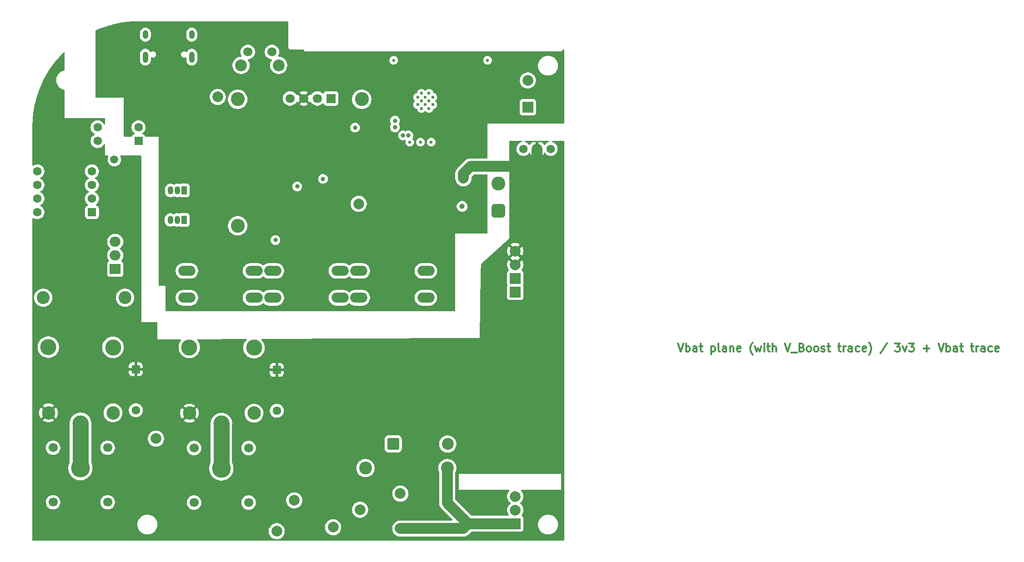
<source format=gbr>
%TF.GenerationSoftware,KiCad,Pcbnew,9.0.6*%
%TF.CreationDate,2026-01-02T13:15:05-05:00*%
%TF.ProjectId,Ionto,496f6e74-6f2e-46b6-9963-61645f706362,rev?*%
%TF.SameCoordinates,Original*%
%TF.FileFunction,Copper,L5,Inr*%
%TF.FilePolarity,Positive*%
%FSLAX46Y46*%
G04 Gerber Fmt 4.6, Leading zero omitted, Abs format (unit mm)*
G04 Created by KiCad (PCBNEW 9.0.6) date 2026-01-02 13:15:05*
%MOMM*%
%LPD*%
G01*
G04 APERTURE LIST*
G04 Aperture macros list*
%AMRoundRect*
0 Rectangle with rounded corners*
0 $1 Rounding radius*
0 $2 $3 $4 $5 $6 $7 $8 $9 X,Y pos of 4 corners*
0 Add a 4 corners polygon primitive as box body*
4,1,4,$2,$3,$4,$5,$6,$7,$8,$9,$2,$3,0*
0 Add four circle primitives for the rounded corners*
1,1,$1+$1,$2,$3*
1,1,$1+$1,$4,$5*
1,1,$1+$1,$6,$7*
1,1,$1+$1,$8,$9*
0 Add four rect primitives between the rounded corners*
20,1,$1+$1,$2,$3,$4,$5,0*
20,1,$1+$1,$4,$5,$6,$7,0*
20,1,$1+$1,$6,$7,$8,$9,0*
20,1,$1+$1,$8,$9,$2,$3,0*%
G04 Aperture macros list end*
%ADD10C,0.300000*%
%TA.AperFunction,NonConductor*%
%ADD11C,0.300000*%
%TD*%
%TA.AperFunction,ComponentPad*%
%ADD12C,2.600000*%
%TD*%
%TA.AperFunction,ComponentPad*%
%ADD13O,3.200000X1.900000*%
%TD*%
%TA.AperFunction,WasherPad*%
%ADD14C,1.700000*%
%TD*%
%TA.AperFunction,ComponentPad*%
%ADD15C,3.500000*%
%TD*%
%TA.AperFunction,ComponentPad*%
%ADD16RoundRect,0.250000X0.550000X0.550000X-0.550000X0.550000X-0.550000X-0.550000X0.550000X-0.550000X0*%
%TD*%
%TA.AperFunction,ComponentPad*%
%ADD17C,1.600000*%
%TD*%
%TA.AperFunction,ComponentPad*%
%ADD18R,1.050000X1.500000*%
%TD*%
%TA.AperFunction,ComponentPad*%
%ADD19O,1.050000X1.500000*%
%TD*%
%TA.AperFunction,ComponentPad*%
%ADD20RoundRect,0.650000X0.650000X-0.650000X0.650000X0.650000X-0.650000X0.650000X-0.650000X-0.650000X0*%
%TD*%
%TA.AperFunction,ComponentPad*%
%ADD21R,1.700000X1.700000*%
%TD*%
%TA.AperFunction,ComponentPad*%
%ADD22C,1.700000*%
%TD*%
%TA.AperFunction,ComponentPad*%
%ADD23C,2.200000*%
%TD*%
%TA.AperFunction,ComponentPad*%
%ADD24R,2.000000X1.905000*%
%TD*%
%TA.AperFunction,ComponentPad*%
%ADD25O,2.000000X1.905000*%
%TD*%
%TA.AperFunction,ComponentPad*%
%ADD26C,3.000000*%
%TD*%
%TA.AperFunction,ComponentPad*%
%ADD27C,2.500000*%
%TD*%
%TA.AperFunction,ComponentPad*%
%ADD28RoundRect,0.249999X-0.850001X-0.850001X0.850001X-0.850001X0.850001X0.850001X-0.850001X0.850001X0*%
%TD*%
%TA.AperFunction,ComponentPad*%
%ADD29R,2.000000X2.000000*%
%TD*%
%TA.AperFunction,ComponentPad*%
%ADD30C,2.000000*%
%TD*%
%TA.AperFunction,ComponentPad*%
%ADD31C,2.400000*%
%TD*%
%TA.AperFunction,ComponentPad*%
%ADD32RoundRect,0.250000X-0.550000X0.550000X-0.550000X-0.550000X0.550000X-0.550000X0.550000X0.550000X0*%
%TD*%
%TA.AperFunction,HeatsinkPad*%
%ADD33C,0.600000*%
%TD*%
%TA.AperFunction,HeatsinkPad*%
%ADD34O,1.000000X2.100000*%
%TD*%
%TA.AperFunction,HeatsinkPad*%
%ADD35O,1.000000X1.600000*%
%TD*%
%TA.AperFunction,ComponentPad*%
%ADD36R,1.500000X1.500000*%
%TD*%
%TA.AperFunction,ViaPad*%
%ADD37C,1.500000*%
%TD*%
%TA.AperFunction,ViaPad*%
%ADD38C,2.000000*%
%TD*%
%TA.AperFunction,ViaPad*%
%ADD39C,1.000000*%
%TD*%
%TA.AperFunction,ViaPad*%
%ADD40C,0.800000*%
%TD*%
%TA.AperFunction,ViaPad*%
%ADD41C,0.600000*%
%TD*%
%TA.AperFunction,Conductor*%
%ADD42C,2.000000*%
%TD*%
%TA.AperFunction,Conductor*%
%ADD43C,3.000000*%
%TD*%
G04 APERTURE END LIST*
D10*
D11*
X137090225Y-74550828D02*
X137590225Y-76050828D01*
X137590225Y-76050828D02*
X138090225Y-74550828D01*
X138590224Y-76050828D02*
X138590224Y-74550828D01*
X138590224Y-75122257D02*
X138733082Y-75050828D01*
X138733082Y-75050828D02*
X139018796Y-75050828D01*
X139018796Y-75050828D02*
X139161653Y-75122257D01*
X139161653Y-75122257D02*
X139233082Y-75193685D01*
X139233082Y-75193685D02*
X139304510Y-75336542D01*
X139304510Y-75336542D02*
X139304510Y-75765114D01*
X139304510Y-75765114D02*
X139233082Y-75907971D01*
X139233082Y-75907971D02*
X139161653Y-75979400D01*
X139161653Y-75979400D02*
X139018796Y-76050828D01*
X139018796Y-76050828D02*
X138733082Y-76050828D01*
X138733082Y-76050828D02*
X138590224Y-75979400D01*
X140590225Y-76050828D02*
X140590225Y-75265114D01*
X140590225Y-75265114D02*
X140518796Y-75122257D01*
X140518796Y-75122257D02*
X140375939Y-75050828D01*
X140375939Y-75050828D02*
X140090225Y-75050828D01*
X140090225Y-75050828D02*
X139947367Y-75122257D01*
X140590225Y-75979400D02*
X140447367Y-76050828D01*
X140447367Y-76050828D02*
X140090225Y-76050828D01*
X140090225Y-76050828D02*
X139947367Y-75979400D01*
X139947367Y-75979400D02*
X139875939Y-75836542D01*
X139875939Y-75836542D02*
X139875939Y-75693685D01*
X139875939Y-75693685D02*
X139947367Y-75550828D01*
X139947367Y-75550828D02*
X140090225Y-75479400D01*
X140090225Y-75479400D02*
X140447367Y-75479400D01*
X140447367Y-75479400D02*
X140590225Y-75407971D01*
X141090225Y-75050828D02*
X141661653Y-75050828D01*
X141304510Y-74550828D02*
X141304510Y-75836542D01*
X141304510Y-75836542D02*
X141375939Y-75979400D01*
X141375939Y-75979400D02*
X141518796Y-76050828D01*
X141518796Y-76050828D02*
X141661653Y-76050828D01*
X143304510Y-75050828D02*
X143304510Y-76550828D01*
X143304510Y-75122257D02*
X143447368Y-75050828D01*
X143447368Y-75050828D02*
X143733082Y-75050828D01*
X143733082Y-75050828D02*
X143875939Y-75122257D01*
X143875939Y-75122257D02*
X143947368Y-75193685D01*
X143947368Y-75193685D02*
X144018796Y-75336542D01*
X144018796Y-75336542D02*
X144018796Y-75765114D01*
X144018796Y-75765114D02*
X143947368Y-75907971D01*
X143947368Y-75907971D02*
X143875939Y-75979400D01*
X143875939Y-75979400D02*
X143733082Y-76050828D01*
X143733082Y-76050828D02*
X143447368Y-76050828D01*
X143447368Y-76050828D02*
X143304510Y-75979400D01*
X144875939Y-76050828D02*
X144733082Y-75979400D01*
X144733082Y-75979400D02*
X144661653Y-75836542D01*
X144661653Y-75836542D02*
X144661653Y-74550828D01*
X146090225Y-76050828D02*
X146090225Y-75265114D01*
X146090225Y-75265114D02*
X146018796Y-75122257D01*
X146018796Y-75122257D02*
X145875939Y-75050828D01*
X145875939Y-75050828D02*
X145590225Y-75050828D01*
X145590225Y-75050828D02*
X145447367Y-75122257D01*
X146090225Y-75979400D02*
X145947367Y-76050828D01*
X145947367Y-76050828D02*
X145590225Y-76050828D01*
X145590225Y-76050828D02*
X145447367Y-75979400D01*
X145447367Y-75979400D02*
X145375939Y-75836542D01*
X145375939Y-75836542D02*
X145375939Y-75693685D01*
X145375939Y-75693685D02*
X145447367Y-75550828D01*
X145447367Y-75550828D02*
X145590225Y-75479400D01*
X145590225Y-75479400D02*
X145947367Y-75479400D01*
X145947367Y-75479400D02*
X146090225Y-75407971D01*
X146804510Y-75050828D02*
X146804510Y-76050828D01*
X146804510Y-75193685D02*
X146875939Y-75122257D01*
X146875939Y-75122257D02*
X147018796Y-75050828D01*
X147018796Y-75050828D02*
X147233082Y-75050828D01*
X147233082Y-75050828D02*
X147375939Y-75122257D01*
X147375939Y-75122257D02*
X147447368Y-75265114D01*
X147447368Y-75265114D02*
X147447368Y-76050828D01*
X148733082Y-75979400D02*
X148590225Y-76050828D01*
X148590225Y-76050828D02*
X148304511Y-76050828D01*
X148304511Y-76050828D02*
X148161653Y-75979400D01*
X148161653Y-75979400D02*
X148090225Y-75836542D01*
X148090225Y-75836542D02*
X148090225Y-75265114D01*
X148090225Y-75265114D02*
X148161653Y-75122257D01*
X148161653Y-75122257D02*
X148304511Y-75050828D01*
X148304511Y-75050828D02*
X148590225Y-75050828D01*
X148590225Y-75050828D02*
X148733082Y-75122257D01*
X148733082Y-75122257D02*
X148804511Y-75265114D01*
X148804511Y-75265114D02*
X148804511Y-75407971D01*
X148804511Y-75407971D02*
X148090225Y-75550828D01*
X151018796Y-76622257D02*
X150947367Y-76550828D01*
X150947367Y-76550828D02*
X150804510Y-76336542D01*
X150804510Y-76336542D02*
X150733082Y-76193685D01*
X150733082Y-76193685D02*
X150661653Y-75979400D01*
X150661653Y-75979400D02*
X150590224Y-75622257D01*
X150590224Y-75622257D02*
X150590224Y-75336542D01*
X150590224Y-75336542D02*
X150661653Y-74979400D01*
X150661653Y-74979400D02*
X150733082Y-74765114D01*
X150733082Y-74765114D02*
X150804510Y-74622257D01*
X150804510Y-74622257D02*
X150947367Y-74407971D01*
X150947367Y-74407971D02*
X151018796Y-74336542D01*
X151447367Y-75050828D02*
X151733082Y-76050828D01*
X151733082Y-76050828D02*
X152018796Y-75336542D01*
X152018796Y-75336542D02*
X152304510Y-76050828D01*
X152304510Y-76050828D02*
X152590224Y-75050828D01*
X153161653Y-76050828D02*
X153161653Y-75050828D01*
X153161653Y-74550828D02*
X153090225Y-74622257D01*
X153090225Y-74622257D02*
X153161653Y-74693685D01*
X153161653Y-74693685D02*
X153233082Y-74622257D01*
X153233082Y-74622257D02*
X153161653Y-74550828D01*
X153161653Y-74550828D02*
X153161653Y-74693685D01*
X153661654Y-75050828D02*
X154233082Y-75050828D01*
X153875939Y-74550828D02*
X153875939Y-75836542D01*
X153875939Y-75836542D02*
X153947368Y-75979400D01*
X153947368Y-75979400D02*
X154090225Y-76050828D01*
X154090225Y-76050828D02*
X154233082Y-76050828D01*
X154733082Y-76050828D02*
X154733082Y-74550828D01*
X155375940Y-76050828D02*
X155375940Y-75265114D01*
X155375940Y-75265114D02*
X155304511Y-75122257D01*
X155304511Y-75122257D02*
X155161654Y-75050828D01*
X155161654Y-75050828D02*
X154947368Y-75050828D01*
X154947368Y-75050828D02*
X154804511Y-75122257D01*
X154804511Y-75122257D02*
X154733082Y-75193685D01*
X157018797Y-74550828D02*
X157518797Y-76050828D01*
X157518797Y-76050828D02*
X158018797Y-74550828D01*
X158161654Y-76193685D02*
X159304511Y-76193685D01*
X160161653Y-75265114D02*
X160375939Y-75336542D01*
X160375939Y-75336542D02*
X160447368Y-75407971D01*
X160447368Y-75407971D02*
X160518796Y-75550828D01*
X160518796Y-75550828D02*
X160518796Y-75765114D01*
X160518796Y-75765114D02*
X160447368Y-75907971D01*
X160447368Y-75907971D02*
X160375939Y-75979400D01*
X160375939Y-75979400D02*
X160233082Y-76050828D01*
X160233082Y-76050828D02*
X159661653Y-76050828D01*
X159661653Y-76050828D02*
X159661653Y-74550828D01*
X159661653Y-74550828D02*
X160161653Y-74550828D01*
X160161653Y-74550828D02*
X160304511Y-74622257D01*
X160304511Y-74622257D02*
X160375939Y-74693685D01*
X160375939Y-74693685D02*
X160447368Y-74836542D01*
X160447368Y-74836542D02*
X160447368Y-74979400D01*
X160447368Y-74979400D02*
X160375939Y-75122257D01*
X160375939Y-75122257D02*
X160304511Y-75193685D01*
X160304511Y-75193685D02*
X160161653Y-75265114D01*
X160161653Y-75265114D02*
X159661653Y-75265114D01*
X161375939Y-76050828D02*
X161233082Y-75979400D01*
X161233082Y-75979400D02*
X161161653Y-75907971D01*
X161161653Y-75907971D02*
X161090225Y-75765114D01*
X161090225Y-75765114D02*
X161090225Y-75336542D01*
X161090225Y-75336542D02*
X161161653Y-75193685D01*
X161161653Y-75193685D02*
X161233082Y-75122257D01*
X161233082Y-75122257D02*
X161375939Y-75050828D01*
X161375939Y-75050828D02*
X161590225Y-75050828D01*
X161590225Y-75050828D02*
X161733082Y-75122257D01*
X161733082Y-75122257D02*
X161804511Y-75193685D01*
X161804511Y-75193685D02*
X161875939Y-75336542D01*
X161875939Y-75336542D02*
X161875939Y-75765114D01*
X161875939Y-75765114D02*
X161804511Y-75907971D01*
X161804511Y-75907971D02*
X161733082Y-75979400D01*
X161733082Y-75979400D02*
X161590225Y-76050828D01*
X161590225Y-76050828D02*
X161375939Y-76050828D01*
X162733082Y-76050828D02*
X162590225Y-75979400D01*
X162590225Y-75979400D02*
X162518796Y-75907971D01*
X162518796Y-75907971D02*
X162447368Y-75765114D01*
X162447368Y-75765114D02*
X162447368Y-75336542D01*
X162447368Y-75336542D02*
X162518796Y-75193685D01*
X162518796Y-75193685D02*
X162590225Y-75122257D01*
X162590225Y-75122257D02*
X162733082Y-75050828D01*
X162733082Y-75050828D02*
X162947368Y-75050828D01*
X162947368Y-75050828D02*
X163090225Y-75122257D01*
X163090225Y-75122257D02*
X163161654Y-75193685D01*
X163161654Y-75193685D02*
X163233082Y-75336542D01*
X163233082Y-75336542D02*
X163233082Y-75765114D01*
X163233082Y-75765114D02*
X163161654Y-75907971D01*
X163161654Y-75907971D02*
X163090225Y-75979400D01*
X163090225Y-75979400D02*
X162947368Y-76050828D01*
X162947368Y-76050828D02*
X162733082Y-76050828D01*
X163804511Y-75979400D02*
X163947368Y-76050828D01*
X163947368Y-76050828D02*
X164233082Y-76050828D01*
X164233082Y-76050828D02*
X164375939Y-75979400D01*
X164375939Y-75979400D02*
X164447368Y-75836542D01*
X164447368Y-75836542D02*
X164447368Y-75765114D01*
X164447368Y-75765114D02*
X164375939Y-75622257D01*
X164375939Y-75622257D02*
X164233082Y-75550828D01*
X164233082Y-75550828D02*
X164018797Y-75550828D01*
X164018797Y-75550828D02*
X163875939Y-75479400D01*
X163875939Y-75479400D02*
X163804511Y-75336542D01*
X163804511Y-75336542D02*
X163804511Y-75265114D01*
X163804511Y-75265114D02*
X163875939Y-75122257D01*
X163875939Y-75122257D02*
X164018797Y-75050828D01*
X164018797Y-75050828D02*
X164233082Y-75050828D01*
X164233082Y-75050828D02*
X164375939Y-75122257D01*
X164875940Y-75050828D02*
X165447368Y-75050828D01*
X165090225Y-74550828D02*
X165090225Y-75836542D01*
X165090225Y-75836542D02*
X165161654Y-75979400D01*
X165161654Y-75979400D02*
X165304511Y-76050828D01*
X165304511Y-76050828D02*
X165447368Y-76050828D01*
X166875940Y-75050828D02*
X167447368Y-75050828D01*
X167090225Y-74550828D02*
X167090225Y-75836542D01*
X167090225Y-75836542D02*
X167161654Y-75979400D01*
X167161654Y-75979400D02*
X167304511Y-76050828D01*
X167304511Y-76050828D02*
X167447368Y-76050828D01*
X167947368Y-76050828D02*
X167947368Y-75050828D01*
X167947368Y-75336542D02*
X168018797Y-75193685D01*
X168018797Y-75193685D02*
X168090226Y-75122257D01*
X168090226Y-75122257D02*
X168233083Y-75050828D01*
X168233083Y-75050828D02*
X168375940Y-75050828D01*
X169518797Y-76050828D02*
X169518797Y-75265114D01*
X169518797Y-75265114D02*
X169447368Y-75122257D01*
X169447368Y-75122257D02*
X169304511Y-75050828D01*
X169304511Y-75050828D02*
X169018797Y-75050828D01*
X169018797Y-75050828D02*
X168875939Y-75122257D01*
X169518797Y-75979400D02*
X169375939Y-76050828D01*
X169375939Y-76050828D02*
X169018797Y-76050828D01*
X169018797Y-76050828D02*
X168875939Y-75979400D01*
X168875939Y-75979400D02*
X168804511Y-75836542D01*
X168804511Y-75836542D02*
X168804511Y-75693685D01*
X168804511Y-75693685D02*
X168875939Y-75550828D01*
X168875939Y-75550828D02*
X169018797Y-75479400D01*
X169018797Y-75479400D02*
X169375939Y-75479400D01*
X169375939Y-75479400D02*
X169518797Y-75407971D01*
X170875940Y-75979400D02*
X170733082Y-76050828D01*
X170733082Y-76050828D02*
X170447368Y-76050828D01*
X170447368Y-76050828D02*
X170304511Y-75979400D01*
X170304511Y-75979400D02*
X170233082Y-75907971D01*
X170233082Y-75907971D02*
X170161654Y-75765114D01*
X170161654Y-75765114D02*
X170161654Y-75336542D01*
X170161654Y-75336542D02*
X170233082Y-75193685D01*
X170233082Y-75193685D02*
X170304511Y-75122257D01*
X170304511Y-75122257D02*
X170447368Y-75050828D01*
X170447368Y-75050828D02*
X170733082Y-75050828D01*
X170733082Y-75050828D02*
X170875940Y-75122257D01*
X172090225Y-75979400D02*
X171947368Y-76050828D01*
X171947368Y-76050828D02*
X171661654Y-76050828D01*
X171661654Y-76050828D02*
X171518796Y-75979400D01*
X171518796Y-75979400D02*
X171447368Y-75836542D01*
X171447368Y-75836542D02*
X171447368Y-75265114D01*
X171447368Y-75265114D02*
X171518796Y-75122257D01*
X171518796Y-75122257D02*
X171661654Y-75050828D01*
X171661654Y-75050828D02*
X171947368Y-75050828D01*
X171947368Y-75050828D02*
X172090225Y-75122257D01*
X172090225Y-75122257D02*
X172161654Y-75265114D01*
X172161654Y-75265114D02*
X172161654Y-75407971D01*
X172161654Y-75407971D02*
X171447368Y-75550828D01*
X172661653Y-76622257D02*
X172733082Y-76550828D01*
X172733082Y-76550828D02*
X172875939Y-76336542D01*
X172875939Y-76336542D02*
X172947368Y-76193685D01*
X172947368Y-76193685D02*
X173018796Y-75979400D01*
X173018796Y-75979400D02*
X173090225Y-75622257D01*
X173090225Y-75622257D02*
X173090225Y-75336542D01*
X173090225Y-75336542D02*
X173018796Y-74979400D01*
X173018796Y-74979400D02*
X172947368Y-74765114D01*
X172947368Y-74765114D02*
X172875939Y-74622257D01*
X172875939Y-74622257D02*
X172733082Y-74407971D01*
X172733082Y-74407971D02*
X172661653Y-74336542D01*
X176018796Y-74479400D02*
X174733082Y-76407971D01*
X177518796Y-74550828D02*
X178447368Y-74550828D01*
X178447368Y-74550828D02*
X177947368Y-75122257D01*
X177947368Y-75122257D02*
X178161653Y-75122257D01*
X178161653Y-75122257D02*
X178304511Y-75193685D01*
X178304511Y-75193685D02*
X178375939Y-75265114D01*
X178375939Y-75265114D02*
X178447368Y-75407971D01*
X178447368Y-75407971D02*
X178447368Y-75765114D01*
X178447368Y-75765114D02*
X178375939Y-75907971D01*
X178375939Y-75907971D02*
X178304511Y-75979400D01*
X178304511Y-75979400D02*
X178161653Y-76050828D01*
X178161653Y-76050828D02*
X177733082Y-76050828D01*
X177733082Y-76050828D02*
X177590225Y-75979400D01*
X177590225Y-75979400D02*
X177518796Y-75907971D01*
X178947367Y-75050828D02*
X179304510Y-76050828D01*
X179304510Y-76050828D02*
X179661653Y-75050828D01*
X180090224Y-74550828D02*
X181018796Y-74550828D01*
X181018796Y-74550828D02*
X180518796Y-75122257D01*
X180518796Y-75122257D02*
X180733081Y-75122257D01*
X180733081Y-75122257D02*
X180875939Y-75193685D01*
X180875939Y-75193685D02*
X180947367Y-75265114D01*
X180947367Y-75265114D02*
X181018796Y-75407971D01*
X181018796Y-75407971D02*
X181018796Y-75765114D01*
X181018796Y-75765114D02*
X180947367Y-75907971D01*
X180947367Y-75907971D02*
X180875939Y-75979400D01*
X180875939Y-75979400D02*
X180733081Y-76050828D01*
X180733081Y-76050828D02*
X180304510Y-76050828D01*
X180304510Y-76050828D02*
X180161653Y-75979400D01*
X180161653Y-75979400D02*
X180090224Y-75907971D01*
X182804509Y-75479400D02*
X183947367Y-75479400D01*
X183375938Y-76050828D02*
X183375938Y-74907971D01*
X185590224Y-74550828D02*
X186090224Y-76050828D01*
X186090224Y-76050828D02*
X186590224Y-74550828D01*
X187090223Y-76050828D02*
X187090223Y-74550828D01*
X187090223Y-75122257D02*
X187233081Y-75050828D01*
X187233081Y-75050828D02*
X187518795Y-75050828D01*
X187518795Y-75050828D02*
X187661652Y-75122257D01*
X187661652Y-75122257D02*
X187733081Y-75193685D01*
X187733081Y-75193685D02*
X187804509Y-75336542D01*
X187804509Y-75336542D02*
X187804509Y-75765114D01*
X187804509Y-75765114D02*
X187733081Y-75907971D01*
X187733081Y-75907971D02*
X187661652Y-75979400D01*
X187661652Y-75979400D02*
X187518795Y-76050828D01*
X187518795Y-76050828D02*
X187233081Y-76050828D01*
X187233081Y-76050828D02*
X187090223Y-75979400D01*
X189090224Y-76050828D02*
X189090224Y-75265114D01*
X189090224Y-75265114D02*
X189018795Y-75122257D01*
X189018795Y-75122257D02*
X188875938Y-75050828D01*
X188875938Y-75050828D02*
X188590224Y-75050828D01*
X188590224Y-75050828D02*
X188447366Y-75122257D01*
X189090224Y-75979400D02*
X188947366Y-76050828D01*
X188947366Y-76050828D02*
X188590224Y-76050828D01*
X188590224Y-76050828D02*
X188447366Y-75979400D01*
X188447366Y-75979400D02*
X188375938Y-75836542D01*
X188375938Y-75836542D02*
X188375938Y-75693685D01*
X188375938Y-75693685D02*
X188447366Y-75550828D01*
X188447366Y-75550828D02*
X188590224Y-75479400D01*
X188590224Y-75479400D02*
X188947366Y-75479400D01*
X188947366Y-75479400D02*
X189090224Y-75407971D01*
X189590224Y-75050828D02*
X190161652Y-75050828D01*
X189804509Y-74550828D02*
X189804509Y-75836542D01*
X189804509Y-75836542D02*
X189875938Y-75979400D01*
X189875938Y-75979400D02*
X190018795Y-76050828D01*
X190018795Y-76050828D02*
X190161652Y-76050828D01*
X191590224Y-75050828D02*
X192161652Y-75050828D01*
X191804509Y-74550828D02*
X191804509Y-75836542D01*
X191804509Y-75836542D02*
X191875938Y-75979400D01*
X191875938Y-75979400D02*
X192018795Y-76050828D01*
X192018795Y-76050828D02*
X192161652Y-76050828D01*
X192661652Y-76050828D02*
X192661652Y-75050828D01*
X192661652Y-75336542D02*
X192733081Y-75193685D01*
X192733081Y-75193685D02*
X192804510Y-75122257D01*
X192804510Y-75122257D02*
X192947367Y-75050828D01*
X192947367Y-75050828D02*
X193090224Y-75050828D01*
X194233081Y-76050828D02*
X194233081Y-75265114D01*
X194233081Y-75265114D02*
X194161652Y-75122257D01*
X194161652Y-75122257D02*
X194018795Y-75050828D01*
X194018795Y-75050828D02*
X193733081Y-75050828D01*
X193733081Y-75050828D02*
X193590223Y-75122257D01*
X194233081Y-75979400D02*
X194090223Y-76050828D01*
X194090223Y-76050828D02*
X193733081Y-76050828D01*
X193733081Y-76050828D02*
X193590223Y-75979400D01*
X193590223Y-75979400D02*
X193518795Y-75836542D01*
X193518795Y-75836542D02*
X193518795Y-75693685D01*
X193518795Y-75693685D02*
X193590223Y-75550828D01*
X193590223Y-75550828D02*
X193733081Y-75479400D01*
X193733081Y-75479400D02*
X194090223Y-75479400D01*
X194090223Y-75479400D02*
X194233081Y-75407971D01*
X195590224Y-75979400D02*
X195447366Y-76050828D01*
X195447366Y-76050828D02*
X195161652Y-76050828D01*
X195161652Y-76050828D02*
X195018795Y-75979400D01*
X195018795Y-75979400D02*
X194947366Y-75907971D01*
X194947366Y-75907971D02*
X194875938Y-75765114D01*
X194875938Y-75765114D02*
X194875938Y-75336542D01*
X194875938Y-75336542D02*
X194947366Y-75193685D01*
X194947366Y-75193685D02*
X195018795Y-75122257D01*
X195018795Y-75122257D02*
X195161652Y-75050828D01*
X195161652Y-75050828D02*
X195447366Y-75050828D01*
X195447366Y-75050828D02*
X195590224Y-75122257D01*
X196804509Y-75979400D02*
X196661652Y-76050828D01*
X196661652Y-76050828D02*
X196375938Y-76050828D01*
X196375938Y-76050828D02*
X196233080Y-75979400D01*
X196233080Y-75979400D02*
X196161652Y-75836542D01*
X196161652Y-75836542D02*
X196161652Y-75265114D01*
X196161652Y-75265114D02*
X196233080Y-75122257D01*
X196233080Y-75122257D02*
X196375938Y-75050828D01*
X196375938Y-75050828D02*
X196661652Y-75050828D01*
X196661652Y-75050828D02*
X196804509Y-75122257D01*
X196804509Y-75122257D02*
X196875938Y-75265114D01*
X196875938Y-75265114D02*
X196875938Y-75407971D01*
X196875938Y-75407971D02*
X196161652Y-75550828D01*
D12*
%TO.N,N/C*%
%TO.C,H1*%
X78214000Y-29020000D03*
%TD*%
D13*
%TO.N,Dec - BTN*%
%TO.C,SW5*%
X45650000Y-61010000D03*
X58150000Y-61010000D03*
%TO.N,GND*%
X45650000Y-66010000D03*
X58150000Y-66010000D03*
%TD*%
D14*
%TO.N,*%
%TO.C,J5*%
X46990000Y-104170000D03*
X57150000Y-104170000D03*
X46990000Y-94010000D03*
X57150000Y-94010000D03*
D15*
%TO.N,Electrode R*%
X52070000Y-97810000D03*
%TD*%
D16*
%TO.N,Net-(U5-OUT1)*%
%TO.C,U5*%
X27980000Y-50070000D03*
D17*
%TO.N,Net-(Q3-S)*%
X27980000Y-47530000D03*
%TO.N,Filtered V_Control*%
X27980000Y-44990000D03*
%TO.N,Earth*%
X27980000Y-42450000D03*
%TO.N,unconnected-(U5-IN2+-Pad5)*%
X17820000Y-42450000D03*
%TO.N,unconnected-(U5-IN2--Pad6)*%
X17820000Y-44990000D03*
%TO.N,unconnected-(U5-OUT2-Pad7)*%
X17820000Y-47530000D03*
%TO.N,ISO_12v*%
X17820000Y-50070000D03*
%TD*%
D18*
%TO.N,GND*%
%TO.C,Q1*%
X45110000Y-51510000D03*
D19*
%TO.N,Net-(Q1-B)*%
X43840000Y-51510000D03*
%TO.N,Net-(D3-A)*%
X42570000Y-51510000D03*
%TD*%
D20*
%TO.N,GND*%
%TO.C,J1*%
X103650000Y-49800000D03*
D12*
%TO.N,Net-(J1-Pin_2)*%
X103650000Y-44720000D03*
%TD*%
D18*
%TO.N,GND*%
%TO.C,Q2*%
X45150000Y-46010000D03*
D19*
%TO.N,Net-(Q2-B)*%
X43880000Y-46010000D03*
%TO.N,Net-(D2-A)*%
X42610000Y-46010000D03*
%TD*%
D13*
%TO.N,Inc + BTN*%
%TO.C,SW4*%
X61650000Y-61010000D03*
X74150000Y-61010000D03*
%TO.N,GND*%
X61650000Y-66010000D03*
X74150000Y-66010000D03*
%TD*%
D21*
%TO.N,SDA*%
%TO.C,J2*%
X72497000Y-28860000D03*
D22*
%TO.N,SCL*%
X69957000Y-28860000D03*
%TO.N,+3V3*%
X67417000Y-28860000D03*
%TO.N,GND*%
X64877000Y-28860000D03*
%TD*%
D13*
%TO.N,Enter BTN*%
%TO.C,SW3*%
X77650000Y-61010000D03*
X90150000Y-61010000D03*
%TO.N,GND*%
X77650000Y-66010000D03*
X90150000Y-66010000D03*
%TD*%
D23*
%TO.N,*%
%TO.C,SW2*%
X55749000Y-22701000D03*
X62749000Y-22701000D03*
D22*
%TO.N,EN*%
X56999000Y-20201000D03*
%TO.N,GND*%
X61499000Y-20201000D03*
%TD*%
D24*
%TO.N,Net-(Q3-G)*%
%TO.C,Q3*%
X32300000Y-60650000D03*
D25*
%TO.N,REG_Drain*%
X32300000Y-58110000D03*
%TO.N,Net-(Q3-S)*%
X32300000Y-55570000D03*
%TD*%
D26*
%TO.N,Electrode L*%
%TO.C,K1*%
X25850000Y-89410000D03*
D27*
%TO.N,Net-(D2-A)*%
X31900000Y-87460000D03*
D26*
%TO.N,V_Boost_FUSED*%
X31900000Y-75260000D03*
%TO.N,REG_Drain*%
X19850000Y-75210000D03*
D27*
%TO.N,Vbat*%
X19900000Y-87460000D03*
%TD*%
D12*
%TO.N,N/C*%
%TO.C,H3*%
X55114000Y-52580000D03*
%TD*%
D28*
%TO.N,ISO_12v*%
%TO.C,D4*%
X84070000Y-93260000D03*
D23*
%TO.N,Earth*%
X94230000Y-93260000D03*
%TD*%
D29*
%TO.N,Buzzer*%
%TO.C,BZ1*%
X109150000Y-30510000D03*
D30*
%TO.N,GND*%
X109150000Y-25510000D03*
%TD*%
D26*
%TO.N,Electrode R*%
%TO.C,K2*%
X52100000Y-89460000D03*
D27*
%TO.N,Net-(D3-A)*%
X58150000Y-87510000D03*
D26*
%TO.N,V_Boost_FUSED*%
X58150000Y-75310000D03*
%TO.N,REG_Drain*%
X46100000Y-75260000D03*
D27*
%TO.N,Vbat*%
X46150000Y-87510000D03*
%TD*%
D31*
%TO.N,V_Boost*%
%TO.C,R12*%
X94150000Y-97760000D03*
%TO.N,ISO_12v*%
X78910000Y-97760000D03*
%TD*%
D32*
%TO.N,Vbat*%
%TO.C,D2*%
X36150000Y-79340000D03*
D17*
%TO.N,Net-(D2-A)*%
X36150000Y-86960000D03*
%TD*%
D14*
%TO.N,*%
%TO.C,J4*%
X20740000Y-104120000D03*
X30900000Y-104120000D03*
X20740000Y-93960000D03*
X30900000Y-93960000D03*
D15*
%TO.N,Electrode L*%
X25820000Y-97760000D03*
%TD*%
D31*
%TO.N,Net-(Q3-S)*%
%TO.C,R11*%
X34150000Y-66000000D03*
%TO.N,Earth*%
X18910000Y-66000000D03*
%TD*%
D33*
%TO.N,GND*%
%TO.C,U3*%
X88629216Y-28620000D03*
X88629216Y-30020000D03*
X89329216Y-27920000D03*
X89329216Y-29320000D03*
X89329216Y-30720000D03*
X90029216Y-28620000D03*
X90029216Y-30020000D03*
X90729216Y-27920000D03*
X90729216Y-29320000D03*
X90729216Y-30720000D03*
X91429216Y-28620000D03*
X91429216Y-30020000D03*
%TD*%
D30*
%TO.N,Vbat*%
%TO.C,U4*%
X106800000Y-57310000D03*
X106800000Y-59850000D03*
D29*
%TO.N,GND*%
X106800000Y-62390000D03*
X106800000Y-64930000D03*
D30*
%TO.N,Earth*%
X106800000Y-103030000D03*
%TO.N,Net-(U4-ADJ)*%
X106800000Y-105570000D03*
D29*
%TO.N,V_Boost*%
X106800000Y-108110000D03*
%TD*%
D12*
%TO.N,N/C*%
%TO.C,H2*%
X55114000Y-29020000D03*
%TD*%
D34*
%TO.N,GND*%
%TO.C,J3*%
X46570000Y-21170000D03*
D35*
X46570000Y-16990000D03*
D34*
X37930000Y-21170000D03*
D35*
X37930000Y-16990000D03*
%TD*%
D32*
%TO.N,Vbat*%
%TO.C,D3*%
X62400000Y-79450000D03*
D17*
%TO.N,Net-(D3-A)*%
X62400000Y-87070000D03*
%TD*%
D36*
%TO.N,Vbat*%
%TO.C,SW1*%
X110860000Y-38260000D03*
D17*
%TO.N,Net-(J1-Pin_2)*%
X113400000Y-38260000D03*
%TO.N,unconnected-(SW1-A-Pad3)*%
X108320000Y-38260000D03*
%TD*%
D16*
%TO.N,V_Control*%
%TO.C,U6*%
X36650000Y-36800000D03*
D17*
%TO.N,GND*%
X36650000Y-34260000D03*
%TO.N,Net-(R13-Pad2)*%
X29030000Y-34260000D03*
%TO.N,ISO_12v*%
X29030000Y-36800000D03*
%TD*%
D37*
%TO.N,Earth*%
X32150000Y-40260000D03*
D38*
X85400000Y-102510000D03*
X65650000Y-103760000D03*
%TO.N,Vbat*%
X89650000Y-76510000D03*
D39*
X97150000Y-43735000D03*
D38*
%TO.N,V_Boost*%
X72900000Y-108760000D03*
X85400000Y-109010000D03*
%TO.N,GND*%
X51408565Y-28574878D03*
D40*
X62150000Y-55260000D03*
D41*
X101650000Y-21760000D03*
D38*
X77650000Y-48510000D03*
D41*
X84150000Y-21760000D03*
D39*
X96900000Y-48985000D03*
D41*
%TO.N,Dec - BTN*%
X87150000Y-37010000D03*
D40*
%TO.N,IN2*%
X84400000Y-34260000D03*
X71000000Y-43860000D03*
D38*
%TO.N,V_Boost_FUSED*%
X39900000Y-92260000D03*
X62400000Y-109510000D03*
D40*
%TO.N,IN1*%
X66200000Y-45260000D03*
X84400000Y-33010000D03*
%TO.N,SCL*%
X86900000Y-35760000D03*
%TO.N,SDA*%
X85900000Y-35760000D03*
D38*
%TO.N,+3V3*%
X64650000Y-40010000D03*
D40*
X43150000Y-58010000D03*
X92400000Y-56510000D03*
D39*
X99400000Y-43735000D03*
D40*
X51249000Y-18701000D03*
D38*
X85400000Y-48510000D03*
D39*
X92900000Y-45010000D03*
D41*
X84150000Y-22760000D03*
D40*
X73900000Y-55260000D03*
D41*
%TO.N,Enter BTN*%
X91150000Y-37010000D03*
%TO.N,Inc + BTN*%
X89150000Y-37010000D03*
D40*
%TO.N,V_Control*%
X76977515Y-34294656D03*
D38*
%TO.N,Net-(U4-ADJ)*%
X77900000Y-105510000D03*
%TD*%
D42*
%TO.N,Vbat*%
X98488315Y-41534000D02*
X97150000Y-42872315D01*
X109626000Y-41534000D02*
X109900000Y-41260000D01*
X97150000Y-42872315D02*
X97150000Y-43735000D01*
X110860000Y-40300000D02*
X109900000Y-41260000D01*
X110860000Y-38260000D02*
X110860000Y-40300000D01*
X98488315Y-41534000D02*
X109626000Y-41534000D01*
%TO.N,V_Boost*%
X85400000Y-109010000D02*
X97100000Y-109010000D01*
X106800000Y-108110000D02*
X98000000Y-108110000D01*
X94150000Y-104260000D02*
X94150000Y-97760000D01*
X98000000Y-108110000D02*
X94150000Y-104260000D01*
X97100000Y-109010000D02*
X98000000Y-108110000D01*
D43*
%TO.N,Electrode L*%
X25850000Y-89410000D02*
X25850000Y-97730000D01*
X25850000Y-97730000D02*
X25820000Y-97760000D01*
%TO.N,Electrode R*%
X52070000Y-89490000D02*
X52100000Y-89460000D01*
X52070000Y-97810000D02*
X52070000Y-89490000D01*
%TD*%
%TA.AperFunction,Conductor*%
%TO.N,+3V3*%
G36*
X64492539Y-14520185D02*
G01*
X64538294Y-14572989D01*
X64549500Y-14624500D01*
X64549500Y-19326035D01*
X64583608Y-19453331D01*
X64649417Y-19567313D01*
X64649397Y-19567324D01*
X64649500Y-19567457D01*
X64649501Y-19567459D01*
X64742687Y-19660645D01*
X64856815Y-19726537D01*
X64856817Y-19726537D01*
X64856818Y-19726538D01*
X64882321Y-19733371D01*
X64950001Y-19751505D01*
X64984108Y-19760644D01*
X64984109Y-19760644D01*
X65115892Y-19760644D01*
X65115893Y-19760643D01*
X67405217Y-19760636D01*
X67472255Y-19780320D01*
X67518010Y-19833124D01*
X67529216Y-19884636D01*
X67529216Y-20110000D01*
X115529216Y-20110000D01*
X115529216Y-19884501D01*
X115531766Y-19875815D01*
X115530478Y-19866854D01*
X115541456Y-19842813D01*
X115548901Y-19817462D01*
X115555741Y-19811534D01*
X115559503Y-19803298D01*
X115581737Y-19789008D01*
X115601705Y-19771707D01*
X115612219Y-19769419D01*
X115618281Y-19765524D01*
X115653211Y-19760501D01*
X115775433Y-19760501D01*
X115842471Y-19780186D01*
X115888226Y-19832990D01*
X115899432Y-19884514D01*
X115898002Y-33386013D01*
X115878310Y-33453051D01*
X115825502Y-33498800D01*
X115774002Y-33510000D01*
X101650000Y-33510000D01*
X101650000Y-39909500D01*
X101630315Y-39976539D01*
X101577511Y-40022294D01*
X101526000Y-40033500D01*
X98370218Y-40033500D01*
X98136946Y-40070446D01*
X97912318Y-40143433D01*
X97701880Y-40250657D01*
X97510803Y-40389484D01*
X96005484Y-41894803D01*
X95866655Y-42085882D01*
X95789399Y-42237509D01*
X95759433Y-42296321D01*
X95686446Y-42520946D01*
X95649500Y-42754217D01*
X95649500Y-43853097D01*
X95686446Y-44086368D01*
X95759433Y-44310996D01*
X95836369Y-44461990D01*
X95866657Y-44521433D01*
X96005483Y-44712510D01*
X96172490Y-44879517D01*
X96363567Y-45018343D01*
X96462991Y-45069002D01*
X96574003Y-45125566D01*
X96574005Y-45125566D01*
X96574008Y-45125568D01*
X96694412Y-45164689D01*
X96798631Y-45198553D01*
X97031903Y-45235500D01*
X97031908Y-45235500D01*
X97268097Y-45235500D01*
X97501368Y-45198553D01*
X97725992Y-45125568D01*
X97936433Y-45018343D01*
X98127510Y-44879517D01*
X98294517Y-44712510D01*
X98433343Y-44521433D01*
X98540568Y-44310992D01*
X98613553Y-44086368D01*
X98627544Y-43998034D01*
X98650500Y-43853097D01*
X98650500Y-43545204D01*
X98670185Y-43478165D01*
X98686819Y-43457523D01*
X99073523Y-43070819D01*
X99134846Y-43037334D01*
X99161204Y-43034500D01*
X101526000Y-43034500D01*
X101593039Y-43054185D01*
X101638794Y-43106989D01*
X101650000Y-43158500D01*
X101650000Y-53886000D01*
X101630315Y-53953039D01*
X101577511Y-53998794D01*
X101526000Y-54010000D01*
X95650000Y-54010000D01*
X95650000Y-68386000D01*
X95630315Y-68453039D01*
X95577511Y-68498794D01*
X95526000Y-68510000D01*
X41774000Y-68510000D01*
X41706961Y-68490315D01*
X41661206Y-68437511D01*
X41650000Y-68386000D01*
X41650000Y-65895837D01*
X43549500Y-65895837D01*
X43549500Y-66124162D01*
X43585215Y-66349660D01*
X43655770Y-66566803D01*
X43751013Y-66753726D01*
X43759421Y-66770228D01*
X43893621Y-66954937D01*
X44055063Y-67116379D01*
X44239772Y-67250579D01*
X44335884Y-67299550D01*
X44443196Y-67354229D01*
X44443198Y-67354229D01*
X44443201Y-67354231D01*
X44559592Y-67392049D01*
X44660339Y-67424784D01*
X44885838Y-67460500D01*
X44885843Y-67460500D01*
X46414162Y-67460500D01*
X46639660Y-67424784D01*
X46856799Y-67354231D01*
X47060228Y-67250579D01*
X47244937Y-67116379D01*
X47406379Y-66954937D01*
X47540579Y-66770228D01*
X47644231Y-66566799D01*
X47714784Y-66349660D01*
X47724622Y-66287546D01*
X47750500Y-66124162D01*
X47750500Y-65895837D01*
X56049500Y-65895837D01*
X56049500Y-66124162D01*
X56085215Y-66349660D01*
X56155770Y-66566803D01*
X56251013Y-66753726D01*
X56259421Y-66770228D01*
X56393621Y-66954937D01*
X56555063Y-67116379D01*
X56739772Y-67250579D01*
X56835884Y-67299550D01*
X56943196Y-67354229D01*
X56943198Y-67354229D01*
X56943201Y-67354231D01*
X57059592Y-67392049D01*
X57160339Y-67424784D01*
X57385838Y-67460500D01*
X57385843Y-67460500D01*
X58914162Y-67460500D01*
X59139660Y-67424784D01*
X59356799Y-67354231D01*
X59560228Y-67250579D01*
X59744937Y-67116379D01*
X59812319Y-67048997D01*
X59873642Y-67015512D01*
X59943334Y-67020496D01*
X59987681Y-67048997D01*
X60055063Y-67116379D01*
X60239772Y-67250579D01*
X60335884Y-67299550D01*
X60443196Y-67354229D01*
X60443198Y-67354229D01*
X60443201Y-67354231D01*
X60559592Y-67392049D01*
X60660339Y-67424784D01*
X60885838Y-67460500D01*
X60885843Y-67460500D01*
X62414162Y-67460500D01*
X62639660Y-67424784D01*
X62856799Y-67354231D01*
X63060228Y-67250579D01*
X63244937Y-67116379D01*
X63406379Y-66954937D01*
X63540579Y-66770228D01*
X63644231Y-66566799D01*
X63714784Y-66349660D01*
X63724622Y-66287546D01*
X63750500Y-66124162D01*
X63750500Y-65895837D01*
X72049500Y-65895837D01*
X72049500Y-66124162D01*
X72085215Y-66349660D01*
X72155770Y-66566803D01*
X72251013Y-66753726D01*
X72259421Y-66770228D01*
X72393621Y-66954937D01*
X72555063Y-67116379D01*
X72739772Y-67250579D01*
X72835884Y-67299550D01*
X72943196Y-67354229D01*
X72943198Y-67354229D01*
X72943201Y-67354231D01*
X73059592Y-67392049D01*
X73160339Y-67424784D01*
X73385838Y-67460500D01*
X73385843Y-67460500D01*
X74914162Y-67460500D01*
X75139660Y-67424784D01*
X75356799Y-67354231D01*
X75560228Y-67250579D01*
X75744937Y-67116379D01*
X75812319Y-67048997D01*
X75873642Y-67015512D01*
X75943334Y-67020496D01*
X75987681Y-67048997D01*
X76055063Y-67116379D01*
X76239772Y-67250579D01*
X76335884Y-67299550D01*
X76443196Y-67354229D01*
X76443198Y-67354229D01*
X76443201Y-67354231D01*
X76559592Y-67392049D01*
X76660339Y-67424784D01*
X76885838Y-67460500D01*
X76885843Y-67460500D01*
X78414162Y-67460500D01*
X78639660Y-67424784D01*
X78856799Y-67354231D01*
X79060228Y-67250579D01*
X79244937Y-67116379D01*
X79406379Y-66954937D01*
X79540579Y-66770228D01*
X79644231Y-66566799D01*
X79714784Y-66349660D01*
X79724622Y-66287546D01*
X79750500Y-66124162D01*
X79750500Y-65895837D01*
X88049500Y-65895837D01*
X88049500Y-66124162D01*
X88085215Y-66349660D01*
X88155770Y-66566803D01*
X88251013Y-66753726D01*
X88259421Y-66770228D01*
X88393621Y-66954937D01*
X88555063Y-67116379D01*
X88739772Y-67250579D01*
X88835884Y-67299550D01*
X88943196Y-67354229D01*
X88943198Y-67354229D01*
X88943201Y-67354231D01*
X89059592Y-67392049D01*
X89160339Y-67424784D01*
X89385838Y-67460500D01*
X89385843Y-67460500D01*
X90914162Y-67460500D01*
X91139660Y-67424784D01*
X91356799Y-67354231D01*
X91560228Y-67250579D01*
X91744937Y-67116379D01*
X91906379Y-66954937D01*
X92040579Y-66770228D01*
X92144231Y-66566799D01*
X92214784Y-66349660D01*
X92224622Y-66287546D01*
X92250500Y-66124162D01*
X92250500Y-65895837D01*
X92214784Y-65670339D01*
X92144229Y-65453196D01*
X92040578Y-65249771D01*
X91906379Y-65065063D01*
X91744937Y-64903621D01*
X91560228Y-64769421D01*
X91356803Y-64665770D01*
X91139660Y-64595215D01*
X90914162Y-64559500D01*
X90914157Y-64559500D01*
X89385843Y-64559500D01*
X89385838Y-64559500D01*
X89160339Y-64595215D01*
X88943196Y-64665770D01*
X88739771Y-64769421D01*
X88555061Y-64903622D01*
X88393622Y-65065061D01*
X88259421Y-65249771D01*
X88155770Y-65453196D01*
X88085215Y-65670339D01*
X88049500Y-65895837D01*
X79750500Y-65895837D01*
X79714784Y-65670339D01*
X79644229Y-65453196D01*
X79540578Y-65249771D01*
X79406379Y-65065063D01*
X79244937Y-64903621D01*
X79060228Y-64769421D01*
X78856803Y-64665770D01*
X78639660Y-64595215D01*
X78414162Y-64559500D01*
X78414157Y-64559500D01*
X76885843Y-64559500D01*
X76885838Y-64559500D01*
X76660339Y-64595215D01*
X76443196Y-64665770D01*
X76239771Y-64769421D01*
X76055061Y-64903622D01*
X76055060Y-64903623D01*
X75987681Y-64971003D01*
X75926358Y-65004488D01*
X75856666Y-64999504D01*
X75812319Y-64971003D01*
X75744938Y-64903622D01*
X75707437Y-64876376D01*
X75560228Y-64769421D01*
X75356803Y-64665770D01*
X75139660Y-64595215D01*
X74914162Y-64559500D01*
X74914157Y-64559500D01*
X73385843Y-64559500D01*
X73385838Y-64559500D01*
X73160339Y-64595215D01*
X72943196Y-64665770D01*
X72739771Y-64769421D01*
X72555061Y-64903622D01*
X72393622Y-65065061D01*
X72259421Y-65249771D01*
X72155770Y-65453196D01*
X72085215Y-65670339D01*
X72049500Y-65895837D01*
X63750500Y-65895837D01*
X63714784Y-65670339D01*
X63644229Y-65453196D01*
X63540578Y-65249771D01*
X63406379Y-65065063D01*
X63244937Y-64903621D01*
X63060228Y-64769421D01*
X62856803Y-64665770D01*
X62639660Y-64595215D01*
X62414162Y-64559500D01*
X62414157Y-64559500D01*
X60885843Y-64559500D01*
X60885838Y-64559500D01*
X60660339Y-64595215D01*
X60443196Y-64665770D01*
X60239771Y-64769421D01*
X60055061Y-64903622D01*
X60055060Y-64903623D01*
X59987681Y-64971003D01*
X59926358Y-65004488D01*
X59856666Y-64999504D01*
X59812319Y-64971003D01*
X59744938Y-64903622D01*
X59707437Y-64876376D01*
X59560228Y-64769421D01*
X59356803Y-64665770D01*
X59139660Y-64595215D01*
X58914162Y-64559500D01*
X58914157Y-64559500D01*
X57385843Y-64559500D01*
X57385838Y-64559500D01*
X57160339Y-64595215D01*
X56943196Y-64665770D01*
X56739771Y-64769421D01*
X56555061Y-64903622D01*
X56393622Y-65065061D01*
X56259421Y-65249771D01*
X56155770Y-65453196D01*
X56085215Y-65670339D01*
X56049500Y-65895837D01*
X47750500Y-65895837D01*
X47714784Y-65670339D01*
X47644229Y-65453196D01*
X47540578Y-65249771D01*
X47406379Y-65065063D01*
X47244937Y-64903621D01*
X47060228Y-64769421D01*
X46856803Y-64665770D01*
X46639660Y-64595215D01*
X46414162Y-64559500D01*
X46414157Y-64559500D01*
X44885843Y-64559500D01*
X44885838Y-64559500D01*
X44660339Y-64595215D01*
X44443196Y-64665770D01*
X44239771Y-64769421D01*
X44055061Y-64903622D01*
X43893622Y-65065061D01*
X43759421Y-65249771D01*
X43655770Y-65453196D01*
X43585215Y-65670339D01*
X43549500Y-65895837D01*
X41650000Y-65895837D01*
X41650000Y-63760000D01*
X40524000Y-63760000D01*
X40456961Y-63740315D01*
X40411206Y-63687511D01*
X40400000Y-63636000D01*
X40400000Y-60895837D01*
X43549500Y-60895837D01*
X43549500Y-61124162D01*
X43585215Y-61349660D01*
X43655770Y-61566803D01*
X43759421Y-61770228D01*
X43893621Y-61954937D01*
X44055063Y-62116379D01*
X44239772Y-62250579D01*
X44335884Y-62299550D01*
X44443196Y-62354229D01*
X44443198Y-62354229D01*
X44443201Y-62354231D01*
X44559592Y-62392049D01*
X44660339Y-62424784D01*
X44885838Y-62460500D01*
X44885843Y-62460500D01*
X46414162Y-62460500D01*
X46639660Y-62424784D01*
X46856799Y-62354231D01*
X47060228Y-62250579D01*
X47244937Y-62116379D01*
X47406379Y-61954937D01*
X47540579Y-61770228D01*
X47644231Y-61566799D01*
X47714784Y-61349660D01*
X47715977Y-61342127D01*
X47750500Y-61124162D01*
X47750500Y-60895837D01*
X56049500Y-60895837D01*
X56049500Y-61124162D01*
X56085215Y-61349660D01*
X56155770Y-61566803D01*
X56259421Y-61770228D01*
X56393621Y-61954937D01*
X56555063Y-62116379D01*
X56739772Y-62250579D01*
X56835884Y-62299550D01*
X56943196Y-62354229D01*
X56943198Y-62354229D01*
X56943201Y-62354231D01*
X57059592Y-62392049D01*
X57160339Y-62424784D01*
X57385838Y-62460500D01*
X57385843Y-62460500D01*
X58914162Y-62460500D01*
X59139660Y-62424784D01*
X59356799Y-62354231D01*
X59560228Y-62250579D01*
X59744937Y-62116379D01*
X59812319Y-62048997D01*
X59873642Y-62015512D01*
X59943334Y-62020496D01*
X59987681Y-62048997D01*
X60055063Y-62116379D01*
X60239772Y-62250579D01*
X60335884Y-62299550D01*
X60443196Y-62354229D01*
X60443198Y-62354229D01*
X60443201Y-62354231D01*
X60559592Y-62392049D01*
X60660339Y-62424784D01*
X60885838Y-62460500D01*
X60885843Y-62460500D01*
X62414162Y-62460500D01*
X62639660Y-62424784D01*
X62856799Y-62354231D01*
X63060228Y-62250579D01*
X63244937Y-62116379D01*
X63406379Y-61954937D01*
X63540579Y-61770228D01*
X63644231Y-61566799D01*
X63714784Y-61349660D01*
X63715977Y-61342127D01*
X63750500Y-61124162D01*
X63750500Y-60895837D01*
X72049500Y-60895837D01*
X72049500Y-61124162D01*
X72085215Y-61349660D01*
X72155770Y-61566803D01*
X72259421Y-61770228D01*
X72393621Y-61954937D01*
X72555063Y-62116379D01*
X72739772Y-62250579D01*
X72835884Y-62299550D01*
X72943196Y-62354229D01*
X72943198Y-62354229D01*
X72943201Y-62354231D01*
X73059592Y-62392049D01*
X73160339Y-62424784D01*
X73385838Y-62460500D01*
X73385843Y-62460500D01*
X74914162Y-62460500D01*
X75139660Y-62424784D01*
X75356799Y-62354231D01*
X75560228Y-62250579D01*
X75744937Y-62116379D01*
X75812319Y-62048997D01*
X75873642Y-62015512D01*
X75943334Y-62020496D01*
X75987681Y-62048997D01*
X76055063Y-62116379D01*
X76239772Y-62250579D01*
X76335884Y-62299550D01*
X76443196Y-62354229D01*
X76443198Y-62354229D01*
X76443201Y-62354231D01*
X76559592Y-62392049D01*
X76660339Y-62424784D01*
X76885838Y-62460500D01*
X76885843Y-62460500D01*
X78414162Y-62460500D01*
X78639660Y-62424784D01*
X78856799Y-62354231D01*
X79060228Y-62250579D01*
X79244937Y-62116379D01*
X79406379Y-61954937D01*
X79540579Y-61770228D01*
X79644231Y-61566799D01*
X79714784Y-61349660D01*
X79715977Y-61342127D01*
X79750500Y-61124162D01*
X79750500Y-60895837D01*
X88049500Y-60895837D01*
X88049500Y-61124162D01*
X88085215Y-61349660D01*
X88155770Y-61566803D01*
X88259421Y-61770228D01*
X88393621Y-61954937D01*
X88555063Y-62116379D01*
X88739772Y-62250579D01*
X88835884Y-62299550D01*
X88943196Y-62354229D01*
X88943198Y-62354229D01*
X88943201Y-62354231D01*
X89059592Y-62392049D01*
X89160339Y-62424784D01*
X89385838Y-62460500D01*
X89385843Y-62460500D01*
X90914162Y-62460500D01*
X91139660Y-62424784D01*
X91356799Y-62354231D01*
X91560228Y-62250579D01*
X91744937Y-62116379D01*
X91906379Y-61954937D01*
X92040579Y-61770228D01*
X92144231Y-61566799D01*
X92214784Y-61349660D01*
X92215977Y-61342127D01*
X92250500Y-61124162D01*
X92250500Y-60895837D01*
X92214784Y-60670339D01*
X92144229Y-60453196D01*
X92040578Y-60249771D01*
X92005411Y-60201368D01*
X91906379Y-60065063D01*
X91744937Y-59903621D01*
X91560228Y-59769421D01*
X91356803Y-59665770D01*
X91139660Y-59595215D01*
X90914162Y-59559500D01*
X90914157Y-59559500D01*
X89385843Y-59559500D01*
X89385838Y-59559500D01*
X89160339Y-59595215D01*
X88943196Y-59665770D01*
X88739771Y-59769421D01*
X88555061Y-59903622D01*
X88393622Y-60065061D01*
X88259421Y-60249771D01*
X88155770Y-60453196D01*
X88085215Y-60670339D01*
X88049500Y-60895837D01*
X79750500Y-60895837D01*
X79714784Y-60670339D01*
X79644229Y-60453196D01*
X79540578Y-60249771D01*
X79505411Y-60201368D01*
X79406379Y-60065063D01*
X79244937Y-59903621D01*
X79060228Y-59769421D01*
X78856803Y-59665770D01*
X78639660Y-59595215D01*
X78414162Y-59559500D01*
X78414157Y-59559500D01*
X76885843Y-59559500D01*
X76885838Y-59559500D01*
X76660339Y-59595215D01*
X76443196Y-59665770D01*
X76239771Y-59769421D01*
X76055061Y-59903622D01*
X76055060Y-59903623D01*
X75987681Y-59971003D01*
X75926358Y-60004488D01*
X75856666Y-59999504D01*
X75812319Y-59971003D01*
X75744938Y-59903622D01*
X75560228Y-59769421D01*
X75356803Y-59665770D01*
X75139660Y-59595215D01*
X74914162Y-59559500D01*
X74914157Y-59559500D01*
X73385843Y-59559500D01*
X73385838Y-59559500D01*
X73160339Y-59595215D01*
X72943196Y-59665770D01*
X72739771Y-59769421D01*
X72555061Y-59903622D01*
X72393622Y-60065061D01*
X72259421Y-60249771D01*
X72155770Y-60453196D01*
X72085215Y-60670339D01*
X72049500Y-60895837D01*
X63750500Y-60895837D01*
X63714784Y-60670339D01*
X63644229Y-60453196D01*
X63540578Y-60249771D01*
X63505411Y-60201368D01*
X63406379Y-60065063D01*
X63244937Y-59903621D01*
X63060228Y-59769421D01*
X62856803Y-59665770D01*
X62639660Y-59595215D01*
X62414162Y-59559500D01*
X62414157Y-59559500D01*
X60885843Y-59559500D01*
X60885838Y-59559500D01*
X60660339Y-59595215D01*
X60443196Y-59665770D01*
X60239771Y-59769421D01*
X60055061Y-59903622D01*
X60055060Y-59903623D01*
X59987681Y-59971003D01*
X59926358Y-60004488D01*
X59856666Y-59999504D01*
X59812319Y-59971003D01*
X59744938Y-59903622D01*
X59560228Y-59769421D01*
X59356803Y-59665770D01*
X59139660Y-59595215D01*
X58914162Y-59559500D01*
X58914157Y-59559500D01*
X57385843Y-59559500D01*
X57385838Y-59559500D01*
X57160339Y-59595215D01*
X56943196Y-59665770D01*
X56739771Y-59769421D01*
X56555061Y-59903622D01*
X56393622Y-60065061D01*
X56259421Y-60249771D01*
X56155770Y-60453196D01*
X56085215Y-60670339D01*
X56049500Y-60895837D01*
X47750500Y-60895837D01*
X47714784Y-60670339D01*
X47644229Y-60453196D01*
X47540578Y-60249771D01*
X47505411Y-60201368D01*
X47406379Y-60065063D01*
X47244937Y-59903621D01*
X47060228Y-59769421D01*
X46856803Y-59665770D01*
X46639660Y-59595215D01*
X46414162Y-59559500D01*
X46414157Y-59559500D01*
X44885843Y-59559500D01*
X44885838Y-59559500D01*
X44660339Y-59595215D01*
X44443196Y-59665770D01*
X44239771Y-59769421D01*
X44055061Y-59903622D01*
X43893622Y-60065061D01*
X43759421Y-60249771D01*
X43655770Y-60453196D01*
X43585215Y-60670339D01*
X43549500Y-60895837D01*
X40400000Y-60895837D01*
X40400000Y-55171304D01*
X61249500Y-55171304D01*
X61249500Y-55348695D01*
X61284103Y-55522658D01*
X61284106Y-55522667D01*
X61351983Y-55686540D01*
X61351990Y-55686553D01*
X61450535Y-55834034D01*
X61450538Y-55834038D01*
X61575961Y-55959461D01*
X61575965Y-55959464D01*
X61723446Y-56058009D01*
X61723459Y-56058016D01*
X61846363Y-56108923D01*
X61887334Y-56125894D01*
X61887336Y-56125894D01*
X61887341Y-56125896D01*
X62061304Y-56160499D01*
X62061307Y-56160500D01*
X62061309Y-56160500D01*
X62238693Y-56160500D01*
X62238694Y-56160499D01*
X62296682Y-56148964D01*
X62412658Y-56125896D01*
X62412661Y-56125894D01*
X62412666Y-56125894D01*
X62576547Y-56058013D01*
X62724035Y-55959464D01*
X62849464Y-55834035D01*
X62948013Y-55686547D01*
X63015894Y-55522666D01*
X63050500Y-55348691D01*
X63050500Y-55171309D01*
X63050500Y-55171306D01*
X63050499Y-55171304D01*
X63015896Y-54997341D01*
X63015893Y-54997332D01*
X62948016Y-54833459D01*
X62948009Y-54833446D01*
X62849464Y-54685965D01*
X62849461Y-54685961D01*
X62724038Y-54560538D01*
X62724034Y-54560535D01*
X62576553Y-54461990D01*
X62576540Y-54461983D01*
X62412667Y-54394106D01*
X62412658Y-54394103D01*
X62238694Y-54359500D01*
X62238691Y-54359500D01*
X62061309Y-54359500D01*
X62061306Y-54359500D01*
X61887341Y-54394103D01*
X61887332Y-54394106D01*
X61723459Y-54461983D01*
X61723446Y-54461990D01*
X61575965Y-54560535D01*
X61575961Y-54560538D01*
X61450538Y-54685961D01*
X61450535Y-54685965D01*
X61351990Y-54833446D01*
X61351983Y-54833459D01*
X61284106Y-54997332D01*
X61284103Y-54997341D01*
X61249500Y-55171304D01*
X40400000Y-55171304D01*
X40400000Y-51183992D01*
X41544500Y-51183992D01*
X41544500Y-51836007D01*
X41583907Y-52034119D01*
X41583909Y-52034127D01*
X41661212Y-52220752D01*
X41661217Y-52220762D01*
X41773441Y-52388718D01*
X41916281Y-52531558D01*
X42084237Y-52643782D01*
X42084241Y-52643784D01*
X42084244Y-52643786D01*
X42270873Y-52721091D01*
X42436777Y-52754091D01*
X42468992Y-52760499D01*
X42468996Y-52760500D01*
X42468997Y-52760500D01*
X42671004Y-52760500D01*
X42671005Y-52760499D01*
X42869127Y-52721091D01*
X43055756Y-52643786D01*
X43136110Y-52590094D01*
X43202786Y-52569217D01*
X43270166Y-52587701D01*
X43273865Y-52590078D01*
X43354244Y-52643786D01*
X43540873Y-52721091D01*
X43706777Y-52754091D01*
X43738992Y-52760499D01*
X43738996Y-52760500D01*
X43738997Y-52760500D01*
X43941004Y-52760500D01*
X43941005Y-52760499D01*
X44139127Y-52721091D01*
X44219798Y-52687674D01*
X44289267Y-52680205D01*
X44334658Y-52699962D01*
X44334886Y-52699546D01*
X44339540Y-52702087D01*
X44341562Y-52702967D01*
X44342669Y-52703796D01*
X44342670Y-52703796D01*
X44342671Y-52703797D01*
X44477517Y-52754091D01*
X44477516Y-52754091D01*
X44484444Y-52754835D01*
X44537127Y-52760500D01*
X45682872Y-52760499D01*
X45742483Y-52754091D01*
X45877331Y-52703796D01*
X45992546Y-52617546D01*
X46078796Y-52502331D01*
X46093840Y-52461995D01*
X53313500Y-52461995D01*
X53313500Y-52698004D01*
X53313501Y-52698020D01*
X53344306Y-52932010D01*
X53405394Y-53159993D01*
X53495714Y-53378045D01*
X53495719Y-53378056D01*
X53566677Y-53500957D01*
X53613727Y-53582450D01*
X53613729Y-53582453D01*
X53613730Y-53582454D01*
X53757406Y-53769697D01*
X53757412Y-53769704D01*
X53924295Y-53936587D01*
X53924301Y-53936592D01*
X54111550Y-54080273D01*
X54237132Y-54152778D01*
X54315943Y-54198280D01*
X54315948Y-54198282D01*
X54315951Y-54198284D01*
X54534007Y-54288606D01*
X54761986Y-54349693D01*
X54995989Y-54380500D01*
X54995996Y-54380500D01*
X55232004Y-54380500D01*
X55232011Y-54380500D01*
X55466014Y-54349693D01*
X55693993Y-54288606D01*
X55912049Y-54198284D01*
X56116450Y-54080273D01*
X56303699Y-53936592D01*
X56470592Y-53769699D01*
X56614273Y-53582450D01*
X56732284Y-53378049D01*
X56822606Y-53159993D01*
X56883693Y-52932014D01*
X56914500Y-52698011D01*
X56914500Y-52461989D01*
X56883693Y-52227986D01*
X56822606Y-52000007D01*
X56732284Y-51781951D01*
X56732282Y-51781948D01*
X56732280Y-51781943D01*
X56690118Y-51708918D01*
X56614273Y-51577550D01*
X56470592Y-51390301D01*
X56470587Y-51390295D01*
X56303704Y-51223412D01*
X56303697Y-51223406D01*
X56116454Y-51079730D01*
X56116453Y-51079729D01*
X56116450Y-51079727D01*
X55999554Y-51012237D01*
X55912056Y-50961719D01*
X55912045Y-50961714D01*
X55693993Y-50871394D01*
X55466010Y-50810306D01*
X55232020Y-50779501D01*
X55232017Y-50779500D01*
X55232011Y-50779500D01*
X54995989Y-50779500D01*
X54995983Y-50779500D01*
X54995979Y-50779501D01*
X54761989Y-50810306D01*
X54534006Y-50871394D01*
X54315954Y-50961714D01*
X54315943Y-50961719D01*
X54111545Y-51079730D01*
X53924302Y-51223406D01*
X53924295Y-51223412D01*
X53757412Y-51390295D01*
X53757406Y-51390302D01*
X53613730Y-51577545D01*
X53495719Y-51781943D01*
X53495714Y-51781954D01*
X53405394Y-52000006D01*
X53344306Y-52227989D01*
X53313501Y-52461979D01*
X53313500Y-52461995D01*
X46093840Y-52461995D01*
X46129091Y-52367483D01*
X46135500Y-52307873D01*
X46135499Y-50712128D01*
X46129091Y-50652517D01*
X46121170Y-50631281D01*
X46078797Y-50517671D01*
X46078793Y-50517664D01*
X45992547Y-50402455D01*
X45992544Y-50402452D01*
X45877335Y-50316206D01*
X45877328Y-50316202D01*
X45742482Y-50265908D01*
X45742483Y-50265908D01*
X45682883Y-50259501D01*
X45682881Y-50259500D01*
X45682873Y-50259500D01*
X45682864Y-50259500D01*
X44537129Y-50259500D01*
X44537123Y-50259501D01*
X44477516Y-50265908D01*
X44342672Y-50316202D01*
X44342665Y-50316206D01*
X44341556Y-50317037D01*
X44340258Y-50317520D01*
X44334887Y-50320454D01*
X44334465Y-50319681D01*
X44276090Y-50341449D01*
X44219800Y-50332325D01*
X44139127Y-50298909D01*
X44139119Y-50298907D01*
X43941007Y-50259500D01*
X43941003Y-50259500D01*
X43738997Y-50259500D01*
X43738992Y-50259500D01*
X43540880Y-50298907D01*
X43540872Y-50298909D01*
X43354244Y-50376213D01*
X43273891Y-50429904D01*
X43207213Y-50450782D01*
X43139833Y-50432297D01*
X43136109Y-50429904D01*
X43055755Y-50376213D01*
X42869127Y-50298909D01*
X42869119Y-50298907D01*
X42671007Y-50259500D01*
X42671003Y-50259500D01*
X42468997Y-50259500D01*
X42468992Y-50259500D01*
X42270880Y-50298907D01*
X42270872Y-50298909D01*
X42084247Y-50376212D01*
X42084237Y-50376217D01*
X41916281Y-50488441D01*
X41773441Y-50631281D01*
X41661217Y-50799237D01*
X41661212Y-50799247D01*
X41583909Y-50985872D01*
X41583907Y-50985880D01*
X41544500Y-51183992D01*
X40400000Y-51183992D01*
X40400000Y-48391902D01*
X76149500Y-48391902D01*
X76149500Y-48628097D01*
X76186446Y-48861368D01*
X76259433Y-49085996D01*
X76317861Y-49200666D01*
X76366657Y-49296433D01*
X76505483Y-49487510D01*
X76672490Y-49654517D01*
X76863567Y-49793343D01*
X76962991Y-49844002D01*
X77074003Y-49900566D01*
X77074005Y-49900566D01*
X77074008Y-49900568D01*
X77194412Y-49939689D01*
X77298631Y-49973553D01*
X77531903Y-50010500D01*
X77531908Y-50010500D01*
X77768097Y-50010500D01*
X78001368Y-49973553D01*
X78082929Y-49947052D01*
X78225992Y-49900568D01*
X78436433Y-49793343D01*
X78627510Y-49654517D01*
X78794517Y-49487510D01*
X78933343Y-49296433D01*
X79040568Y-49085992D01*
X79041364Y-49083543D01*
X95899499Y-49083543D01*
X95937947Y-49276829D01*
X95937950Y-49276839D01*
X96013364Y-49458907D01*
X96013371Y-49458920D01*
X96122860Y-49622781D01*
X96122863Y-49622785D01*
X96262214Y-49762136D01*
X96262218Y-49762139D01*
X96426079Y-49871628D01*
X96426092Y-49871635D01*
X96608160Y-49947049D01*
X96608165Y-49947051D01*
X96608169Y-49947051D01*
X96608170Y-49947052D01*
X96801456Y-49985500D01*
X96801459Y-49985500D01*
X96998543Y-49985500D01*
X97128582Y-49959632D01*
X97191835Y-49947051D01*
X97373914Y-49871632D01*
X97537782Y-49762139D01*
X97677139Y-49622782D01*
X97786632Y-49458914D01*
X97862051Y-49276835D01*
X97900012Y-49085996D01*
X97900500Y-49083543D01*
X97900500Y-48886456D01*
X97862052Y-48693170D01*
X97862051Y-48693169D01*
X97862051Y-48693165D01*
X97835097Y-48628092D01*
X97786635Y-48511092D01*
X97786628Y-48511079D01*
X97677139Y-48347218D01*
X97677136Y-48347214D01*
X97537785Y-48207863D01*
X97537781Y-48207860D01*
X97373920Y-48098371D01*
X97373907Y-48098364D01*
X97191839Y-48022950D01*
X97191829Y-48022947D01*
X96998543Y-47984500D01*
X96998541Y-47984500D01*
X96801459Y-47984500D01*
X96801457Y-47984500D01*
X96608170Y-48022947D01*
X96608160Y-48022950D01*
X96426092Y-48098364D01*
X96426079Y-48098371D01*
X96262218Y-48207860D01*
X96262214Y-48207863D01*
X96122863Y-48347214D01*
X96122860Y-48347218D01*
X96013371Y-48511079D01*
X96013364Y-48511092D01*
X95937950Y-48693160D01*
X95937947Y-48693170D01*
X95899500Y-48886456D01*
X95899500Y-48886459D01*
X95899500Y-49083541D01*
X95899500Y-49083543D01*
X95899499Y-49083543D01*
X79041364Y-49083543D01*
X79113553Y-48861368D01*
X79120900Y-48814976D01*
X79150500Y-48628097D01*
X79150500Y-48391902D01*
X79113553Y-48158631D01*
X79040566Y-47934003D01*
X78933342Y-47723566D01*
X78794517Y-47532490D01*
X78627510Y-47365483D01*
X78436433Y-47226657D01*
X78388212Y-47202087D01*
X78225996Y-47119433D01*
X78001368Y-47046446D01*
X77768097Y-47009500D01*
X77768092Y-47009500D01*
X77531908Y-47009500D01*
X77531903Y-47009500D01*
X77298631Y-47046446D01*
X77074003Y-47119433D01*
X76863566Y-47226657D01*
X76816986Y-47260500D01*
X76672490Y-47365483D01*
X76672488Y-47365485D01*
X76672487Y-47365485D01*
X76505485Y-47532487D01*
X76505485Y-47532488D01*
X76505483Y-47532490D01*
X76445862Y-47614550D01*
X76366657Y-47723566D01*
X76259433Y-47934003D01*
X76186446Y-48158631D01*
X76149500Y-48391902D01*
X40400000Y-48391902D01*
X40400000Y-45683992D01*
X41584500Y-45683992D01*
X41584500Y-46336007D01*
X41623907Y-46534119D01*
X41623909Y-46534127D01*
X41701212Y-46720752D01*
X41701217Y-46720762D01*
X41813441Y-46888718D01*
X41956281Y-47031558D01*
X42124237Y-47143782D01*
X42124241Y-47143784D01*
X42124244Y-47143786D01*
X42310873Y-47221091D01*
X42476777Y-47254091D01*
X42508992Y-47260499D01*
X42508996Y-47260500D01*
X42508997Y-47260500D01*
X42711004Y-47260500D01*
X42711005Y-47260499D01*
X42909127Y-47221091D01*
X43095756Y-47143786D01*
X43176110Y-47090094D01*
X43242786Y-47069217D01*
X43310166Y-47087701D01*
X43313865Y-47090078D01*
X43394244Y-47143786D01*
X43580873Y-47221091D01*
X43746777Y-47254091D01*
X43778992Y-47260499D01*
X43778996Y-47260500D01*
X43778997Y-47260500D01*
X43981004Y-47260500D01*
X43981005Y-47260499D01*
X44179127Y-47221091D01*
X44259798Y-47187674D01*
X44329267Y-47180205D01*
X44374658Y-47199962D01*
X44374886Y-47199546D01*
X44379540Y-47202087D01*
X44381562Y-47202967D01*
X44382669Y-47203796D01*
X44382670Y-47203796D01*
X44382671Y-47203797D01*
X44517517Y-47254091D01*
X44517516Y-47254091D01*
X44524444Y-47254835D01*
X44577127Y-47260500D01*
X45722872Y-47260499D01*
X45782483Y-47254091D01*
X45917331Y-47203796D01*
X46032546Y-47117546D01*
X46118796Y-47002331D01*
X46169091Y-46867483D01*
X46175500Y-46807873D01*
X46175499Y-45212128D01*
X46171111Y-45171304D01*
X65299500Y-45171304D01*
X65299500Y-45348695D01*
X65334103Y-45522658D01*
X65334106Y-45522667D01*
X65401983Y-45686540D01*
X65401990Y-45686553D01*
X65500535Y-45834034D01*
X65500538Y-45834038D01*
X65625961Y-45959461D01*
X65625965Y-45959464D01*
X65773446Y-46058009D01*
X65773459Y-46058016D01*
X65880341Y-46102287D01*
X65937334Y-46125894D01*
X65937336Y-46125894D01*
X65937341Y-46125896D01*
X66111304Y-46160499D01*
X66111307Y-46160500D01*
X66111309Y-46160500D01*
X66288693Y-46160500D01*
X66288694Y-46160499D01*
X66346682Y-46148964D01*
X66462658Y-46125896D01*
X66462661Y-46125894D01*
X66462666Y-46125894D01*
X66626547Y-46058013D01*
X66774035Y-45959464D01*
X66899464Y-45834035D01*
X66998013Y-45686547D01*
X67065894Y-45522666D01*
X67066813Y-45518049D01*
X67100499Y-45348695D01*
X67100500Y-45348693D01*
X67100500Y-45171306D01*
X67100499Y-45171304D01*
X67065896Y-44997341D01*
X67065893Y-44997332D01*
X66998016Y-44833459D01*
X66998009Y-44833446D01*
X66899464Y-44685965D01*
X66899461Y-44685961D01*
X66774038Y-44560538D01*
X66774034Y-44560535D01*
X66626553Y-44461990D01*
X66626540Y-44461983D01*
X66462667Y-44394106D01*
X66462658Y-44394103D01*
X66288694Y-44359500D01*
X66288691Y-44359500D01*
X66111309Y-44359500D01*
X66111306Y-44359500D01*
X65937341Y-44394103D01*
X65937332Y-44394106D01*
X65773459Y-44461983D01*
X65773446Y-44461990D01*
X65625965Y-44560535D01*
X65625961Y-44560538D01*
X65500538Y-44685961D01*
X65500535Y-44685965D01*
X65401990Y-44833446D01*
X65401983Y-44833459D01*
X65334106Y-44997332D01*
X65334103Y-44997341D01*
X65299500Y-45171304D01*
X46171111Y-45171304D01*
X46169091Y-45152517D01*
X46161170Y-45131281D01*
X46118797Y-45017671D01*
X46118793Y-45017664D01*
X46032547Y-44902455D01*
X46032544Y-44902452D01*
X45917335Y-44816206D01*
X45917328Y-44816202D01*
X45782482Y-44765908D01*
X45782483Y-44765908D01*
X45722883Y-44759501D01*
X45722881Y-44759500D01*
X45722873Y-44759500D01*
X45722864Y-44759500D01*
X44577129Y-44759500D01*
X44577123Y-44759501D01*
X44517516Y-44765908D01*
X44382672Y-44816202D01*
X44382665Y-44816206D01*
X44381556Y-44817037D01*
X44380258Y-44817520D01*
X44374887Y-44820454D01*
X44374465Y-44819681D01*
X44316090Y-44841449D01*
X44259800Y-44832325D01*
X44179127Y-44798909D01*
X44179119Y-44798907D01*
X43981007Y-44759500D01*
X43981003Y-44759500D01*
X43778997Y-44759500D01*
X43778992Y-44759500D01*
X43580880Y-44798907D01*
X43580872Y-44798909D01*
X43394244Y-44876213D01*
X43313891Y-44929904D01*
X43247213Y-44950782D01*
X43179833Y-44932297D01*
X43176109Y-44929904D01*
X43095755Y-44876213D01*
X42909127Y-44798909D01*
X42909119Y-44798907D01*
X42711007Y-44759500D01*
X42711003Y-44759500D01*
X42508997Y-44759500D01*
X42508992Y-44759500D01*
X42310880Y-44798907D01*
X42310872Y-44798909D01*
X42124247Y-44876212D01*
X42124237Y-44876217D01*
X41956281Y-44988441D01*
X41813441Y-45131281D01*
X41701217Y-45299237D01*
X41701212Y-45299247D01*
X41623909Y-45485872D01*
X41623907Y-45485880D01*
X41584500Y-45683992D01*
X40400000Y-45683992D01*
X40400000Y-43771304D01*
X70099500Y-43771304D01*
X70099500Y-43948695D01*
X70134103Y-44122658D01*
X70134106Y-44122667D01*
X70201983Y-44286540D01*
X70201990Y-44286553D01*
X70300535Y-44434034D01*
X70300538Y-44434038D01*
X70425961Y-44559461D01*
X70425965Y-44559464D01*
X70573446Y-44658009D01*
X70573459Y-44658016D01*
X70696363Y-44708923D01*
X70737334Y-44725894D01*
X70737336Y-44725894D01*
X70737341Y-44725896D01*
X70911304Y-44760499D01*
X70911307Y-44760500D01*
X70911309Y-44760500D01*
X71088693Y-44760500D01*
X71088694Y-44760499D01*
X71146682Y-44748964D01*
X71262658Y-44725896D01*
X71262661Y-44725894D01*
X71262666Y-44725894D01*
X71426547Y-44658013D01*
X71574035Y-44559464D01*
X71699464Y-44434035D01*
X71798013Y-44286547D01*
X71865894Y-44122666D01*
X71900500Y-43948691D01*
X71900500Y-43771309D01*
X71900500Y-43771306D01*
X71900499Y-43771304D01*
X71865896Y-43597341D01*
X71865893Y-43597332D01*
X71798016Y-43433459D01*
X71798009Y-43433446D01*
X71699464Y-43285965D01*
X71699461Y-43285961D01*
X71574038Y-43160538D01*
X71574034Y-43160535D01*
X71426553Y-43061990D01*
X71426540Y-43061983D01*
X71262667Y-42994106D01*
X71262658Y-42994103D01*
X71088694Y-42959500D01*
X71088691Y-42959500D01*
X70911309Y-42959500D01*
X70911306Y-42959500D01*
X70737341Y-42994103D01*
X70737332Y-42994106D01*
X70573459Y-43061983D01*
X70573446Y-43061990D01*
X70425965Y-43160535D01*
X70425961Y-43160538D01*
X70300538Y-43285961D01*
X70300535Y-43285965D01*
X70201990Y-43433446D01*
X70201983Y-43433459D01*
X70134106Y-43597332D01*
X70134103Y-43597341D01*
X70099500Y-43771304D01*
X40400000Y-43771304D01*
X40400000Y-36010000D01*
X38000644Y-36010000D01*
X37933605Y-35990315D01*
X37887850Y-35937511D01*
X37887015Y-35935386D01*
X37884815Y-35930669D01*
X37884814Y-35930668D01*
X37884814Y-35930666D01*
X37792712Y-35781344D01*
X37682672Y-35671304D01*
X84999500Y-35671304D01*
X84999500Y-35848695D01*
X85034103Y-36022658D01*
X85034106Y-36022667D01*
X85101983Y-36186540D01*
X85101990Y-36186553D01*
X85200535Y-36334034D01*
X85200538Y-36334038D01*
X85325961Y-36459461D01*
X85325965Y-36459464D01*
X85473446Y-36558009D01*
X85473459Y-36558016D01*
X85557908Y-36592995D01*
X85637334Y-36625894D01*
X85637336Y-36625894D01*
X85637341Y-36625896D01*
X85811304Y-36660499D01*
X85811307Y-36660500D01*
X85811309Y-36660500D01*
X85988693Y-36660500D01*
X85988694Y-36660499D01*
X86046682Y-36648964D01*
X86162658Y-36625896D01*
X86162660Y-36625895D01*
X86162666Y-36625894D01*
X86224060Y-36600463D01*
X86293528Y-36592995D01*
X86356007Y-36624270D01*
X86391659Y-36684359D01*
X86389165Y-36754184D01*
X86386073Y-36762475D01*
X86380264Y-36776498D01*
X86380261Y-36776510D01*
X86349500Y-36931153D01*
X86349500Y-37088846D01*
X86380261Y-37243489D01*
X86380264Y-37243501D01*
X86440602Y-37389172D01*
X86440609Y-37389185D01*
X86528210Y-37520288D01*
X86528213Y-37520292D01*
X86639707Y-37631786D01*
X86639711Y-37631789D01*
X86770814Y-37719390D01*
X86770827Y-37719397D01*
X86916498Y-37779735D01*
X86916503Y-37779737D01*
X87071153Y-37810499D01*
X87071156Y-37810500D01*
X87071158Y-37810500D01*
X87228844Y-37810500D01*
X87228845Y-37810499D01*
X87383497Y-37779737D01*
X87529179Y-37719394D01*
X87660289Y-37631789D01*
X87771789Y-37520289D01*
X87859394Y-37389179D01*
X87919737Y-37243497D01*
X87950500Y-37088842D01*
X87950500Y-36931158D01*
X87950500Y-36931155D01*
X87950499Y-36931153D01*
X88349500Y-36931153D01*
X88349500Y-37088846D01*
X88380261Y-37243489D01*
X88380264Y-37243501D01*
X88440602Y-37389172D01*
X88440609Y-37389185D01*
X88528210Y-37520288D01*
X88528213Y-37520292D01*
X88639707Y-37631786D01*
X88639711Y-37631789D01*
X88770814Y-37719390D01*
X88770827Y-37719397D01*
X88916498Y-37779735D01*
X88916503Y-37779737D01*
X89071153Y-37810499D01*
X89071156Y-37810500D01*
X89071158Y-37810500D01*
X89228844Y-37810500D01*
X89228845Y-37810499D01*
X89383497Y-37779737D01*
X89529179Y-37719394D01*
X89660289Y-37631789D01*
X89771789Y-37520289D01*
X89859394Y-37389179D01*
X89919737Y-37243497D01*
X89950500Y-37088842D01*
X89950500Y-36931158D01*
X89950500Y-36931155D01*
X89950499Y-36931153D01*
X90349500Y-36931153D01*
X90349500Y-37088846D01*
X90380261Y-37243489D01*
X90380264Y-37243501D01*
X90440602Y-37389172D01*
X90440609Y-37389185D01*
X90528210Y-37520288D01*
X90528213Y-37520292D01*
X90639707Y-37631786D01*
X90639711Y-37631789D01*
X90770814Y-37719390D01*
X90770827Y-37719397D01*
X90916498Y-37779735D01*
X90916503Y-37779737D01*
X91071153Y-37810499D01*
X91071156Y-37810500D01*
X91071158Y-37810500D01*
X91228844Y-37810500D01*
X91228845Y-37810499D01*
X91383497Y-37779737D01*
X91529179Y-37719394D01*
X91660289Y-37631789D01*
X91771789Y-37520289D01*
X91859394Y-37389179D01*
X91919737Y-37243497D01*
X91950500Y-37088842D01*
X91950500Y-36931158D01*
X91950500Y-36931155D01*
X91950499Y-36931153D01*
X91919738Y-36776510D01*
X91919737Y-36776503D01*
X91919735Y-36776498D01*
X91859397Y-36630827D01*
X91859390Y-36630814D01*
X91771789Y-36499711D01*
X91771786Y-36499707D01*
X91660292Y-36388213D01*
X91660288Y-36388210D01*
X91529185Y-36300609D01*
X91529172Y-36300602D01*
X91383501Y-36240264D01*
X91383489Y-36240261D01*
X91228845Y-36209500D01*
X91228842Y-36209500D01*
X91071158Y-36209500D01*
X91071155Y-36209500D01*
X90916510Y-36240261D01*
X90916498Y-36240264D01*
X90770827Y-36300602D01*
X90770814Y-36300609D01*
X90639711Y-36388210D01*
X90639707Y-36388213D01*
X90528213Y-36499707D01*
X90528210Y-36499711D01*
X90440609Y-36630814D01*
X90440602Y-36630827D01*
X90380264Y-36776498D01*
X90380261Y-36776510D01*
X90349500Y-36931153D01*
X89950499Y-36931153D01*
X89919738Y-36776510D01*
X89919737Y-36776503D01*
X89919735Y-36776498D01*
X89859397Y-36630827D01*
X89859390Y-36630814D01*
X89771789Y-36499711D01*
X89771786Y-36499707D01*
X89660292Y-36388213D01*
X89660288Y-36388210D01*
X89529185Y-36300609D01*
X89529172Y-36300602D01*
X89383501Y-36240264D01*
X89383489Y-36240261D01*
X89228845Y-36209500D01*
X89228842Y-36209500D01*
X89071158Y-36209500D01*
X89071155Y-36209500D01*
X88916510Y-36240261D01*
X88916498Y-36240264D01*
X88770827Y-36300602D01*
X88770814Y-36300609D01*
X88639711Y-36388210D01*
X88639707Y-36388213D01*
X88528213Y-36499707D01*
X88528210Y-36499711D01*
X88440609Y-36630814D01*
X88440602Y-36630827D01*
X88380264Y-36776498D01*
X88380261Y-36776510D01*
X88349500Y-36931153D01*
X87950499Y-36931153D01*
X87919738Y-36776510D01*
X87919737Y-36776503D01*
X87919735Y-36776498D01*
X87859397Y-36630827D01*
X87859390Y-36630814D01*
X87771789Y-36499711D01*
X87771786Y-36499707D01*
X87674086Y-36402007D01*
X87640601Y-36340684D01*
X87645585Y-36270992D01*
X87658662Y-36245438D01*
X87698013Y-36186547D01*
X87765894Y-36022666D01*
X87768414Y-36010000D01*
X87800499Y-35848695D01*
X87800500Y-35848693D01*
X87800500Y-35671306D01*
X87800499Y-35671304D01*
X87765896Y-35497341D01*
X87765893Y-35497332D01*
X87698016Y-35333459D01*
X87698009Y-35333446D01*
X87599464Y-35185965D01*
X87599461Y-35185961D01*
X87474038Y-35060538D01*
X87474034Y-35060535D01*
X87326553Y-34961990D01*
X87326540Y-34961983D01*
X87162667Y-34894106D01*
X87162658Y-34894103D01*
X86988694Y-34859500D01*
X86988691Y-34859500D01*
X86811309Y-34859500D01*
X86811306Y-34859500D01*
X86637341Y-34894103D01*
X86637332Y-34894106D01*
X86473459Y-34961983D01*
X86473446Y-34961990D01*
X86468887Y-34965037D01*
X86402208Y-34985912D01*
X86334829Y-34967425D01*
X86331113Y-34965037D01*
X86326553Y-34961990D01*
X86326540Y-34961983D01*
X86162667Y-34894106D01*
X86162658Y-34894103D01*
X85988694Y-34859500D01*
X85988691Y-34859500D01*
X85811309Y-34859500D01*
X85811306Y-34859500D01*
X85637341Y-34894103D01*
X85637332Y-34894106D01*
X85473459Y-34961983D01*
X85473446Y-34961990D01*
X85325965Y-35060535D01*
X85325961Y-35060538D01*
X85200538Y-35185961D01*
X85200535Y-35185965D01*
X85101990Y-35333446D01*
X85101983Y-35333459D01*
X85034106Y-35497332D01*
X85034103Y-35497341D01*
X84999500Y-35671304D01*
X37682672Y-35671304D01*
X37668656Y-35657288D01*
X37519334Y-35565186D01*
X37437427Y-35538044D01*
X37379984Y-35498272D01*
X37353161Y-35433756D01*
X37365476Y-35364980D01*
X37403547Y-35320021D01*
X37497219Y-35251966D01*
X37641966Y-35107219D01*
X37641968Y-35107215D01*
X37641971Y-35107213D01*
X37711824Y-35011067D01*
X37762287Y-34941610D01*
X37855220Y-34759219D01*
X37918477Y-34564534D01*
X37950500Y-34362352D01*
X37950500Y-34205960D01*
X76077015Y-34205960D01*
X76077015Y-34383351D01*
X76111618Y-34557314D01*
X76111621Y-34557323D01*
X76179498Y-34721196D01*
X76179505Y-34721209D01*
X76278050Y-34868690D01*
X76278053Y-34868694D01*
X76403476Y-34994117D01*
X76403480Y-34994120D01*
X76550961Y-35092665D01*
X76550974Y-35092672D01*
X76631181Y-35125894D01*
X76714849Y-35160550D01*
X76714851Y-35160550D01*
X76714856Y-35160552D01*
X76888819Y-35195155D01*
X76888822Y-35195156D01*
X76888824Y-35195156D01*
X77066208Y-35195156D01*
X77066209Y-35195155D01*
X77124197Y-35183620D01*
X77240173Y-35160552D01*
X77240176Y-35160550D01*
X77240181Y-35160550D01*
X77404062Y-35092669D01*
X77551550Y-34994120D01*
X77676979Y-34868691D01*
X77775528Y-34721203D01*
X77843409Y-34557322D01*
X77850303Y-34522667D01*
X77878014Y-34383351D01*
X77878015Y-34383349D01*
X77878015Y-34205962D01*
X77878014Y-34205960D01*
X77843411Y-34031997D01*
X77843408Y-34031988D01*
X77775531Y-33868115D01*
X77775524Y-33868102D01*
X77676979Y-33720621D01*
X77676976Y-33720617D01*
X77551553Y-33595194D01*
X77551549Y-33595191D01*
X77404068Y-33496646D01*
X77404055Y-33496639D01*
X77240182Y-33428762D01*
X77240173Y-33428759D01*
X77066209Y-33394156D01*
X77066206Y-33394156D01*
X76888824Y-33394156D01*
X76888821Y-33394156D01*
X76714856Y-33428759D01*
X76714847Y-33428762D01*
X76550974Y-33496639D01*
X76550961Y-33496646D01*
X76403480Y-33595191D01*
X76403476Y-33595194D01*
X76278053Y-33720617D01*
X76278050Y-33720621D01*
X76179505Y-33868102D01*
X76179498Y-33868115D01*
X76111621Y-34031988D01*
X76111618Y-34031997D01*
X76077015Y-34205960D01*
X37950500Y-34205960D01*
X37950500Y-34157648D01*
X37930599Y-34031997D01*
X37918477Y-33955465D01*
X37889127Y-33865137D01*
X37855220Y-33760781D01*
X37855218Y-33760778D01*
X37855218Y-33760776D01*
X37791131Y-33635000D01*
X37762287Y-33578390D01*
X37753364Y-33566109D01*
X37641971Y-33412786D01*
X37497213Y-33268028D01*
X37331613Y-33147715D01*
X37331612Y-33147714D01*
X37331610Y-33147713D01*
X37274653Y-33118691D01*
X37149223Y-33054781D01*
X37107771Y-33041312D01*
X37062946Y-33026748D01*
X36954534Y-32991522D01*
X36779995Y-32963878D01*
X36752352Y-32959500D01*
X36547648Y-32959500D01*
X36523329Y-32963351D01*
X36345465Y-32991522D01*
X36150776Y-33054781D01*
X35968386Y-33147715D01*
X35802786Y-33268028D01*
X35658028Y-33412786D01*
X35537715Y-33578386D01*
X35444781Y-33760776D01*
X35381522Y-33955465D01*
X35349500Y-34157648D01*
X35349500Y-34362351D01*
X35381522Y-34564534D01*
X35444781Y-34759223D01*
X35482902Y-34834038D01*
X35513508Y-34894106D01*
X35537715Y-34941613D01*
X35658028Y-35107213D01*
X35658034Y-35107219D01*
X35802781Y-35251966D01*
X35896452Y-35320021D01*
X35939117Y-35375350D01*
X35945096Y-35444963D01*
X35912491Y-35506759D01*
X35862571Y-35538045D01*
X35780666Y-35565186D01*
X35780663Y-35565187D01*
X35631342Y-35657289D01*
X35507289Y-35781342D01*
X35415184Y-35930669D01*
X35412134Y-35937211D01*
X35409475Y-35935971D01*
X35377264Y-35982469D01*
X35312741Y-36009275D01*
X35299356Y-36010000D01*
X34024000Y-36010000D01*
X33956961Y-35990315D01*
X33911206Y-35937511D01*
X33900000Y-35886000D01*
X33900000Y-32921304D01*
X83499500Y-32921304D01*
X83499500Y-33098695D01*
X83534103Y-33272658D01*
X83534106Y-33272667D01*
X83601983Y-33436540D01*
X83601990Y-33436553D01*
X83688557Y-33566109D01*
X83709435Y-33632787D01*
X83690950Y-33700167D01*
X83688557Y-33703891D01*
X83601990Y-33833446D01*
X83601983Y-33833459D01*
X83534106Y-33997332D01*
X83534103Y-33997341D01*
X83499500Y-34171304D01*
X83499500Y-34348695D01*
X83534103Y-34522658D01*
X83534106Y-34522667D01*
X83601983Y-34686540D01*
X83601990Y-34686553D01*
X83700535Y-34834034D01*
X83700538Y-34834038D01*
X83825961Y-34959461D01*
X83825965Y-34959464D01*
X83973446Y-35058009D01*
X83973459Y-35058016D01*
X84057128Y-35092672D01*
X84137334Y-35125894D01*
X84137336Y-35125894D01*
X84137341Y-35125896D01*
X84311304Y-35160499D01*
X84311307Y-35160500D01*
X84311309Y-35160500D01*
X84488693Y-35160500D01*
X84488694Y-35160499D01*
X84546682Y-35148964D01*
X84662658Y-35125896D01*
X84662661Y-35125894D01*
X84662666Y-35125894D01*
X84826547Y-35058013D01*
X84974035Y-34959464D01*
X85099464Y-34834035D01*
X85198013Y-34686547D01*
X85265894Y-34522666D01*
X85300500Y-34348691D01*
X85300500Y-34171309D01*
X85300500Y-34171306D01*
X85300499Y-34171304D01*
X85265896Y-33997341D01*
X85265893Y-33997332D01*
X85198016Y-33833459D01*
X85198014Y-33833455D01*
X85198013Y-33833453D01*
X85149455Y-33760781D01*
X85111442Y-33703891D01*
X85090564Y-33637214D01*
X85109048Y-33569834D01*
X85111442Y-33566109D01*
X85148933Y-33510000D01*
X85198013Y-33436547D01*
X85265894Y-33272666D01*
X85266816Y-33268034D01*
X85300499Y-33098695D01*
X85300500Y-33098693D01*
X85300500Y-32921306D01*
X85300499Y-32921304D01*
X85265896Y-32747341D01*
X85265893Y-32747332D01*
X85198016Y-32583459D01*
X85198009Y-32583446D01*
X85099464Y-32435965D01*
X85099461Y-32435961D01*
X84974038Y-32310538D01*
X84974034Y-32310535D01*
X84826553Y-32211990D01*
X84826540Y-32211983D01*
X84662667Y-32144106D01*
X84662658Y-32144103D01*
X84488694Y-32109500D01*
X84488691Y-32109500D01*
X84311309Y-32109500D01*
X84311306Y-32109500D01*
X84137341Y-32144103D01*
X84137332Y-32144106D01*
X83973459Y-32211983D01*
X83973446Y-32211990D01*
X83825965Y-32310535D01*
X83825961Y-32310538D01*
X83700538Y-32435961D01*
X83700535Y-32435965D01*
X83601990Y-32583446D01*
X83601983Y-32583459D01*
X83534106Y-32747332D01*
X83534103Y-32747341D01*
X83499500Y-32921304D01*
X33900000Y-32921304D01*
X33900000Y-28760000D01*
X28773626Y-28760000D01*
X28765121Y-28757502D01*
X28756350Y-28758791D01*
X28732111Y-28747809D01*
X28706587Y-28740315D01*
X28700782Y-28733616D01*
X28692707Y-28729958D01*
X28678253Y-28707615D01*
X28660832Y-28687511D01*
X28658571Y-28677192D01*
X28654755Y-28671294D01*
X28649627Y-28636375D01*
X28649085Y-28456780D01*
X49908065Y-28456780D01*
X49908065Y-28692975D01*
X49945011Y-28926246D01*
X50017998Y-29150874D01*
X50090743Y-29293642D01*
X50125222Y-29361311D01*
X50264048Y-29552388D01*
X50431055Y-29719395D01*
X50622132Y-29858221D01*
X50684706Y-29890104D01*
X50832568Y-29965444D01*
X50832570Y-29965444D01*
X50832573Y-29965446D01*
X50952977Y-30004567D01*
X51057196Y-30038431D01*
X51290468Y-30075378D01*
X51290473Y-30075378D01*
X51526662Y-30075378D01*
X51759933Y-30038431D01*
X51809117Y-30022450D01*
X51984557Y-29965446D01*
X52194998Y-29858221D01*
X52386075Y-29719395D01*
X52553082Y-29552388D01*
X52691908Y-29361311D01*
X52799133Y-29150870D01*
X52872118Y-28926246D01*
X52875959Y-28901995D01*
X53313500Y-28901995D01*
X53313500Y-29138004D01*
X53313501Y-29138020D01*
X53342897Y-29361311D01*
X53344307Y-29372014D01*
X53380667Y-29507711D01*
X53405394Y-29599993D01*
X53495714Y-29818045D01*
X53495719Y-29818056D01*
X53537320Y-29890110D01*
X53613727Y-30022450D01*
X53613729Y-30022453D01*
X53613730Y-30022454D01*
X53757406Y-30209697D01*
X53757412Y-30209704D01*
X53924295Y-30376587D01*
X53924301Y-30376592D01*
X54111550Y-30520273D01*
X54242918Y-30596118D01*
X54315943Y-30638280D01*
X54315948Y-30638282D01*
X54315951Y-30638284D01*
X54534007Y-30728606D01*
X54761986Y-30789693D01*
X54995989Y-30820500D01*
X54995996Y-30820500D01*
X55232004Y-30820500D01*
X55232011Y-30820500D01*
X55466014Y-30789693D01*
X55693993Y-30728606D01*
X55912049Y-30638284D01*
X56116450Y-30520273D01*
X56303699Y-30376592D01*
X56470592Y-30209699D01*
X56614273Y-30022450D01*
X56732284Y-29818049D01*
X56822606Y-29599993D01*
X56883693Y-29372014D01*
X56914500Y-29138011D01*
X56914500Y-28901989D01*
X56894979Y-28753713D01*
X63526500Y-28753713D01*
X63526500Y-28966287D01*
X63534359Y-29015908D01*
X63553698Y-29138011D01*
X63559754Y-29176243D01*
X63623364Y-29372014D01*
X63625444Y-29378414D01*
X63721951Y-29567820D01*
X63846890Y-29739786D01*
X63997213Y-29890109D01*
X64169179Y-30015048D01*
X64169181Y-30015049D01*
X64169184Y-30015051D01*
X64358588Y-30111557D01*
X64560757Y-30177246D01*
X64770713Y-30210500D01*
X64770714Y-30210500D01*
X64983286Y-30210500D01*
X64983287Y-30210500D01*
X65193243Y-30177246D01*
X65395412Y-30111557D01*
X65584816Y-30015051D01*
X65671138Y-29952335D01*
X65756786Y-29890109D01*
X65756788Y-29890106D01*
X65756792Y-29890104D01*
X65907104Y-29739792D01*
X65907106Y-29739788D01*
X65907109Y-29739786D01*
X65992890Y-29621717D01*
X66032051Y-29567816D01*
X66036793Y-29558508D01*
X66084763Y-29507711D01*
X66152583Y-29490911D01*
X66218719Y-29513445D01*
X66257763Y-29558500D01*
X66262373Y-29567547D01*
X66301728Y-29621716D01*
X66934037Y-28989408D01*
X66951075Y-29052993D01*
X67016901Y-29167007D01*
X67109993Y-29260099D01*
X67224007Y-29325925D01*
X67287590Y-29342962D01*
X66655282Y-29975269D01*
X66655282Y-29975270D01*
X66709449Y-30014624D01*
X66898782Y-30111095D01*
X67100870Y-30176757D01*
X67310754Y-30210000D01*
X67523246Y-30210000D01*
X67733127Y-30176757D01*
X67733130Y-30176757D01*
X67935217Y-30111095D01*
X68124554Y-30014622D01*
X68178716Y-29975270D01*
X68178717Y-29975270D01*
X67546408Y-29342962D01*
X67609993Y-29325925D01*
X67724007Y-29260099D01*
X67817099Y-29167007D01*
X67882925Y-29052993D01*
X67899962Y-28989408D01*
X68532270Y-29621717D01*
X68532270Y-29621716D01*
X68571622Y-29567555D01*
X68576232Y-29558507D01*
X68624205Y-29507709D01*
X68692025Y-29490912D01*
X68758161Y-29513447D01*
X68797204Y-29558504D01*
X68801949Y-29567817D01*
X68926890Y-29739786D01*
X69077213Y-29890109D01*
X69249179Y-30015048D01*
X69249181Y-30015049D01*
X69249184Y-30015051D01*
X69438588Y-30111557D01*
X69640757Y-30177246D01*
X69850713Y-30210500D01*
X69850714Y-30210500D01*
X70063286Y-30210500D01*
X70063287Y-30210500D01*
X70273243Y-30177246D01*
X70475412Y-30111557D01*
X70664816Y-30015051D01*
X70836792Y-29890104D01*
X70950329Y-29776566D01*
X71011648Y-29743084D01*
X71081340Y-29748068D01*
X71137274Y-29789939D01*
X71154189Y-29820917D01*
X71203202Y-29952328D01*
X71203206Y-29952335D01*
X71289452Y-30067544D01*
X71289455Y-30067547D01*
X71404664Y-30153793D01*
X71404671Y-30153797D01*
X71539517Y-30204091D01*
X71539516Y-30204091D01*
X71546444Y-30204835D01*
X71599127Y-30210500D01*
X73394872Y-30210499D01*
X73454483Y-30204091D01*
X73589331Y-30153796D01*
X73704546Y-30067546D01*
X73790796Y-29952331D01*
X73841091Y-29817483D01*
X73847500Y-29757873D01*
X73847499Y-28901995D01*
X76413500Y-28901995D01*
X76413500Y-29138004D01*
X76413501Y-29138020D01*
X76442897Y-29361311D01*
X76444307Y-29372014D01*
X76480667Y-29507711D01*
X76505394Y-29599993D01*
X76595714Y-29818045D01*
X76595719Y-29818056D01*
X76637320Y-29890110D01*
X76713727Y-30022450D01*
X76713729Y-30022453D01*
X76713730Y-30022454D01*
X76857406Y-30209697D01*
X76857412Y-30209704D01*
X77024295Y-30376587D01*
X77024301Y-30376592D01*
X77211550Y-30520273D01*
X77342918Y-30596118D01*
X77415943Y-30638280D01*
X77415948Y-30638282D01*
X77415951Y-30638284D01*
X77634007Y-30728606D01*
X77861986Y-30789693D01*
X78095989Y-30820500D01*
X78095996Y-30820500D01*
X78332004Y-30820500D01*
X78332011Y-30820500D01*
X78566014Y-30789693D01*
X78793993Y-30728606D01*
X79012049Y-30638284D01*
X79216450Y-30520273D01*
X79403699Y-30376592D01*
X79570592Y-30209699D01*
X79714273Y-30022450D01*
X79832284Y-29818049D01*
X79922606Y-29599993D01*
X79983693Y-29372014D01*
X80014500Y-29138011D01*
X80014500Y-28901989D01*
X79983693Y-28667986D01*
X79949708Y-28541153D01*
X87828716Y-28541153D01*
X87828716Y-28698846D01*
X87859477Y-28853489D01*
X87859480Y-28853501D01*
X87919818Y-28999172D01*
X87919825Y-28999185D01*
X88007426Y-29130288D01*
X88007429Y-29130292D01*
X88109456Y-29232319D01*
X88142941Y-29293642D01*
X88137957Y-29363334D01*
X88109456Y-29407681D01*
X88007429Y-29509707D01*
X88007426Y-29509711D01*
X87919825Y-29640814D01*
X87919818Y-29640827D01*
X87859480Y-29786498D01*
X87859477Y-29786510D01*
X87828716Y-29941153D01*
X87828716Y-30098846D01*
X87859477Y-30253489D01*
X87859480Y-30253501D01*
X87919818Y-30399172D01*
X87919825Y-30399185D01*
X88007426Y-30530288D01*
X88007429Y-30530292D01*
X88118923Y-30641786D01*
X88118927Y-30641789D01*
X88250030Y-30729390D01*
X88250043Y-30729397D01*
X88359298Y-30774651D01*
X88395719Y-30789737D01*
X88451047Y-30800742D01*
X88512956Y-30833126D01*
X88547531Y-30893841D01*
X88548472Y-30898166D01*
X88559477Y-30953492D01*
X88559480Y-30953501D01*
X88619818Y-31099172D01*
X88619825Y-31099185D01*
X88707426Y-31230288D01*
X88707429Y-31230292D01*
X88818923Y-31341786D01*
X88818927Y-31341789D01*
X88950030Y-31429390D01*
X88950043Y-31429397D01*
X89095714Y-31489735D01*
X89095719Y-31489737D01*
X89250369Y-31520499D01*
X89250372Y-31520500D01*
X89250374Y-31520500D01*
X89408060Y-31520500D01*
X89408061Y-31520499D01*
X89562713Y-31489737D01*
X89708395Y-31429394D01*
X89839505Y-31341789D01*
X89877364Y-31303930D01*
X89941535Y-31239760D01*
X90002858Y-31206275D01*
X90072550Y-31211259D01*
X90116897Y-31239760D01*
X90218923Y-31341786D01*
X90218927Y-31341789D01*
X90350030Y-31429390D01*
X90350043Y-31429397D01*
X90495714Y-31489735D01*
X90495719Y-31489737D01*
X90650369Y-31520499D01*
X90650372Y-31520500D01*
X90650374Y-31520500D01*
X90808060Y-31520500D01*
X90808061Y-31520499D01*
X90962713Y-31489737D01*
X91108395Y-31429394D01*
X91239505Y-31341789D01*
X91351005Y-31230289D01*
X91438610Y-31099179D01*
X91498953Y-30953497D01*
X91509959Y-30898166D01*
X91542341Y-30836258D01*
X91603057Y-30801683D01*
X91607334Y-30800752D01*
X91662713Y-30789737D01*
X91808395Y-30729394D01*
X91939505Y-30641789D01*
X92051005Y-30530289D01*
X92138610Y-30399179D01*
X92198953Y-30253497D01*
X92229716Y-30098842D01*
X92229716Y-29941158D01*
X92229716Y-29941155D01*
X92229715Y-29941153D01*
X92219561Y-29890104D01*
X92198953Y-29786503D01*
X92187094Y-29757872D01*
X92138613Y-29640827D01*
X92138606Y-29640814D01*
X92068599Y-29536042D01*
X92068598Y-29536041D01*
X92051005Y-29509711D01*
X92003429Y-29462135D01*
X107649500Y-29462135D01*
X107649500Y-31557870D01*
X107649501Y-31557876D01*
X107655908Y-31617483D01*
X107706202Y-31752328D01*
X107706206Y-31752335D01*
X107792452Y-31867544D01*
X107792455Y-31867547D01*
X107907664Y-31953793D01*
X107907671Y-31953797D01*
X108042517Y-32004091D01*
X108042516Y-32004091D01*
X108049444Y-32004835D01*
X108102127Y-32010500D01*
X110197872Y-32010499D01*
X110257483Y-32004091D01*
X110392331Y-31953796D01*
X110507546Y-31867546D01*
X110593796Y-31752331D01*
X110644091Y-31617483D01*
X110650500Y-31557873D01*
X110650499Y-29462128D01*
X110644091Y-29402517D01*
X110635101Y-29378414D01*
X110593797Y-29267671D01*
X110593793Y-29267664D01*
X110507547Y-29152455D01*
X110507544Y-29152452D01*
X110392335Y-29066206D01*
X110392328Y-29066202D01*
X110257482Y-29015908D01*
X110257483Y-29015908D01*
X110197883Y-29009501D01*
X110197881Y-29009500D01*
X110197873Y-29009500D01*
X110197864Y-29009500D01*
X108102129Y-29009500D01*
X108102123Y-29009501D01*
X108042516Y-29015908D01*
X107907671Y-29066202D01*
X107907664Y-29066206D01*
X107792455Y-29152452D01*
X107792452Y-29152455D01*
X107706206Y-29267664D01*
X107706202Y-29267671D01*
X107655908Y-29402517D01*
X107649501Y-29462116D01*
X107649501Y-29462123D01*
X107649500Y-29462135D01*
X92003429Y-29462135D01*
X91947462Y-29406168D01*
X91945979Y-29404578D01*
X91931239Y-29375198D01*
X91915491Y-29346358D01*
X91915650Y-29344127D01*
X91914647Y-29342127D01*
X91918130Y-29309445D01*
X91920475Y-29276666D01*
X91921853Y-29274520D01*
X91922053Y-29272651D01*
X91927039Y-29266451D01*
X91948976Y-29232319D01*
X92051002Y-29130292D01*
X92051005Y-29130289D01*
X92138610Y-28999179D01*
X92198953Y-28853497D01*
X92229716Y-28698842D01*
X92229716Y-28541158D01*
X92229716Y-28541155D01*
X92229715Y-28541153D01*
X92212039Y-28452289D01*
X92198953Y-28386503D01*
X92180349Y-28341588D01*
X92138613Y-28240827D01*
X92138606Y-28240814D01*
X92051005Y-28109711D01*
X92051002Y-28109707D01*
X91939508Y-27998213D01*
X91939504Y-27998210D01*
X91808401Y-27910609D01*
X91808388Y-27910602D01*
X91662717Y-27850264D01*
X91662708Y-27850261D01*
X91607382Y-27839256D01*
X91545472Y-27806870D01*
X91510898Y-27746154D01*
X91509966Y-27741874D01*
X91498953Y-27686503D01*
X91466620Y-27608443D01*
X91438613Y-27540827D01*
X91438606Y-27540814D01*
X91351005Y-27409711D01*
X91351002Y-27409707D01*
X91239508Y-27298213D01*
X91239504Y-27298210D01*
X91108401Y-27210609D01*
X91108388Y-27210602D01*
X90962717Y-27150264D01*
X90962705Y-27150261D01*
X90808061Y-27119500D01*
X90808058Y-27119500D01*
X90650374Y-27119500D01*
X90650371Y-27119500D01*
X90495726Y-27150261D01*
X90495714Y-27150264D01*
X90350043Y-27210602D01*
X90350030Y-27210609D01*
X90218927Y-27298210D01*
X90218923Y-27298213D01*
X90116897Y-27400240D01*
X90055574Y-27433725D01*
X89985882Y-27428741D01*
X89941535Y-27400240D01*
X89839508Y-27298213D01*
X89839504Y-27298210D01*
X89708401Y-27210609D01*
X89708388Y-27210602D01*
X89562717Y-27150264D01*
X89562705Y-27150261D01*
X89408061Y-27119500D01*
X89408058Y-27119500D01*
X89250374Y-27119500D01*
X89250371Y-27119500D01*
X89095726Y-27150261D01*
X89095714Y-27150264D01*
X88950043Y-27210602D01*
X88950030Y-27210609D01*
X88818927Y-27298210D01*
X88818923Y-27298213D01*
X88707429Y-27409707D01*
X88707426Y-27409711D01*
X88619825Y-27540814D01*
X88619818Y-27540827D01*
X88559480Y-27686498D01*
X88559478Y-27686505D01*
X88548472Y-27741833D01*
X88516086Y-27803743D01*
X88455369Y-27838316D01*
X88451049Y-27839256D01*
X88395721Y-27850262D01*
X88395714Y-27850264D01*
X88250043Y-27910602D01*
X88250030Y-27910609D01*
X88118927Y-27998210D01*
X88118923Y-27998213D01*
X88007429Y-28109707D01*
X88007426Y-28109711D01*
X87919825Y-28240814D01*
X87919818Y-28240827D01*
X87859480Y-28386498D01*
X87859477Y-28386510D01*
X87828716Y-28541153D01*
X79949708Y-28541153D01*
X79922606Y-28440007D01*
X79832284Y-28221951D01*
X79832282Y-28221948D01*
X79832280Y-28221943D01*
X79767480Y-28109707D01*
X79714273Y-28017550D01*
X79626005Y-27902517D01*
X79570593Y-27830302D01*
X79570587Y-27830295D01*
X79403704Y-27663412D01*
X79403697Y-27663406D01*
X79216454Y-27519730D01*
X79216453Y-27519729D01*
X79216450Y-27519727D01*
X79134957Y-27472677D01*
X79012056Y-27401719D01*
X79012045Y-27401714D01*
X78793993Y-27311394D01*
X78744801Y-27298213D01*
X78566014Y-27250307D01*
X78566013Y-27250306D01*
X78566010Y-27250306D01*
X78332020Y-27219501D01*
X78332017Y-27219500D01*
X78332011Y-27219500D01*
X78095989Y-27219500D01*
X78095983Y-27219500D01*
X78095979Y-27219501D01*
X77861989Y-27250306D01*
X77634006Y-27311394D01*
X77415954Y-27401714D01*
X77415943Y-27401719D01*
X77211545Y-27519730D01*
X77024302Y-27663406D01*
X77024295Y-27663412D01*
X76857412Y-27830295D01*
X76857406Y-27830302D01*
X76713730Y-28017545D01*
X76595719Y-28221943D01*
X76595714Y-28221954D01*
X76505394Y-28440006D01*
X76444306Y-28667989D01*
X76413501Y-28901979D01*
X76413500Y-28901995D01*
X73847499Y-28901995D01*
X73847499Y-28860000D01*
X73847499Y-27962129D01*
X73847498Y-27962123D01*
X73841091Y-27902516D01*
X73790797Y-27767671D01*
X73790793Y-27767664D01*
X73704547Y-27652455D01*
X73704544Y-27652452D01*
X73589335Y-27566206D01*
X73589328Y-27566202D01*
X73454482Y-27515908D01*
X73454483Y-27515908D01*
X73394883Y-27509501D01*
X73394881Y-27509500D01*
X73394873Y-27509500D01*
X73394864Y-27509500D01*
X71599129Y-27509500D01*
X71599123Y-27509501D01*
X71539516Y-27515908D01*
X71404671Y-27566202D01*
X71404664Y-27566206D01*
X71289455Y-27652452D01*
X71289452Y-27652455D01*
X71203206Y-27767664D01*
X71203203Y-27767669D01*
X71154189Y-27899083D01*
X71112317Y-27955016D01*
X71046853Y-27979433D01*
X70978580Y-27964581D01*
X70950326Y-27943430D01*
X70836786Y-27829890D01*
X70664820Y-27704951D01*
X70475414Y-27608444D01*
X70475413Y-27608443D01*
X70475412Y-27608443D01*
X70273243Y-27542754D01*
X70273241Y-27542753D01*
X70273240Y-27542753D01*
X70111957Y-27517208D01*
X70063287Y-27509500D01*
X69850713Y-27509500D01*
X69802042Y-27517208D01*
X69640760Y-27542753D01*
X69438585Y-27608444D01*
X69249179Y-27704951D01*
X69077213Y-27829890D01*
X68926890Y-27980213D01*
X68801949Y-28152182D01*
X68797202Y-28161499D01*
X68749227Y-28212293D01*
X68681405Y-28229087D01*
X68615271Y-28206548D01*
X68576234Y-28161495D01*
X68571626Y-28152452D01*
X68532270Y-28098282D01*
X68532269Y-28098282D01*
X67899962Y-28730590D01*
X67882925Y-28667007D01*
X67817099Y-28552993D01*
X67724007Y-28459901D01*
X67609993Y-28394075D01*
X67546409Y-28377037D01*
X68178716Y-27744728D01*
X68124550Y-27705375D01*
X67935217Y-27608904D01*
X67733129Y-27543242D01*
X67523246Y-27510000D01*
X67310754Y-27510000D01*
X67100872Y-27543242D01*
X67100869Y-27543242D01*
X66898782Y-27608904D01*
X66709439Y-27705380D01*
X66655282Y-27744727D01*
X66655282Y-27744728D01*
X67287591Y-28377037D01*
X67224007Y-28394075D01*
X67109993Y-28459901D01*
X67016901Y-28552993D01*
X66951075Y-28667007D01*
X66934037Y-28730591D01*
X66301728Y-28098282D01*
X66301727Y-28098282D01*
X66262380Y-28152440D01*
X66262376Y-28152446D01*
X66257760Y-28161505D01*
X66209781Y-28212297D01*
X66141959Y-28229087D01*
X66075826Y-28206543D01*
X66036794Y-28161493D01*
X66032051Y-28152184D01*
X66032049Y-28152181D01*
X66032048Y-28152179D01*
X65907109Y-27980213D01*
X65756786Y-27829890D01*
X65584820Y-27704951D01*
X65395414Y-27608444D01*
X65395413Y-27608443D01*
X65395412Y-27608443D01*
X65193243Y-27542754D01*
X65193241Y-27542753D01*
X65193240Y-27542753D01*
X65031957Y-27517208D01*
X64983287Y-27509500D01*
X64770713Y-27509500D01*
X64722042Y-27517208D01*
X64560760Y-27542753D01*
X64358585Y-27608444D01*
X64169179Y-27704951D01*
X63997213Y-27829890D01*
X63846890Y-27980213D01*
X63721951Y-28152179D01*
X63625444Y-28341585D01*
X63559753Y-28543760D01*
X63540233Y-28667007D01*
X63526500Y-28753713D01*
X56894979Y-28753713D01*
X56887756Y-28698846D01*
X56883693Y-28667986D01*
X56822606Y-28440007D01*
X56732284Y-28221951D01*
X56732282Y-28221948D01*
X56732280Y-28221943D01*
X56667480Y-28109707D01*
X56614273Y-28017550D01*
X56526005Y-27902517D01*
X56470593Y-27830302D01*
X56470587Y-27830295D01*
X56303704Y-27663412D01*
X56303697Y-27663406D01*
X56116454Y-27519730D01*
X56116453Y-27519729D01*
X56116450Y-27519727D01*
X56034957Y-27472677D01*
X55912056Y-27401719D01*
X55912045Y-27401714D01*
X55693993Y-27311394D01*
X55644801Y-27298213D01*
X55466014Y-27250307D01*
X55466013Y-27250306D01*
X55466010Y-27250306D01*
X55232020Y-27219501D01*
X55232017Y-27219500D01*
X55232011Y-27219500D01*
X54995989Y-27219500D01*
X54995983Y-27219500D01*
X54995979Y-27219501D01*
X54761989Y-27250306D01*
X54534006Y-27311394D01*
X54315954Y-27401714D01*
X54315943Y-27401719D01*
X54111545Y-27519730D01*
X53924302Y-27663406D01*
X53924295Y-27663412D01*
X53757412Y-27830295D01*
X53757406Y-27830302D01*
X53613730Y-28017545D01*
X53495719Y-28221943D01*
X53495714Y-28221954D01*
X53405394Y-28440006D01*
X53344306Y-28667989D01*
X53313501Y-28901979D01*
X53313500Y-28901995D01*
X52875959Y-28901995D01*
X52875960Y-28901989D01*
X52879675Y-28878533D01*
X52879675Y-28878532D01*
X52909065Y-28692975D01*
X52909065Y-28456780D01*
X52872118Y-28223509D01*
X52805197Y-28017550D01*
X52799133Y-27998886D01*
X52799131Y-27998883D01*
X52799131Y-27998881D01*
X52717797Y-27839256D01*
X52691908Y-27788445D01*
X52553082Y-27597368D01*
X52386075Y-27430361D01*
X52194998Y-27291535D01*
X51984561Y-27184311D01*
X51759933Y-27111324D01*
X51526662Y-27074378D01*
X51526657Y-27074378D01*
X51290473Y-27074378D01*
X51290468Y-27074378D01*
X51057196Y-27111324D01*
X50832568Y-27184311D01*
X50622131Y-27291535D01*
X50513115Y-27370740D01*
X50431055Y-27430361D01*
X50431053Y-27430363D01*
X50431052Y-27430363D01*
X50264050Y-27597365D01*
X50264050Y-27597366D01*
X50264048Y-27597368D01*
X50216067Y-27663408D01*
X50125222Y-27788444D01*
X50017998Y-27998881D01*
X49945011Y-28223509D01*
X49908065Y-28456780D01*
X28649085Y-28456780D01*
X28649071Y-28452289D01*
X28649071Y-28452288D01*
X28639831Y-25391902D01*
X107649500Y-25391902D01*
X107649500Y-25628097D01*
X107686446Y-25861368D01*
X107759433Y-26085996D01*
X107845469Y-26254849D01*
X107866657Y-26296433D01*
X108005483Y-26487510D01*
X108172490Y-26654517D01*
X108363567Y-26793343D01*
X108462991Y-26844002D01*
X108574003Y-26900566D01*
X108574005Y-26900566D01*
X108574008Y-26900568D01*
X108694412Y-26939689D01*
X108798631Y-26973553D01*
X109031903Y-27010500D01*
X109031908Y-27010500D01*
X109268097Y-27010500D01*
X109501368Y-26973553D01*
X109725992Y-26900568D01*
X109936433Y-26793343D01*
X110127510Y-26654517D01*
X110294517Y-26487510D01*
X110433343Y-26296433D01*
X110540568Y-26085992D01*
X110613553Y-25861368D01*
X110650500Y-25628097D01*
X110650500Y-25391902D01*
X110613553Y-25158631D01*
X110540566Y-24934003D01*
X110433342Y-24723566D01*
X110394160Y-24669637D01*
X110294517Y-24532490D01*
X110127510Y-24365483D01*
X109936433Y-24226657D01*
X109725996Y-24119433D01*
X109501368Y-24046446D01*
X109268097Y-24009500D01*
X109268092Y-24009500D01*
X109031908Y-24009500D01*
X109031903Y-24009500D01*
X108798631Y-24046446D01*
X108574003Y-24119433D01*
X108363566Y-24226657D01*
X108260555Y-24301500D01*
X108172490Y-24365483D01*
X108172488Y-24365485D01*
X108172487Y-24365485D01*
X108005485Y-24532487D01*
X108005485Y-24532488D01*
X108005483Y-24532490D01*
X107971809Y-24578838D01*
X107866657Y-24723566D01*
X107759433Y-24934003D01*
X107686446Y-25158631D01*
X107649500Y-25391902D01*
X28639831Y-25391902D01*
X28639817Y-25387410D01*
X28634238Y-23539848D01*
X28629041Y-21818543D01*
X36929499Y-21818543D01*
X36967947Y-22011829D01*
X36967950Y-22011839D01*
X37043364Y-22193907D01*
X37043371Y-22193920D01*
X37152860Y-22357781D01*
X37152863Y-22357785D01*
X37292214Y-22497136D01*
X37292218Y-22497139D01*
X37456079Y-22606628D01*
X37456092Y-22606635D01*
X37638160Y-22682049D01*
X37638165Y-22682051D01*
X37638169Y-22682051D01*
X37638170Y-22682052D01*
X37831456Y-22720500D01*
X37831459Y-22720500D01*
X38028543Y-22720500D01*
X38158582Y-22694632D01*
X38221835Y-22682051D01*
X38403914Y-22606632D01*
X38567782Y-22497139D01*
X38707139Y-22357782D01*
X38816632Y-22193914D01*
X38892051Y-22011835D01*
X38921825Y-21862152D01*
X38930500Y-21818543D01*
X38930500Y-21301333D01*
X38950185Y-21234294D01*
X39002989Y-21188539D01*
X39072147Y-21178595D01*
X39116501Y-21193947D01*
X39137859Y-21206278D01*
X39137860Y-21206278D01*
X39137865Y-21206281D01*
X39284234Y-21245500D01*
X39284236Y-21245500D01*
X39435764Y-21245500D01*
X39435766Y-21245500D01*
X39582135Y-21206281D01*
X39713365Y-21130515D01*
X39820515Y-21023365D01*
X39896281Y-20892135D01*
X39935500Y-20745766D01*
X39935500Y-20594234D01*
X44564500Y-20594234D01*
X44564500Y-20745765D01*
X44603719Y-20892136D01*
X44632024Y-20941161D01*
X44679485Y-21023365D01*
X44786635Y-21130515D01*
X44869912Y-21178595D01*
X44917861Y-21206279D01*
X44917865Y-21206281D01*
X45064234Y-21245500D01*
X45064236Y-21245500D01*
X45215764Y-21245500D01*
X45215766Y-21245500D01*
X45362135Y-21206281D01*
X45372451Y-21200325D01*
X45383499Y-21193947D01*
X45451398Y-21177473D01*
X45517426Y-21200325D01*
X45560617Y-21255245D01*
X45569500Y-21301333D01*
X45569500Y-21818541D01*
X45569500Y-21818543D01*
X45569499Y-21818543D01*
X45607947Y-22011829D01*
X45607950Y-22011839D01*
X45683364Y-22193907D01*
X45683371Y-22193920D01*
X45792860Y-22357781D01*
X45792863Y-22357785D01*
X45932214Y-22497136D01*
X45932218Y-22497139D01*
X46096079Y-22606628D01*
X46096092Y-22606635D01*
X46278160Y-22682049D01*
X46278165Y-22682051D01*
X46278169Y-22682051D01*
X46278170Y-22682052D01*
X46471456Y-22720500D01*
X46471459Y-22720500D01*
X46668543Y-22720500D01*
X46798582Y-22694632D01*
X46861835Y-22682051D01*
X47043914Y-22606632D01*
X47091198Y-22575038D01*
X54148500Y-22575038D01*
X54148500Y-22826962D01*
X54187910Y-23075785D01*
X54265760Y-23315383D01*
X54380132Y-23539848D01*
X54528201Y-23743649D01*
X54528205Y-23743654D01*
X54706345Y-23921794D01*
X54706350Y-23921798D01*
X54877915Y-24046446D01*
X54910155Y-24069870D01*
X55053184Y-24142747D01*
X55134616Y-24184239D01*
X55134618Y-24184239D01*
X55134621Y-24184241D01*
X55374215Y-24262090D01*
X55623038Y-24301500D01*
X55623039Y-24301500D01*
X55874961Y-24301500D01*
X55874962Y-24301500D01*
X56123785Y-24262090D01*
X56363379Y-24184241D01*
X56587845Y-24069870D01*
X56791656Y-23921793D01*
X56969793Y-23743656D01*
X57117870Y-23539845D01*
X57232241Y-23315379D01*
X57310090Y-23075785D01*
X57349500Y-22826962D01*
X57349500Y-22575038D01*
X57310090Y-22326215D01*
X57232241Y-22086621D01*
X57232239Y-22086618D01*
X57232239Y-22086616D01*
X57117870Y-21862155D01*
X57033097Y-21745474D01*
X57009618Y-21679667D01*
X57025444Y-21611614D01*
X57075550Y-21562919D01*
X57114013Y-21550117D01*
X57279915Y-21523841D01*
X57315238Y-21518247D01*
X57315238Y-21518246D01*
X57315243Y-21518246D01*
X57517412Y-21452557D01*
X57706816Y-21356051D01*
X57739741Y-21332130D01*
X57878786Y-21231109D01*
X57878788Y-21231106D01*
X57878792Y-21231104D01*
X58029104Y-21080792D01*
X58029106Y-21080788D01*
X58029109Y-21080786D01*
X58138086Y-20930789D01*
X58154051Y-20908816D01*
X58250557Y-20719412D01*
X58316246Y-20517243D01*
X58349500Y-20307287D01*
X58349500Y-20094713D01*
X60148500Y-20094713D01*
X60148500Y-20307286D01*
X60181753Y-20517239D01*
X60247444Y-20719414D01*
X60343951Y-20908820D01*
X60468890Y-21080786D01*
X60619213Y-21231109D01*
X60791179Y-21356048D01*
X60791181Y-21356049D01*
X60791184Y-21356051D01*
X60980588Y-21452557D01*
X61182757Y-21518246D01*
X61182760Y-21518246D01*
X61182761Y-21518247D01*
X61234889Y-21526503D01*
X61383982Y-21550117D01*
X61447115Y-21580045D01*
X61484047Y-21639356D01*
X61483049Y-21709219D01*
X61464902Y-21745473D01*
X61380131Y-21862152D01*
X61265760Y-22086616D01*
X61187910Y-22326214D01*
X61187910Y-22326215D01*
X61148500Y-22575038D01*
X61148500Y-22826962D01*
X61187910Y-23075785D01*
X61265760Y-23315383D01*
X61380132Y-23539848D01*
X61528201Y-23743649D01*
X61528205Y-23743654D01*
X61706345Y-23921794D01*
X61706350Y-23921798D01*
X61877915Y-24046446D01*
X61910155Y-24069870D01*
X62053184Y-24142747D01*
X62134616Y-24184239D01*
X62134618Y-24184239D01*
X62134621Y-24184241D01*
X62374215Y-24262090D01*
X62623038Y-24301500D01*
X62623039Y-24301500D01*
X62874961Y-24301500D01*
X62874962Y-24301500D01*
X63123785Y-24262090D01*
X63363379Y-24184241D01*
X63587845Y-24069870D01*
X63791656Y-23921793D01*
X63969793Y-23743656D01*
X64117870Y-23539845D01*
X64232241Y-23315379D01*
X64310090Y-23075785D01*
X64349500Y-22826962D01*
X64349500Y-22638711D01*
X111049500Y-22638711D01*
X111049500Y-22881288D01*
X111081161Y-23121785D01*
X111143947Y-23356104D01*
X111220055Y-23539845D01*
X111236776Y-23580212D01*
X111358064Y-23790289D01*
X111358066Y-23790292D01*
X111358067Y-23790293D01*
X111505733Y-23982736D01*
X111505739Y-23982743D01*
X111677256Y-24154260D01*
X111677263Y-24154266D01*
X111771605Y-24226657D01*
X111869711Y-24301936D01*
X112079788Y-24423224D01*
X112303900Y-24516054D01*
X112538211Y-24578838D01*
X112718586Y-24602584D01*
X112778711Y-24610500D01*
X112778712Y-24610500D01*
X113021289Y-24610500D01*
X113069388Y-24604167D01*
X113261789Y-24578838D01*
X113496100Y-24516054D01*
X113720212Y-24423224D01*
X113930289Y-24301936D01*
X114122738Y-24154265D01*
X114294265Y-23982738D01*
X114441936Y-23790289D01*
X114563224Y-23580212D01*
X114656054Y-23356100D01*
X114718838Y-23121789D01*
X114750500Y-22881288D01*
X114750500Y-22638712D01*
X114718838Y-22398211D01*
X114656054Y-22163900D01*
X114563224Y-21939788D01*
X114441936Y-21729711D01*
X114351317Y-21611614D01*
X114294266Y-21537263D01*
X114294260Y-21537256D01*
X114122743Y-21365739D01*
X114122736Y-21365733D01*
X113930293Y-21218067D01*
X113930292Y-21218066D01*
X113930289Y-21218064D01*
X113720212Y-21096776D01*
X113720205Y-21096773D01*
X113496104Y-21003947D01*
X113261785Y-20941161D01*
X113021289Y-20909500D01*
X113021288Y-20909500D01*
X112778712Y-20909500D01*
X112778711Y-20909500D01*
X112538214Y-20941161D01*
X112303895Y-21003947D01*
X112079794Y-21096773D01*
X112079785Y-21096777D01*
X111938073Y-21178595D01*
X111890122Y-21206280D01*
X111869706Y-21218067D01*
X111677263Y-21365733D01*
X111677256Y-21365739D01*
X111505739Y-21537256D01*
X111505733Y-21537263D01*
X111358067Y-21729706D01*
X111236777Y-21939785D01*
X111236773Y-21939794D01*
X111143947Y-22163895D01*
X111081161Y-22398214D01*
X111049500Y-22638711D01*
X64349500Y-22638711D01*
X64349500Y-22575038D01*
X64310090Y-22326215D01*
X64232241Y-22086621D01*
X64232239Y-22086618D01*
X64232239Y-22086616D01*
X64157424Y-21939785D01*
X64117870Y-21862155D01*
X64086183Y-21818541D01*
X64034897Y-21747951D01*
X63986365Y-21681153D01*
X83349500Y-21681153D01*
X83349500Y-21838846D01*
X83380261Y-21993489D01*
X83380264Y-21993501D01*
X83440602Y-22139172D01*
X83440609Y-22139185D01*
X83528210Y-22270288D01*
X83528213Y-22270292D01*
X83639707Y-22381786D01*
X83639711Y-22381789D01*
X83770814Y-22469390D01*
X83770827Y-22469397D01*
X83916498Y-22529735D01*
X83916503Y-22529737D01*
X84071153Y-22560499D01*
X84071156Y-22560500D01*
X84071158Y-22560500D01*
X84228844Y-22560500D01*
X84228845Y-22560499D01*
X84383497Y-22529737D01*
X84529179Y-22469394D01*
X84660289Y-22381789D01*
X84771789Y-22270289D01*
X84859394Y-22139179D01*
X84919737Y-21993497D01*
X84950500Y-21838842D01*
X84950500Y-21681158D01*
X84950500Y-21681155D01*
X84950499Y-21681153D01*
X100849500Y-21681153D01*
X100849500Y-21838846D01*
X100880261Y-21993489D01*
X100880264Y-21993501D01*
X100940602Y-22139172D01*
X100940609Y-22139185D01*
X101028210Y-22270288D01*
X101028213Y-22270292D01*
X101139707Y-22381786D01*
X101139711Y-22381789D01*
X101270814Y-22469390D01*
X101270827Y-22469397D01*
X101416498Y-22529735D01*
X101416503Y-22529737D01*
X101571153Y-22560499D01*
X101571156Y-22560500D01*
X101571158Y-22560500D01*
X101728844Y-22560500D01*
X101728845Y-22560499D01*
X101883497Y-22529737D01*
X101895856Y-22524617D01*
X101906783Y-22520092D01*
X102029172Y-22469397D01*
X102029172Y-22469396D01*
X102029179Y-22469394D01*
X102160289Y-22381789D01*
X102271789Y-22270289D01*
X102359394Y-22139179D01*
X102419737Y-21993497D01*
X102450500Y-21838842D01*
X102450500Y-21681158D01*
X102450500Y-21681155D01*
X102450499Y-21681153D01*
X102430387Y-21580045D01*
X102419737Y-21526503D01*
X102389107Y-21452555D01*
X102359397Y-21380827D01*
X102359390Y-21380814D01*
X102271789Y-21249711D01*
X102271786Y-21249707D01*
X102160292Y-21138213D01*
X102160288Y-21138210D01*
X102029185Y-21050609D01*
X102029172Y-21050602D01*
X101883501Y-20990264D01*
X101883489Y-20990261D01*
X101728845Y-20959500D01*
X101728842Y-20959500D01*
X101571158Y-20959500D01*
X101571155Y-20959500D01*
X101416510Y-20990261D01*
X101416498Y-20990264D01*
X101270827Y-21050602D01*
X101270814Y-21050609D01*
X101139711Y-21138210D01*
X101139707Y-21138213D01*
X101028213Y-21249707D01*
X101028210Y-21249711D01*
X100940609Y-21380814D01*
X100940602Y-21380827D01*
X100880264Y-21526498D01*
X100880261Y-21526510D01*
X100849500Y-21681153D01*
X84950499Y-21681153D01*
X84930387Y-21580045D01*
X84919737Y-21526503D01*
X84889107Y-21452555D01*
X84859397Y-21380827D01*
X84859390Y-21380814D01*
X84771789Y-21249711D01*
X84771786Y-21249707D01*
X84660292Y-21138213D01*
X84660288Y-21138210D01*
X84529185Y-21050609D01*
X84529172Y-21050602D01*
X84383501Y-20990264D01*
X84383489Y-20990261D01*
X84228845Y-20959500D01*
X84228842Y-20959500D01*
X84071158Y-20959500D01*
X84071155Y-20959500D01*
X83916510Y-20990261D01*
X83916498Y-20990264D01*
X83770827Y-21050602D01*
X83770814Y-21050609D01*
X83639711Y-21138210D01*
X83639707Y-21138213D01*
X83528213Y-21249707D01*
X83528210Y-21249711D01*
X83440609Y-21380814D01*
X83440602Y-21380827D01*
X83380264Y-21526498D01*
X83380261Y-21526510D01*
X83349500Y-21681153D01*
X63986365Y-21681153D01*
X63969798Y-21658350D01*
X63969794Y-21658345D01*
X63791654Y-21480205D01*
X63791649Y-21480201D01*
X63587848Y-21332132D01*
X63587847Y-21332131D01*
X63587845Y-21332130D01*
X63517747Y-21296413D01*
X63363383Y-21217760D01*
X63123785Y-21139910D01*
X63064449Y-21130512D01*
X62874962Y-21100500D01*
X62758005Y-21100500D01*
X62690966Y-21080815D01*
X62645211Y-21028011D01*
X62635267Y-20958853D01*
X62652277Y-20911710D01*
X62654037Y-20908834D01*
X62654051Y-20908816D01*
X62750557Y-20719412D01*
X62816246Y-20517243D01*
X62849500Y-20307287D01*
X62849500Y-20094713D01*
X62816246Y-19884757D01*
X62750557Y-19682588D01*
X62654051Y-19493184D01*
X62654049Y-19493181D01*
X62654048Y-19493179D01*
X62529109Y-19321213D01*
X62378786Y-19170890D01*
X62206820Y-19045951D01*
X62017414Y-18949444D01*
X62017413Y-18949443D01*
X62017412Y-18949443D01*
X61815243Y-18883754D01*
X61815241Y-18883753D01*
X61815240Y-18883753D01*
X61653957Y-18858208D01*
X61605287Y-18850500D01*
X61392713Y-18850500D01*
X61344042Y-18858208D01*
X61182760Y-18883753D01*
X60980585Y-18949444D01*
X60791179Y-19045951D01*
X60619213Y-19170890D01*
X60468890Y-19321213D01*
X60343951Y-19493179D01*
X60247444Y-19682585D01*
X60247443Y-19682587D01*
X60247443Y-19682588D01*
X60230943Y-19733371D01*
X60181753Y-19884760D01*
X60148500Y-20094713D01*
X58349500Y-20094713D01*
X58316246Y-19884757D01*
X58250557Y-19682588D01*
X58154051Y-19493184D01*
X58154049Y-19493181D01*
X58154048Y-19493179D01*
X58029109Y-19321213D01*
X57878786Y-19170890D01*
X57706820Y-19045951D01*
X57517414Y-18949444D01*
X57517413Y-18949443D01*
X57517412Y-18949443D01*
X57315243Y-18883754D01*
X57315241Y-18883753D01*
X57315240Y-18883753D01*
X57153957Y-18858208D01*
X57105287Y-18850500D01*
X56892713Y-18850500D01*
X56844042Y-18858208D01*
X56682760Y-18883753D01*
X56480585Y-18949444D01*
X56291179Y-19045951D01*
X56119213Y-19170890D01*
X55968890Y-19321213D01*
X55843951Y-19493179D01*
X55747444Y-19682585D01*
X55747443Y-19682587D01*
X55747443Y-19682588D01*
X55730943Y-19733371D01*
X55681753Y-19884760D01*
X55648500Y-20094713D01*
X55648500Y-20307286D01*
X55670765Y-20447865D01*
X55681754Y-20517243D01*
X55747443Y-20719412D01*
X55843949Y-20908816D01*
X55843955Y-20908825D01*
X55845723Y-20911710D01*
X55846061Y-20912962D01*
X55846161Y-20913157D01*
X55846120Y-20913177D01*
X55863967Y-20979156D01*
X55842850Y-21045759D01*
X55789079Y-21090372D01*
X55739995Y-21100500D01*
X55623038Y-21100500D01*
X55498626Y-21120205D01*
X55374214Y-21139910D01*
X55134616Y-21217760D01*
X54910151Y-21332132D01*
X54706350Y-21480201D01*
X54706345Y-21480205D01*
X54528205Y-21658345D01*
X54528201Y-21658350D01*
X54380132Y-21862151D01*
X54265760Y-22086616D01*
X54187910Y-22326214D01*
X54187910Y-22326215D01*
X54148500Y-22575038D01*
X47091198Y-22575038D01*
X47207782Y-22497139D01*
X47207785Y-22497136D01*
X47222437Y-22482485D01*
X47347136Y-22357785D01*
X47347139Y-22357782D01*
X47456632Y-22193914D01*
X47532051Y-22011835D01*
X47561825Y-21862152D01*
X47570500Y-21818543D01*
X47570500Y-20521456D01*
X47532052Y-20328170D01*
X47532051Y-20328169D01*
X47532051Y-20328165D01*
X47523403Y-20307286D01*
X47456635Y-20146092D01*
X47456628Y-20146079D01*
X47347139Y-19982218D01*
X47347136Y-19982214D01*
X47207785Y-19842863D01*
X47207781Y-19842860D01*
X47043920Y-19733371D01*
X47043907Y-19733364D01*
X46861839Y-19657950D01*
X46861829Y-19657947D01*
X46668543Y-19619500D01*
X46668541Y-19619500D01*
X46471459Y-19619500D01*
X46471457Y-19619500D01*
X46278170Y-19657947D01*
X46278160Y-19657950D01*
X46096092Y-19733364D01*
X46096079Y-19733371D01*
X45932218Y-19842860D01*
X45932214Y-19842863D01*
X45792863Y-19982214D01*
X45792860Y-19982218D01*
X45683371Y-20146079D01*
X45683363Y-20146094D01*
X45679456Y-20155528D01*
X45635615Y-20209931D01*
X45569320Y-20231995D01*
X45501621Y-20214715D01*
X45496968Y-20211566D01*
X45493366Y-20209486D01*
X45493365Y-20209485D01*
X45399899Y-20155522D01*
X45362136Y-20133719D01*
X45273613Y-20110000D01*
X45215766Y-20094500D01*
X45064234Y-20094500D01*
X44917863Y-20133719D01*
X44786635Y-20209485D01*
X44786632Y-20209487D01*
X44679487Y-20316632D01*
X44679485Y-20316635D01*
X44603719Y-20447863D01*
X44564500Y-20594234D01*
X39935500Y-20594234D01*
X39896281Y-20447865D01*
X39820515Y-20316635D01*
X39713365Y-20209485D01*
X39642838Y-20168766D01*
X39582136Y-20133719D01*
X39493613Y-20110000D01*
X39435766Y-20094500D01*
X39284234Y-20094500D01*
X39137863Y-20133719D01*
X39046428Y-20186510D01*
X39006635Y-20209485D01*
X39006633Y-20209486D01*
X38999597Y-20213549D01*
X38998254Y-20211224D01*
X38945391Y-20231647D01*
X38876949Y-20217592D01*
X38826971Y-20168766D01*
X38820540Y-20155522D01*
X38816632Y-20146087D01*
X38816628Y-20146079D01*
X38707139Y-19982218D01*
X38707136Y-19982214D01*
X38567785Y-19842863D01*
X38567781Y-19842860D01*
X38403920Y-19733371D01*
X38403907Y-19733364D01*
X38221839Y-19657950D01*
X38221829Y-19657947D01*
X38028543Y-19619500D01*
X38028541Y-19619500D01*
X37831459Y-19619500D01*
X37831457Y-19619500D01*
X37638170Y-19657947D01*
X37638160Y-19657950D01*
X37456092Y-19733364D01*
X37456079Y-19733371D01*
X37292218Y-19842860D01*
X37292214Y-19842863D01*
X37152863Y-19982214D01*
X37152860Y-19982218D01*
X37043371Y-20146079D01*
X37043364Y-20146092D01*
X36967950Y-20328160D01*
X36967947Y-20328170D01*
X36929500Y-20521456D01*
X36929500Y-20521459D01*
X36929500Y-21818541D01*
X36929500Y-21818543D01*
X36929499Y-21818543D01*
X28629041Y-21818543D01*
X28615665Y-17388543D01*
X36929499Y-17388543D01*
X36967947Y-17581829D01*
X36967950Y-17581839D01*
X37043364Y-17763907D01*
X37043371Y-17763920D01*
X37152860Y-17927781D01*
X37152863Y-17927785D01*
X37292214Y-18067136D01*
X37292218Y-18067139D01*
X37456079Y-18176628D01*
X37456092Y-18176635D01*
X37531890Y-18208031D01*
X37638165Y-18252051D01*
X37638169Y-18252051D01*
X37638170Y-18252052D01*
X37831456Y-18290500D01*
X37831459Y-18290500D01*
X38028543Y-18290500D01*
X38158582Y-18264632D01*
X38221835Y-18252051D01*
X38403914Y-18176632D01*
X38567782Y-18067139D01*
X38707139Y-17927782D01*
X38816632Y-17763914D01*
X38892051Y-17581835D01*
X38930500Y-17388543D01*
X45569499Y-17388543D01*
X45607947Y-17581829D01*
X45607950Y-17581839D01*
X45683364Y-17763907D01*
X45683371Y-17763920D01*
X45792860Y-17927781D01*
X45792863Y-17927785D01*
X45932214Y-18067136D01*
X45932218Y-18067139D01*
X46096079Y-18176628D01*
X46096092Y-18176635D01*
X46171890Y-18208031D01*
X46278165Y-18252051D01*
X46278169Y-18252051D01*
X46278170Y-18252052D01*
X46471456Y-18290500D01*
X46471459Y-18290500D01*
X46668543Y-18290500D01*
X46798582Y-18264632D01*
X46861835Y-18252051D01*
X47043914Y-18176632D01*
X47207782Y-18067139D01*
X47347139Y-17927782D01*
X47456632Y-17763914D01*
X47532051Y-17581835D01*
X47570500Y-17388541D01*
X47570500Y-16591459D01*
X47570500Y-16591456D01*
X47532052Y-16398170D01*
X47532051Y-16398169D01*
X47532051Y-16398165D01*
X47475277Y-16261099D01*
X47456635Y-16216092D01*
X47456628Y-16216079D01*
X47347139Y-16052218D01*
X47347136Y-16052214D01*
X47207785Y-15912863D01*
X47207781Y-15912860D01*
X47043920Y-15803371D01*
X47043907Y-15803364D01*
X46861839Y-15727950D01*
X46861829Y-15727947D01*
X46668543Y-15689500D01*
X46668541Y-15689500D01*
X46471459Y-15689500D01*
X46471457Y-15689500D01*
X46278170Y-15727947D01*
X46278160Y-15727950D01*
X46096092Y-15803364D01*
X46096079Y-15803371D01*
X45932218Y-15912860D01*
X45932214Y-15912863D01*
X45792863Y-16052214D01*
X45792860Y-16052218D01*
X45683371Y-16216079D01*
X45683364Y-16216092D01*
X45607950Y-16398160D01*
X45607947Y-16398170D01*
X45569500Y-16591456D01*
X45569500Y-16591459D01*
X45569500Y-17388541D01*
X45569500Y-17388543D01*
X45569499Y-17388543D01*
X38930500Y-17388543D01*
X38930500Y-17388541D01*
X38930500Y-16591459D01*
X38930500Y-16591456D01*
X38892052Y-16398170D01*
X38892051Y-16398169D01*
X38892051Y-16398165D01*
X38835277Y-16261099D01*
X38816635Y-16216092D01*
X38816628Y-16216079D01*
X38707139Y-16052218D01*
X38707136Y-16052214D01*
X38567785Y-15912863D01*
X38567781Y-15912860D01*
X38403920Y-15803371D01*
X38403907Y-15803364D01*
X38221839Y-15727950D01*
X38221829Y-15727947D01*
X38028543Y-15689500D01*
X38028541Y-15689500D01*
X37831459Y-15689500D01*
X37831457Y-15689500D01*
X37638170Y-15727947D01*
X37638160Y-15727950D01*
X37456092Y-15803364D01*
X37456079Y-15803371D01*
X37292218Y-15912860D01*
X37292214Y-15912863D01*
X37152863Y-16052214D01*
X37152860Y-16052218D01*
X37043371Y-16216079D01*
X37043364Y-16216092D01*
X36967950Y-16398160D01*
X36967947Y-16398170D01*
X36929500Y-16591456D01*
X36929500Y-16591459D01*
X36929500Y-17388541D01*
X36929500Y-17388543D01*
X36929499Y-17388543D01*
X28615665Y-17388543D01*
X28612313Y-16278414D01*
X28617340Y-16261099D01*
X28617348Y-16243063D01*
X28626880Y-16228242D01*
X28631794Y-16211321D01*
X28645387Y-16199470D01*
X28655145Y-16184300D01*
X28684153Y-16165673D01*
X28684458Y-16165407D01*
X28816902Y-16104984D01*
X28821778Y-16102887D01*
X29610581Y-15783609D01*
X29615522Y-15781733D01*
X30417490Y-15496964D01*
X30422522Y-15495299D01*
X31236027Y-15245618D01*
X31241172Y-15244160D01*
X32064720Y-15030021D01*
X32069953Y-15028781D01*
X32902006Y-14850580D01*
X32907256Y-14849574D01*
X33746290Y-14707641D01*
X33751590Y-14706862D01*
X34595982Y-14601471D01*
X34601269Y-14600927D01*
X35449509Y-14532269D01*
X35454797Y-14531957D01*
X36273867Y-14501342D01*
X36294080Y-14500587D01*
X36298711Y-14500500D01*
X46934108Y-14500500D01*
X64425500Y-14500500D01*
X64492539Y-14520185D01*
G37*
%TD.AperFunction*%
%TD*%
%TA.AperFunction,Conductor*%
%TO.N,Vbat*%
G36*
X22820510Y-20231405D02*
G01*
X22876016Y-20273841D01*
X22899767Y-20339550D01*
X22900000Y-20347141D01*
X22900000Y-23529457D01*
X22880315Y-23596496D01*
X22827511Y-23642251D01*
X22808094Y-23649232D01*
X22603895Y-23703947D01*
X22379794Y-23796773D01*
X22379785Y-23796777D01*
X22169706Y-23918067D01*
X21977263Y-24065733D01*
X21977256Y-24065739D01*
X21805739Y-24237256D01*
X21805733Y-24237263D01*
X21658067Y-24429706D01*
X21536777Y-24639785D01*
X21536773Y-24639794D01*
X21443947Y-24863895D01*
X21381161Y-25098214D01*
X21349500Y-25338711D01*
X21349500Y-25581288D01*
X21381161Y-25821785D01*
X21443947Y-26056104D01*
X21526270Y-26254849D01*
X21536776Y-26280212D01*
X21658064Y-26490289D01*
X21658066Y-26490292D01*
X21658067Y-26490293D01*
X21805733Y-26682736D01*
X21805739Y-26682743D01*
X21977256Y-26854260D01*
X21977262Y-26854265D01*
X22169711Y-27001936D01*
X22379788Y-27123224D01*
X22527263Y-27184310D01*
X22603897Y-27216053D01*
X22603898Y-27216053D01*
X22603900Y-27216054D01*
X22808095Y-27270768D01*
X22867754Y-27307132D01*
X22898283Y-27369979D01*
X22900000Y-27390542D01*
X22900000Y-32510000D01*
X30276000Y-32510000D01*
X30343039Y-32529685D01*
X30388794Y-32582489D01*
X30400000Y-32634000D01*
X30400000Y-33567682D01*
X30380315Y-33634721D01*
X30327511Y-33680476D01*
X30258353Y-33690420D01*
X30194797Y-33661395D01*
X30165516Y-33623978D01*
X30142286Y-33578388D01*
X30021971Y-33412786D01*
X29877213Y-33268028D01*
X29711613Y-33147715D01*
X29711612Y-33147714D01*
X29711610Y-33147713D01*
X29654653Y-33118691D01*
X29529223Y-33054781D01*
X29334534Y-32991522D01*
X29159995Y-32963878D01*
X29132352Y-32959500D01*
X28927648Y-32959500D01*
X28903329Y-32963351D01*
X28725465Y-32991522D01*
X28530776Y-33054781D01*
X28348386Y-33147715D01*
X28182786Y-33268028D01*
X28038028Y-33412786D01*
X27917715Y-33578386D01*
X27824781Y-33760776D01*
X27761522Y-33955465D01*
X27729500Y-34157648D01*
X27729500Y-34362351D01*
X27761522Y-34564534D01*
X27824781Y-34759223D01*
X27875876Y-34859500D01*
X27893508Y-34894106D01*
X27917715Y-34941613D01*
X28038028Y-35107213D01*
X28182786Y-35251971D01*
X28294939Y-35333453D01*
X28348390Y-35372287D01*
X28439840Y-35418883D01*
X28441080Y-35419515D01*
X28491876Y-35467490D01*
X28508671Y-35535311D01*
X28486134Y-35601446D01*
X28441080Y-35640485D01*
X28348386Y-35687715D01*
X28182786Y-35808028D01*
X28038028Y-35952786D01*
X27917715Y-36118386D01*
X27824781Y-36300776D01*
X27761522Y-36495465D01*
X27729500Y-36697648D01*
X27729500Y-36902351D01*
X27761522Y-37104534D01*
X27824781Y-37299223D01*
X27917715Y-37481613D01*
X28038028Y-37647213D01*
X28182786Y-37791971D01*
X28337749Y-37904556D01*
X28348390Y-37912287D01*
X28464607Y-37971503D01*
X28530776Y-38005218D01*
X28530778Y-38005218D01*
X28530781Y-38005220D01*
X28621862Y-38034814D01*
X28725465Y-38068477D01*
X28826557Y-38084488D01*
X28927648Y-38100500D01*
X28927649Y-38100500D01*
X29132351Y-38100500D01*
X29132352Y-38100500D01*
X29334534Y-38068477D01*
X29529219Y-38005220D01*
X29711610Y-37912287D01*
X29804590Y-37844732D01*
X29877213Y-37791971D01*
X29877215Y-37791968D01*
X29877219Y-37791966D01*
X30021966Y-37647219D01*
X30021968Y-37647215D01*
X30021971Y-37647213D01*
X30142284Y-37481614D01*
X30142285Y-37481613D01*
X30142287Y-37481610D01*
X30165515Y-37436021D01*
X30213489Y-37385226D01*
X30281310Y-37368431D01*
X30347445Y-37390968D01*
X30390897Y-37445683D01*
X30400000Y-37492317D01*
X30400000Y-39510000D01*
X30926325Y-39510000D01*
X30993364Y-39529685D01*
X31039119Y-39582489D01*
X31049063Y-39651647D01*
X31036810Y-39690295D01*
X30991117Y-39779970D01*
X30930290Y-39967173D01*
X30899500Y-40161577D01*
X30899500Y-40358422D01*
X30930290Y-40552826D01*
X30991117Y-40740029D01*
X31080476Y-40915405D01*
X31196172Y-41074646D01*
X31335354Y-41213828D01*
X31494595Y-41329524D01*
X31577455Y-41371743D01*
X31669970Y-41418882D01*
X31669972Y-41418882D01*
X31669975Y-41418884D01*
X31770317Y-41451487D01*
X31857173Y-41479709D01*
X32051578Y-41510500D01*
X32051583Y-41510500D01*
X32248422Y-41510500D01*
X32442826Y-41479709D01*
X32509534Y-41458034D01*
X32630025Y-41418884D01*
X32805405Y-41329524D01*
X32964646Y-41213828D01*
X33103828Y-41074646D01*
X33219524Y-40915405D01*
X33308884Y-40740025D01*
X33369709Y-40552826D01*
X33400033Y-40361368D01*
X33400500Y-40358422D01*
X33400500Y-40161577D01*
X33369709Y-39967173D01*
X33308882Y-39779970D01*
X33263190Y-39690295D01*
X33250294Y-39621626D01*
X33276570Y-39556885D01*
X33333677Y-39516628D01*
X33373675Y-39510000D01*
X37026000Y-39510000D01*
X37093039Y-39529685D01*
X37138794Y-39582489D01*
X37150000Y-39634000D01*
X37150000Y-70510000D01*
X40026000Y-70510000D01*
X40093039Y-70529685D01*
X40138794Y-70582489D01*
X40150000Y-70634000D01*
X40150000Y-73759999D01*
X40150000Y-73760000D01*
X44492293Y-73740614D01*
X44559418Y-73759999D01*
X44605408Y-73812598D01*
X44615660Y-73881712D01*
X44591221Y-73940100D01*
X44433072Y-74146201D01*
X44301958Y-74373299D01*
X44301953Y-74373309D01*
X44201605Y-74615571D01*
X44201602Y-74615581D01*
X44147128Y-74818884D01*
X44133730Y-74868885D01*
X44099500Y-75128872D01*
X44099500Y-75391127D01*
X44126123Y-75593339D01*
X44133730Y-75651116D01*
X44188205Y-75854419D01*
X44201602Y-75904418D01*
X44201605Y-75904428D01*
X44301953Y-76146690D01*
X44301958Y-76146700D01*
X44433075Y-76373803D01*
X44592718Y-76581851D01*
X44592726Y-76581860D01*
X44778140Y-76767274D01*
X44778148Y-76767281D01*
X44986196Y-76926924D01*
X45213299Y-77058041D01*
X45213309Y-77058046D01*
X45455571Y-77158394D01*
X45455581Y-77158398D01*
X45708884Y-77226270D01*
X45968880Y-77260500D01*
X45968887Y-77260500D01*
X46231113Y-77260500D01*
X46231120Y-77260500D01*
X46491116Y-77226270D01*
X46744419Y-77158398D01*
X46986697Y-77058043D01*
X47213803Y-76926924D01*
X47421851Y-76767282D01*
X47421855Y-76767277D01*
X47421860Y-76767274D01*
X47607274Y-76581860D01*
X47607277Y-76581855D01*
X47607282Y-76581851D01*
X47766924Y-76373803D01*
X47898043Y-76146697D01*
X47998398Y-75904419D01*
X48066270Y-75651116D01*
X48100500Y-75391120D01*
X48100500Y-75128880D01*
X48066270Y-74868884D01*
X47998398Y-74615581D01*
X47998394Y-74615571D01*
X47898046Y-74373309D01*
X47898041Y-74373299D01*
X47766924Y-74146196D01*
X47607281Y-73938148D01*
X47607274Y-73938140D01*
X47607134Y-73938000D01*
X47607105Y-73937947D01*
X47604598Y-73935088D01*
X47605237Y-73934527D01*
X47573649Y-73876677D01*
X47578633Y-73806985D01*
X47620505Y-73751052D01*
X47685969Y-73726635D01*
X47694253Y-73726320D01*
X56644589Y-73686363D01*
X56711715Y-73705748D01*
X56757705Y-73758348D01*
X56767957Y-73827461D01*
X56739217Y-73891146D01*
X56732823Y-73898043D01*
X56642718Y-73988148D01*
X56483075Y-74196196D01*
X56351958Y-74423299D01*
X56351953Y-74423309D01*
X56251605Y-74665571D01*
X56251602Y-74665581D01*
X56197128Y-74868884D01*
X56183730Y-74918885D01*
X56149500Y-75178872D01*
X56149500Y-75441127D01*
X56170564Y-75601114D01*
X56183730Y-75701116D01*
X56238205Y-75904419D01*
X56251602Y-75954418D01*
X56251605Y-75954428D01*
X56351953Y-76196690D01*
X56351958Y-76196700D01*
X56483075Y-76423803D01*
X56642718Y-76631851D01*
X56642726Y-76631860D01*
X56828140Y-76817274D01*
X56828148Y-76817281D01*
X57036196Y-76976924D01*
X57263299Y-77108041D01*
X57263309Y-77108046D01*
X57428017Y-77176270D01*
X57505581Y-77208398D01*
X57758884Y-77276270D01*
X58018880Y-77310500D01*
X58018887Y-77310500D01*
X58281113Y-77310500D01*
X58281120Y-77310500D01*
X58541116Y-77276270D01*
X58794419Y-77208398D01*
X59035840Y-77108398D01*
X59036690Y-77108046D01*
X59036691Y-77108045D01*
X59036697Y-77108043D01*
X59263803Y-76976924D01*
X59471851Y-76817282D01*
X59471855Y-76817277D01*
X59471860Y-76817274D01*
X59657274Y-76631860D01*
X59657277Y-76631855D01*
X59657282Y-76631851D01*
X59816924Y-76423803D01*
X59948043Y-76196697D01*
X60048398Y-75954419D01*
X60116270Y-75701116D01*
X60150500Y-75441120D01*
X60150500Y-75178880D01*
X60116270Y-74918884D01*
X60048398Y-74665581D01*
X60048394Y-74665571D01*
X59948046Y-74423309D01*
X59948041Y-74423299D01*
X59816924Y-74196196D01*
X59657281Y-73988148D01*
X59657274Y-73988140D01*
X59553800Y-73884666D01*
X59520315Y-73823343D01*
X59525299Y-73753651D01*
X59567171Y-73697718D01*
X59632635Y-73673301D01*
X59640899Y-73672987D01*
X96149776Y-73510001D01*
X96150330Y-73510000D01*
X100149999Y-73510000D01*
X100150000Y-73510000D01*
X100371234Y-61342135D01*
X105299500Y-61342135D01*
X105299500Y-63437870D01*
X105299501Y-63437876D01*
X105305908Y-63497483D01*
X105350361Y-63616667D01*
X105355345Y-63686359D01*
X105350361Y-63703333D01*
X105305908Y-63822517D01*
X105299501Y-63882116D01*
X105299501Y-63882123D01*
X105299500Y-63882135D01*
X105299500Y-65977870D01*
X105299501Y-65977876D01*
X105305908Y-66037483D01*
X105356202Y-66172328D01*
X105356206Y-66172335D01*
X105442452Y-66287544D01*
X105442455Y-66287547D01*
X105557664Y-66373793D01*
X105557671Y-66373797D01*
X105692517Y-66424091D01*
X105692516Y-66424091D01*
X105699444Y-66424835D01*
X105752127Y-66430500D01*
X107847872Y-66430499D01*
X107907483Y-66424091D01*
X108042331Y-66373796D01*
X108157546Y-66287546D01*
X108243796Y-66172331D01*
X108294091Y-66037483D01*
X108300500Y-65977873D01*
X108300499Y-63882128D01*
X108294091Y-63822517D01*
X108249637Y-63703332D01*
X108244654Y-63633642D01*
X108249638Y-63616667D01*
X108294091Y-63497482D01*
X108300500Y-63437873D01*
X108300499Y-61342128D01*
X108294091Y-61282517D01*
X108243796Y-61147669D01*
X108243795Y-61147668D01*
X108243793Y-61147664D01*
X108157547Y-61032455D01*
X108157544Y-61032452D01*
X108042335Y-60946206D01*
X108034546Y-60941953D01*
X108036267Y-60938799D01*
X107994025Y-60907186D01*
X107969599Y-60841725D01*
X107984442Y-60773450D01*
X107992964Y-60759977D01*
X108082914Y-60636171D01*
X108190102Y-60425802D01*
X108263065Y-60201247D01*
X108300000Y-59968052D01*
X108300000Y-59731947D01*
X108263065Y-59498752D01*
X108190102Y-59274197D01*
X108082914Y-59063828D01*
X108022658Y-58980894D01*
X108022658Y-58980893D01*
X107323787Y-59679764D01*
X107312518Y-59637708D01*
X107240110Y-59512292D01*
X107137708Y-59409890D01*
X107012292Y-59337482D01*
X106970233Y-59326212D01*
X107669104Y-58627340D01*
X107666144Y-58589735D01*
X107666144Y-58570275D01*
X107669104Y-58532657D01*
X106970233Y-57833787D01*
X107012292Y-57822518D01*
X107137708Y-57750110D01*
X107240110Y-57647708D01*
X107312518Y-57522292D01*
X107323787Y-57480234D01*
X108022658Y-58179105D01*
X108022658Y-58179104D01*
X108082914Y-58096169D01*
X108082918Y-58096163D01*
X108190102Y-57885802D01*
X108263065Y-57661247D01*
X108300000Y-57428052D01*
X108300000Y-57191947D01*
X108263065Y-56958752D01*
X108190102Y-56734197D01*
X108082914Y-56523828D01*
X108022658Y-56440894D01*
X108022658Y-56440893D01*
X107323787Y-57139765D01*
X107312518Y-57097708D01*
X107240110Y-56972292D01*
X107137708Y-56869890D01*
X107012292Y-56797482D01*
X106970234Y-56786212D01*
X107669105Y-56087340D01*
X107669104Y-56087338D01*
X107586174Y-56027087D01*
X107375802Y-55919897D01*
X107151247Y-55846934D01*
X107151248Y-55846934D01*
X106918052Y-55810000D01*
X106681948Y-55810000D01*
X106448752Y-55846934D01*
X106224197Y-55919897D01*
X106013830Y-56027084D01*
X105930894Y-56087340D01*
X106629766Y-56786212D01*
X106587708Y-56797482D01*
X106462292Y-56869890D01*
X106359890Y-56972292D01*
X106287482Y-57097708D01*
X106276212Y-57139766D01*
X105577340Y-56440894D01*
X105517084Y-56523830D01*
X105409897Y-56734197D01*
X105336934Y-56958752D01*
X105300000Y-57191947D01*
X105300000Y-57428052D01*
X105336934Y-57661247D01*
X105409897Y-57885802D01*
X105517087Y-58096174D01*
X105577338Y-58179104D01*
X105577340Y-58179105D01*
X106276212Y-57480233D01*
X106287482Y-57522292D01*
X106359890Y-57647708D01*
X106462292Y-57750110D01*
X106587708Y-57822518D01*
X106629765Y-57833787D01*
X105930893Y-58532658D01*
X105933854Y-58570276D01*
X105933854Y-58589733D01*
X105930894Y-58627340D01*
X106629766Y-59326212D01*
X106587708Y-59337482D01*
X106462292Y-59409890D01*
X106359890Y-59512292D01*
X106287482Y-59637708D01*
X106276212Y-59679766D01*
X105577340Y-58980894D01*
X105517084Y-59063830D01*
X105409897Y-59274197D01*
X105336934Y-59498752D01*
X105300000Y-59731947D01*
X105300000Y-59968052D01*
X105336934Y-60201247D01*
X105409897Y-60425802D01*
X105517087Y-60636174D01*
X105607035Y-60759978D01*
X105630515Y-60825784D01*
X105614689Y-60893838D01*
X105565359Y-60941779D01*
X105565454Y-60941953D01*
X105564830Y-60942293D01*
X105564584Y-60942533D01*
X105563511Y-60943013D01*
X105557664Y-60946206D01*
X105442455Y-61032452D01*
X105442452Y-61032455D01*
X105356206Y-61147664D01*
X105356202Y-61147671D01*
X105305908Y-61282517D01*
X105299501Y-61342116D01*
X105299501Y-61342123D01*
X105299500Y-61342135D01*
X100371234Y-61342135D01*
X100399024Y-59813675D01*
X100419925Y-59747005D01*
X100439808Y-59723982D01*
X105650000Y-55010000D01*
X105650000Y-36884000D01*
X105669685Y-36816961D01*
X105722489Y-36771206D01*
X105774000Y-36760000D01*
X107945114Y-36760000D01*
X108012153Y-36779685D01*
X108057908Y-36832489D01*
X108067852Y-36901647D01*
X108038827Y-36965203D01*
X107983433Y-37001931D01*
X107820776Y-37054781D01*
X107638386Y-37147715D01*
X107472786Y-37268028D01*
X107328028Y-37412786D01*
X107207715Y-37578386D01*
X107114781Y-37760776D01*
X107051522Y-37955465D01*
X107019500Y-38157648D01*
X107019500Y-38362351D01*
X107051522Y-38564534D01*
X107114781Y-38759223D01*
X107207715Y-38941613D01*
X107328028Y-39107213D01*
X107472786Y-39251971D01*
X107627749Y-39364556D01*
X107638390Y-39372287D01*
X107754607Y-39431503D01*
X107820776Y-39465218D01*
X107820778Y-39465218D01*
X107820781Y-39465220D01*
X107925137Y-39499127D01*
X108015465Y-39528477D01*
X108116557Y-39544488D01*
X108217648Y-39560500D01*
X108217649Y-39560500D01*
X108422351Y-39560500D01*
X108422352Y-39560500D01*
X108624534Y-39528477D01*
X108819219Y-39465220D01*
X109001610Y-39372287D01*
X109094590Y-39304732D01*
X109167213Y-39251971D01*
X109167215Y-39251968D01*
X109167219Y-39251966D01*
X109311966Y-39107219D01*
X109387007Y-39003932D01*
X109442337Y-38961266D01*
X109511950Y-38955287D01*
X109573745Y-38987892D01*
X109608103Y-39048730D01*
X109610615Y-39063559D01*
X109616401Y-39117373D01*
X109616403Y-39117379D01*
X109666645Y-39252086D01*
X109666649Y-39252093D01*
X109752809Y-39367187D01*
X109752812Y-39367190D01*
X109867906Y-39453350D01*
X109867913Y-39453354D01*
X110002620Y-39503596D01*
X110002627Y-39503598D01*
X110062155Y-39509999D01*
X110062172Y-39510000D01*
X110610000Y-39510000D01*
X110610000Y-38575686D01*
X110614394Y-38580080D01*
X110705606Y-38632741D01*
X110807339Y-38660000D01*
X110912661Y-38660000D01*
X111014394Y-38632741D01*
X111105606Y-38580080D01*
X111110000Y-38575686D01*
X111110000Y-39510000D01*
X111657828Y-39510000D01*
X111657844Y-39509999D01*
X111717372Y-39503598D01*
X111717379Y-39503596D01*
X111852086Y-39453354D01*
X111852093Y-39453350D01*
X111967187Y-39367190D01*
X111967190Y-39367187D01*
X112053350Y-39252093D01*
X112053354Y-39252086D01*
X112103596Y-39117379D01*
X112103598Y-39117373D01*
X112109384Y-39063561D01*
X112136122Y-38999010D01*
X112193514Y-38959162D01*
X112263340Y-38956669D01*
X112323428Y-38992322D01*
X112332991Y-39003932D01*
X112408028Y-39107212D01*
X112408032Y-39107217D01*
X112552786Y-39251971D01*
X112707749Y-39364556D01*
X112718390Y-39372287D01*
X112834607Y-39431503D01*
X112900776Y-39465218D01*
X112900778Y-39465218D01*
X112900781Y-39465220D01*
X113005137Y-39499127D01*
X113095465Y-39528477D01*
X113196557Y-39544488D01*
X113297648Y-39560500D01*
X113297649Y-39560500D01*
X113502351Y-39560500D01*
X113502352Y-39560500D01*
X113704534Y-39528477D01*
X113899219Y-39465220D01*
X114081610Y-39372287D01*
X114174590Y-39304732D01*
X114247213Y-39251971D01*
X114247215Y-39251968D01*
X114247219Y-39251966D01*
X114391966Y-39107219D01*
X114391968Y-39107215D01*
X114391971Y-39107213D01*
X114467008Y-39003932D01*
X114512287Y-38941610D01*
X114605220Y-38759219D01*
X114668477Y-38564534D01*
X114700500Y-38362352D01*
X114700500Y-38157648D01*
X114692257Y-38105606D01*
X114668477Y-37955465D01*
X114624025Y-37818656D01*
X114605220Y-37760781D01*
X114605218Y-37760778D01*
X114605218Y-37760776D01*
X114539495Y-37631789D01*
X114512287Y-37578390D01*
X114499534Y-37560837D01*
X114391971Y-37412786D01*
X114247213Y-37268028D01*
X114081613Y-37147715D01*
X114081612Y-37147714D01*
X114081610Y-37147713D01*
X113996867Y-37104534D01*
X113899223Y-37054781D01*
X113736567Y-37001931D01*
X113678892Y-36962493D01*
X113651694Y-36898134D01*
X113663609Y-36829288D01*
X113710853Y-36777812D01*
X113774886Y-36760000D01*
X115773632Y-36760000D01*
X115840671Y-36779685D01*
X115886426Y-36832489D01*
X115897632Y-36884013D01*
X115889766Y-111135513D01*
X115870074Y-111202551D01*
X115817266Y-111248300D01*
X115765766Y-111259500D01*
X17024500Y-111259500D01*
X16957461Y-111239815D01*
X16911706Y-111187011D01*
X16900500Y-111135500D01*
X16900500Y-108138711D01*
X36449500Y-108138711D01*
X36449500Y-108381288D01*
X36481161Y-108621785D01*
X36543947Y-108856104D01*
X36558778Y-108891908D01*
X36636776Y-109080212D01*
X36758064Y-109290289D01*
X36758066Y-109290292D01*
X36758067Y-109290293D01*
X36905733Y-109482736D01*
X36905739Y-109482743D01*
X37077256Y-109654260D01*
X37077262Y-109654265D01*
X37269711Y-109801936D01*
X37479788Y-109923224D01*
X37703900Y-110016054D01*
X37938211Y-110078838D01*
X38118586Y-110102584D01*
X38178711Y-110110500D01*
X38178712Y-110110500D01*
X38421289Y-110110500D01*
X38469388Y-110104167D01*
X38661789Y-110078838D01*
X38896100Y-110016054D01*
X39120212Y-109923224D01*
X39330289Y-109801936D01*
X39522738Y-109654265D01*
X39694265Y-109482738D01*
X39763966Y-109391902D01*
X60899500Y-109391902D01*
X60899500Y-109628097D01*
X60936446Y-109861368D01*
X61009433Y-110085996D01*
X61098348Y-110260500D01*
X61116657Y-110296433D01*
X61255483Y-110487510D01*
X61422490Y-110654517D01*
X61613567Y-110793343D01*
X61712991Y-110844002D01*
X61824003Y-110900566D01*
X61824005Y-110900566D01*
X61824008Y-110900568D01*
X61944412Y-110939689D01*
X62048631Y-110973553D01*
X62281903Y-111010500D01*
X62281908Y-111010500D01*
X62518097Y-111010500D01*
X62751368Y-110973553D01*
X62975992Y-110900568D01*
X63186433Y-110793343D01*
X63377510Y-110654517D01*
X63544517Y-110487510D01*
X63683343Y-110296433D01*
X63790568Y-110085992D01*
X63863553Y-109861368D01*
X63883170Y-109737510D01*
X63900500Y-109628097D01*
X63900500Y-109391902D01*
X63863553Y-109158631D01*
X63790566Y-108934003D01*
X63683340Y-108723562D01*
X63673432Y-108709925D01*
X63673429Y-108709922D01*
X63624010Y-108641902D01*
X71399500Y-108641902D01*
X71399500Y-108878097D01*
X71436446Y-109111368D01*
X71509433Y-109335996D01*
X71584205Y-109482743D01*
X71616657Y-109546433D01*
X71755483Y-109737510D01*
X71922490Y-109904517D01*
X72113567Y-110043343D01*
X72197278Y-110085996D01*
X72324003Y-110150566D01*
X72324005Y-110150566D01*
X72324008Y-110150568D01*
X72444412Y-110189689D01*
X72548631Y-110223553D01*
X72781903Y-110260500D01*
X72781908Y-110260500D01*
X73018097Y-110260500D01*
X73251368Y-110223553D01*
X73475992Y-110150568D01*
X73686433Y-110043343D01*
X73877510Y-109904517D01*
X74044517Y-109737510D01*
X74183343Y-109546433D01*
X74290568Y-109335992D01*
X74363553Y-109111368D01*
X74398313Y-108891902D01*
X83899500Y-108891902D01*
X83899500Y-109128097D01*
X83936446Y-109361368D01*
X84009433Y-109585996D01*
X84086635Y-109737512D01*
X84116657Y-109796433D01*
X84255483Y-109987510D01*
X84422490Y-110154517D01*
X84613567Y-110293343D01*
X84712991Y-110344002D01*
X84824003Y-110400566D01*
X84824005Y-110400566D01*
X84824008Y-110400568D01*
X84944412Y-110439689D01*
X85048631Y-110473553D01*
X85281903Y-110510500D01*
X85281908Y-110510500D01*
X97218097Y-110510500D01*
X97451368Y-110473553D01*
X97675992Y-110400568D01*
X97886434Y-110293343D01*
X98077510Y-110154517D01*
X98585208Y-109646819D01*
X98646531Y-109613334D01*
X98672889Y-109610500D01*
X106928082Y-109610500D01*
X106928094Y-109610499D01*
X107847871Y-109610499D01*
X107847872Y-109610499D01*
X107907483Y-109604091D01*
X108042331Y-109553796D01*
X108157546Y-109467546D01*
X108243796Y-109352331D01*
X108294091Y-109217483D01*
X108300500Y-109157873D01*
X108300500Y-108138711D01*
X111049500Y-108138711D01*
X111049500Y-108381288D01*
X111081161Y-108621785D01*
X111143947Y-108856104D01*
X111158778Y-108891908D01*
X111236776Y-109080212D01*
X111358064Y-109290289D01*
X111358066Y-109290292D01*
X111358067Y-109290293D01*
X111505733Y-109482736D01*
X111505739Y-109482743D01*
X111677256Y-109654260D01*
X111677262Y-109654265D01*
X111869711Y-109801936D01*
X112079788Y-109923224D01*
X112303900Y-110016054D01*
X112538211Y-110078838D01*
X112718586Y-110102584D01*
X112778711Y-110110500D01*
X112778712Y-110110500D01*
X113021289Y-110110500D01*
X113069388Y-110104167D01*
X113261789Y-110078838D01*
X113496100Y-110016054D01*
X113720212Y-109923224D01*
X113930289Y-109801936D01*
X114122738Y-109654265D01*
X114294265Y-109482738D01*
X114441936Y-109290289D01*
X114563224Y-109080212D01*
X114656054Y-108856100D01*
X114718838Y-108621789D01*
X114750500Y-108381288D01*
X114750500Y-108138712D01*
X114718838Y-107898211D01*
X114656054Y-107663900D01*
X114563224Y-107439788D01*
X114441936Y-107229711D01*
X114313345Y-107062128D01*
X114294266Y-107037263D01*
X114294260Y-107037256D01*
X114122743Y-106865739D01*
X114122736Y-106865733D01*
X113930293Y-106718067D01*
X113930292Y-106718066D01*
X113930289Y-106718064D01*
X113720212Y-106596776D01*
X113703407Y-106589815D01*
X113496104Y-106503947D01*
X113261785Y-106441161D01*
X113021289Y-106409500D01*
X113021288Y-106409500D01*
X112778712Y-106409500D01*
X112778711Y-106409500D01*
X112538214Y-106441161D01*
X112303895Y-106503947D01*
X112079794Y-106596773D01*
X112079785Y-106596777D01*
X111869706Y-106718067D01*
X111677263Y-106865733D01*
X111677256Y-106865739D01*
X111505739Y-107037256D01*
X111505733Y-107037263D01*
X111358067Y-107229706D01*
X111236777Y-107439785D01*
X111236773Y-107439794D01*
X111143947Y-107663895D01*
X111081161Y-107898214D01*
X111049500Y-108138711D01*
X108300500Y-108138711D01*
X108300500Y-108119432D01*
X108300500Y-107991908D01*
X108300499Y-107991904D01*
X108300499Y-107062128D01*
X108294091Y-107002517D01*
X108243796Y-106867669D01*
X108243795Y-106867668D01*
X108243793Y-106867664D01*
X108157547Y-106752455D01*
X108157544Y-106752452D01*
X108042335Y-106666206D01*
X108034546Y-106661953D01*
X108036331Y-106658683D01*
X107994448Y-106627284D01*
X107970078Y-106561803D01*
X107984978Y-106493540D01*
X107993441Y-106480171D01*
X108083343Y-106356433D01*
X108190568Y-106145992D01*
X108263553Y-105921368D01*
X108273056Y-105861368D01*
X108300500Y-105688097D01*
X108300500Y-105451902D01*
X108263553Y-105218631D01*
X108206598Y-105043343D01*
X108190568Y-104994008D01*
X108190566Y-104994005D01*
X108190566Y-104994003D01*
X108083342Y-104783566D01*
X107944517Y-104592490D01*
X107777510Y-104425483D01*
X107742872Y-104400317D01*
X107700207Y-104344989D01*
X107694228Y-104275375D01*
X107726833Y-104213580D01*
X107742873Y-104199682D01*
X107777510Y-104174517D01*
X107944517Y-104007510D01*
X108083343Y-103816433D01*
X108190568Y-103605992D01*
X108263553Y-103381368D01*
X108300500Y-103148097D01*
X108300500Y-102911902D01*
X108263553Y-102678631D01*
X108190566Y-102454003D01*
X108134002Y-102342991D01*
X108083343Y-102243567D01*
X107944517Y-102052490D01*
X107913708Y-102021681D01*
X107880223Y-101960358D01*
X107885207Y-101890666D01*
X107927079Y-101834733D01*
X107992543Y-101810316D01*
X108001389Y-101810000D01*
X115300000Y-101810000D01*
X115300000Y-98810000D01*
X114100000Y-98810000D01*
X97900000Y-98810000D01*
X96300000Y-98810000D01*
X96300000Y-101810000D01*
X105598611Y-101810000D01*
X105665650Y-101829685D01*
X105711405Y-101882489D01*
X105721349Y-101951647D01*
X105692324Y-102015203D01*
X105686292Y-102021681D01*
X105655485Y-102052487D01*
X105655485Y-102052488D01*
X105655483Y-102052490D01*
X105595862Y-102134550D01*
X105516657Y-102243566D01*
X105409433Y-102454003D01*
X105336446Y-102678631D01*
X105299500Y-102911902D01*
X105299500Y-103148097D01*
X105336446Y-103381368D01*
X105409433Y-103605996D01*
X105504892Y-103793343D01*
X105516657Y-103816433D01*
X105655483Y-104007510D01*
X105822490Y-104174517D01*
X105857127Y-104199683D01*
X105899792Y-104255013D01*
X105905771Y-104324626D01*
X105873165Y-104386421D01*
X105857130Y-104400315D01*
X105839365Y-104413222D01*
X105822488Y-104425484D01*
X105655485Y-104592487D01*
X105655485Y-104592488D01*
X105655483Y-104592490D01*
X105622119Y-104638412D01*
X105516657Y-104783566D01*
X105409433Y-104994003D01*
X105336446Y-105218631D01*
X105299500Y-105451902D01*
X105299500Y-105688097D01*
X105336446Y-105921368D01*
X105409433Y-106145996D01*
X105483172Y-106290715D01*
X105486085Y-106296433D01*
X105516659Y-106356436D01*
X105557475Y-106412615D01*
X105580955Y-106478421D01*
X105565130Y-106546475D01*
X105515024Y-106595170D01*
X105457157Y-106609500D01*
X98672889Y-106609500D01*
X98605850Y-106589815D01*
X98585208Y-106573181D01*
X95686819Y-103674792D01*
X95653334Y-103613469D01*
X95650500Y-103587111D01*
X95650500Y-98595284D01*
X95667112Y-98533285D01*
X95678405Y-98513726D01*
X95763710Y-98307781D01*
X95821404Y-98092463D01*
X95850500Y-97871457D01*
X95850500Y-97648543D01*
X95821404Y-97427537D01*
X95763710Y-97212219D01*
X95678405Y-97006274D01*
X95566948Y-96813226D01*
X95431247Y-96636376D01*
X95431242Y-96636370D01*
X95273629Y-96478757D01*
X95273622Y-96478751D01*
X95096782Y-96343058D01*
X95096780Y-96343057D01*
X95096774Y-96343052D01*
X94903726Y-96231595D01*
X94903722Y-96231593D01*
X94697790Y-96146293D01*
X94697783Y-96146291D01*
X94697781Y-96146290D01*
X94482463Y-96088596D01*
X94482457Y-96088595D01*
X94482452Y-96088594D01*
X94261466Y-96059501D01*
X94261463Y-96059500D01*
X94261457Y-96059500D01*
X94038543Y-96059500D01*
X94038537Y-96059500D01*
X94038533Y-96059501D01*
X93817547Y-96088594D01*
X93817540Y-96088595D01*
X93817537Y-96088596D01*
X93602219Y-96146290D01*
X93602209Y-96146293D01*
X93396277Y-96231593D01*
X93396273Y-96231595D01*
X93203226Y-96343052D01*
X93203217Y-96343058D01*
X93026377Y-96478751D01*
X93026370Y-96478757D01*
X92868757Y-96636370D01*
X92868751Y-96636377D01*
X92733058Y-96813217D01*
X92733052Y-96813226D01*
X92621595Y-97006273D01*
X92621593Y-97006277D01*
X92536293Y-97212209D01*
X92536290Y-97212219D01*
X92507409Y-97320007D01*
X92478597Y-97427534D01*
X92478594Y-97427547D01*
X92449501Y-97648533D01*
X92449500Y-97648549D01*
X92449500Y-97871450D01*
X92449501Y-97871466D01*
X92478594Y-98092452D01*
X92478595Y-98092457D01*
X92478596Y-98092463D01*
X92536290Y-98307780D01*
X92536293Y-98307790D01*
X92621590Y-98513716D01*
X92621592Y-98513720D01*
X92621595Y-98513726D01*
X92632888Y-98533285D01*
X92649500Y-98595284D01*
X92649500Y-104378097D01*
X92686446Y-104611368D01*
X92759433Y-104835996D01*
X92842889Y-104999786D01*
X92866657Y-105046434D01*
X92991766Y-105218631D01*
X93005484Y-105237511D01*
X95065792Y-107297819D01*
X95099277Y-107359142D01*
X95094293Y-107428834D01*
X95052421Y-107484767D01*
X94986957Y-107509184D01*
X94978111Y-107509500D01*
X85281903Y-107509500D01*
X85048631Y-107546446D01*
X84824003Y-107619433D01*
X84613566Y-107726657D01*
X84504550Y-107805862D01*
X84422490Y-107865483D01*
X84422488Y-107865485D01*
X84422487Y-107865485D01*
X84255485Y-108032487D01*
X84255485Y-108032488D01*
X84255483Y-108032490D01*
X84245343Y-108046447D01*
X84116657Y-108223566D01*
X84009433Y-108434003D01*
X83936446Y-108658631D01*
X83899500Y-108891902D01*
X74398313Y-108891902D01*
X74400500Y-108878092D01*
X74400500Y-108641908D01*
X74400500Y-108641902D01*
X74363553Y-108408631D01*
X74329689Y-108304412D01*
X74290568Y-108184008D01*
X74290566Y-108184005D01*
X74290566Y-108184003D01*
X74213364Y-108032487D01*
X74183343Y-107973567D01*
X74044517Y-107782490D01*
X73877510Y-107615483D01*
X73686433Y-107476657D01*
X73475996Y-107369433D01*
X73251368Y-107296446D01*
X73018097Y-107259500D01*
X73018092Y-107259500D01*
X72781908Y-107259500D01*
X72781903Y-107259500D01*
X72548631Y-107296446D01*
X72324003Y-107369433D01*
X72113566Y-107476657D01*
X72004550Y-107555862D01*
X71922490Y-107615483D01*
X71922488Y-107615485D01*
X71922487Y-107615485D01*
X71755485Y-107782487D01*
X71755485Y-107782488D01*
X71755483Y-107782490D01*
X71695862Y-107864550D01*
X71616657Y-107973566D01*
X71509433Y-108184003D01*
X71436446Y-108408631D01*
X71399500Y-108641902D01*
X63624010Y-108641902D01*
X63544517Y-108532490D01*
X63377510Y-108365483D01*
X63186433Y-108226657D01*
X63102730Y-108184008D01*
X62975996Y-108119433D01*
X62751368Y-108046446D01*
X62518097Y-108009500D01*
X62518092Y-108009500D01*
X62281908Y-108009500D01*
X62281903Y-108009500D01*
X62048631Y-108046446D01*
X61824003Y-108119433D01*
X61613566Y-108226657D01*
X61504550Y-108305862D01*
X61422490Y-108365483D01*
X61422488Y-108365485D01*
X61422487Y-108365485D01*
X61255485Y-108532487D01*
X61255485Y-108532488D01*
X61255483Y-108532490D01*
X61195862Y-108614550D01*
X61116657Y-108723566D01*
X61009433Y-108934003D01*
X60936446Y-109158631D01*
X60899500Y-109391902D01*
X39763966Y-109391902D01*
X39841936Y-109290289D01*
X39963224Y-109080212D01*
X40056054Y-108856100D01*
X40118838Y-108621789D01*
X40150500Y-108381288D01*
X40150500Y-108138712D01*
X40118838Y-107898211D01*
X40056054Y-107663900D01*
X39963224Y-107439788D01*
X39841936Y-107229711D01*
X39713345Y-107062128D01*
X39694266Y-107037263D01*
X39694260Y-107037256D01*
X39522743Y-106865739D01*
X39522736Y-106865733D01*
X39330293Y-106718067D01*
X39330292Y-106718066D01*
X39330289Y-106718064D01*
X39120212Y-106596776D01*
X39103407Y-106589815D01*
X38896104Y-106503947D01*
X38661785Y-106441161D01*
X38421289Y-106409500D01*
X38421288Y-106409500D01*
X38178712Y-106409500D01*
X38178711Y-106409500D01*
X37938214Y-106441161D01*
X37703895Y-106503947D01*
X37479794Y-106596773D01*
X37479785Y-106596777D01*
X37269706Y-106718067D01*
X37077263Y-106865733D01*
X37077256Y-106865739D01*
X36905739Y-107037256D01*
X36905733Y-107037263D01*
X36758067Y-107229706D01*
X36636777Y-107439785D01*
X36636773Y-107439794D01*
X36543947Y-107663895D01*
X36481161Y-107898214D01*
X36449500Y-108138711D01*
X16900500Y-108138711D01*
X16900500Y-104013713D01*
X19389500Y-104013713D01*
X19389500Y-104226286D01*
X19421049Y-104425483D01*
X19422754Y-104436243D01*
X19473521Y-104592488D01*
X19488444Y-104638414D01*
X19584951Y-104827820D01*
X19709890Y-104999786D01*
X19860213Y-105150109D01*
X20032179Y-105275048D01*
X20032181Y-105275049D01*
X20032184Y-105275051D01*
X20221588Y-105371557D01*
X20423757Y-105437246D01*
X20633713Y-105470500D01*
X20633714Y-105470500D01*
X20846286Y-105470500D01*
X20846287Y-105470500D01*
X21056243Y-105437246D01*
X21258412Y-105371557D01*
X21447816Y-105275051D01*
X21499487Y-105237510D01*
X21619786Y-105150109D01*
X21619788Y-105150106D01*
X21619792Y-105150104D01*
X21770104Y-104999792D01*
X21770106Y-104999788D01*
X21770109Y-104999786D01*
X21895048Y-104827820D01*
X21895047Y-104827820D01*
X21895051Y-104827816D01*
X21991557Y-104638412D01*
X22057246Y-104436243D01*
X22090500Y-104226287D01*
X22090500Y-104013713D01*
X29549500Y-104013713D01*
X29549500Y-104226286D01*
X29581049Y-104425483D01*
X29582754Y-104436243D01*
X29633521Y-104592488D01*
X29648444Y-104638414D01*
X29744951Y-104827820D01*
X29869890Y-104999786D01*
X30020213Y-105150109D01*
X30192179Y-105275048D01*
X30192181Y-105275049D01*
X30192184Y-105275051D01*
X30381588Y-105371557D01*
X30583757Y-105437246D01*
X30793713Y-105470500D01*
X30793714Y-105470500D01*
X31006286Y-105470500D01*
X31006287Y-105470500D01*
X31216243Y-105437246D01*
X31418412Y-105371557D01*
X31607816Y-105275051D01*
X31659487Y-105237510D01*
X31779786Y-105150109D01*
X31779788Y-105150106D01*
X31779792Y-105150104D01*
X31930104Y-104999792D01*
X31930106Y-104999788D01*
X31930109Y-104999786D01*
X32055048Y-104827820D01*
X32055047Y-104827820D01*
X32055051Y-104827816D01*
X32151557Y-104638412D01*
X32217246Y-104436243D01*
X32250500Y-104226287D01*
X32250500Y-104063713D01*
X45639500Y-104063713D01*
X45639500Y-104276286D01*
X45664834Y-104436243D01*
X45672754Y-104486243D01*
X45707275Y-104592488D01*
X45738444Y-104688414D01*
X45834951Y-104877820D01*
X45959890Y-105049786D01*
X46110213Y-105200109D01*
X46282179Y-105325048D01*
X46282181Y-105325049D01*
X46282184Y-105325051D01*
X46471588Y-105421557D01*
X46673757Y-105487246D01*
X46883713Y-105520500D01*
X46883714Y-105520500D01*
X47096286Y-105520500D01*
X47096287Y-105520500D01*
X47306243Y-105487246D01*
X47508412Y-105421557D01*
X47697816Y-105325051D01*
X47766640Y-105275048D01*
X47869786Y-105200109D01*
X47869788Y-105200106D01*
X47869792Y-105200104D01*
X48020104Y-105049792D01*
X48020106Y-105049788D01*
X48020109Y-105049786D01*
X48145048Y-104877820D01*
X48145047Y-104877820D01*
X48145051Y-104877816D01*
X48241557Y-104688412D01*
X48307246Y-104486243D01*
X48340500Y-104276287D01*
X48340500Y-104063713D01*
X55799500Y-104063713D01*
X55799500Y-104276286D01*
X55824834Y-104436243D01*
X55832754Y-104486243D01*
X55867275Y-104592488D01*
X55898444Y-104688414D01*
X55994951Y-104877820D01*
X56119890Y-105049786D01*
X56270213Y-105200109D01*
X56442179Y-105325048D01*
X56442181Y-105325049D01*
X56442184Y-105325051D01*
X56631588Y-105421557D01*
X56833757Y-105487246D01*
X57043713Y-105520500D01*
X57043714Y-105520500D01*
X57256286Y-105520500D01*
X57256287Y-105520500D01*
X57466243Y-105487246D01*
X57668412Y-105421557D01*
X57726613Y-105391902D01*
X76399500Y-105391902D01*
X76399500Y-105628097D01*
X76436446Y-105861368D01*
X76509433Y-106085996D01*
X76616657Y-106296433D01*
X76755483Y-106487510D01*
X76922490Y-106654517D01*
X77113567Y-106793343D01*
X77212991Y-106844002D01*
X77324003Y-106900566D01*
X77324005Y-106900566D01*
X77324008Y-106900568D01*
X77444412Y-106939689D01*
X77548631Y-106973553D01*
X77781903Y-107010500D01*
X77781908Y-107010500D01*
X78018097Y-107010500D01*
X78251368Y-106973553D01*
X78475992Y-106900568D01*
X78686433Y-106793343D01*
X78877510Y-106654517D01*
X79044517Y-106487510D01*
X79183343Y-106296433D01*
X79290568Y-106085992D01*
X79363553Y-105861368D01*
X79400500Y-105628097D01*
X79400500Y-105391902D01*
X79363553Y-105158631D01*
X79326093Y-105043342D01*
X79290568Y-104934008D01*
X79290566Y-104934005D01*
X79290566Y-104934003D01*
X79234002Y-104822991D01*
X79183343Y-104723567D01*
X79044517Y-104532490D01*
X78877510Y-104365483D01*
X78686433Y-104226657D01*
X78633492Y-104199682D01*
X78475996Y-104119433D01*
X78251368Y-104046446D01*
X78018097Y-104009500D01*
X78018092Y-104009500D01*
X77781908Y-104009500D01*
X77781903Y-104009500D01*
X77548631Y-104046446D01*
X77324003Y-104119433D01*
X77113566Y-104226657D01*
X77045257Y-104276287D01*
X76922490Y-104365483D01*
X76922488Y-104365485D01*
X76922487Y-104365485D01*
X76755485Y-104532487D01*
X76755485Y-104532488D01*
X76755483Y-104532490D01*
X76711892Y-104592488D01*
X76616657Y-104723566D01*
X76509433Y-104934003D01*
X76436446Y-105158631D01*
X76399500Y-105391902D01*
X57726613Y-105391902D01*
X57857816Y-105325051D01*
X58029792Y-105200104D01*
X58180104Y-105049792D01*
X58180106Y-105049788D01*
X58180109Y-105049786D01*
X58305048Y-104877820D01*
X58305047Y-104877820D01*
X58305051Y-104877816D01*
X58401557Y-104688412D01*
X58467246Y-104486243D01*
X58500500Y-104276287D01*
X58500500Y-104063713D01*
X58467246Y-103853757D01*
X58401557Y-103651588D01*
X58401555Y-103651585D01*
X58401555Y-103651583D01*
X58396622Y-103641902D01*
X64149500Y-103641902D01*
X64149500Y-103878097D01*
X64186446Y-104111368D01*
X64259433Y-104335996D01*
X64359551Y-104532487D01*
X64366657Y-104546433D01*
X64505483Y-104737510D01*
X64672490Y-104904517D01*
X64863567Y-105043343D01*
X64962991Y-105094002D01*
X65074003Y-105150566D01*
X65074005Y-105150566D01*
X65074008Y-105150568D01*
X65194412Y-105189689D01*
X65298631Y-105223553D01*
X65531903Y-105260500D01*
X65531908Y-105260500D01*
X65768097Y-105260500D01*
X66001368Y-105223553D01*
X66016516Y-105218631D01*
X66225992Y-105150568D01*
X66436433Y-105043343D01*
X66627510Y-104904517D01*
X66794517Y-104737510D01*
X66933343Y-104546433D01*
X67040568Y-104335992D01*
X67113553Y-104111368D01*
X67121101Y-104063713D01*
X67150500Y-103878097D01*
X67150500Y-103641902D01*
X67113553Y-103408631D01*
X67058830Y-103240213D01*
X67040568Y-103184008D01*
X67040566Y-103184005D01*
X67040566Y-103184003D01*
X66933342Y-102973566D01*
X66927083Y-102964951D01*
X66794517Y-102782490D01*
X66627510Y-102615483D01*
X66436433Y-102476657D01*
X66391972Y-102454003D01*
X66270093Y-102391902D01*
X83899500Y-102391902D01*
X83899500Y-102628097D01*
X83936446Y-102861368D01*
X84009433Y-103085996D01*
X84088009Y-103240208D01*
X84116657Y-103296433D01*
X84255483Y-103487510D01*
X84422490Y-103654517D01*
X84613567Y-103793343D01*
X84634006Y-103803757D01*
X84824003Y-103900566D01*
X84824005Y-103900566D01*
X84824008Y-103900568D01*
X84944412Y-103939689D01*
X85048631Y-103973553D01*
X85281903Y-104010500D01*
X85281908Y-104010500D01*
X85518097Y-104010500D01*
X85751368Y-103973553D01*
X85975992Y-103900568D01*
X86186433Y-103793343D01*
X86377510Y-103654517D01*
X86544517Y-103487510D01*
X86683343Y-103296433D01*
X86790568Y-103085992D01*
X86863553Y-102861368D01*
X86864917Y-102852754D01*
X86900500Y-102628097D01*
X86900500Y-102391902D01*
X86863553Y-102158631D01*
X86816950Y-102015203D01*
X86790568Y-101934008D01*
X86790566Y-101934005D01*
X86790566Y-101934003D01*
X86683342Y-101723566D01*
X86544517Y-101532490D01*
X86377510Y-101365483D01*
X86186433Y-101226657D01*
X85975996Y-101119433D01*
X85751368Y-101046446D01*
X85518097Y-101009500D01*
X85518092Y-101009500D01*
X85281908Y-101009500D01*
X85281903Y-101009500D01*
X85048631Y-101046446D01*
X84824003Y-101119433D01*
X84613566Y-101226657D01*
X84504550Y-101305862D01*
X84422490Y-101365483D01*
X84422488Y-101365485D01*
X84422487Y-101365485D01*
X84255485Y-101532487D01*
X84255485Y-101532488D01*
X84255483Y-101532490D01*
X84195862Y-101614550D01*
X84116657Y-101723566D01*
X84009433Y-101934003D01*
X83936446Y-102158631D01*
X83899500Y-102391902D01*
X66270093Y-102391902D01*
X66225996Y-102369433D01*
X66001368Y-102296446D01*
X65768097Y-102259500D01*
X65768092Y-102259500D01*
X65531908Y-102259500D01*
X65531903Y-102259500D01*
X65298631Y-102296446D01*
X65074003Y-102369433D01*
X64863566Y-102476657D01*
X64754550Y-102555862D01*
X64672490Y-102615483D01*
X64672488Y-102615485D01*
X64672487Y-102615485D01*
X64505485Y-102782487D01*
X64505485Y-102782488D01*
X64505483Y-102782490D01*
X64478594Y-102819500D01*
X64366657Y-102973566D01*
X64259433Y-103184003D01*
X64186446Y-103408631D01*
X64149500Y-103641902D01*
X58396622Y-103641902D01*
X58317956Y-103487512D01*
X58305051Y-103462184D01*
X58305049Y-103462181D01*
X58305048Y-103462179D01*
X58180109Y-103290213D01*
X58029786Y-103139890D01*
X57857820Y-103014951D01*
X57668414Y-102918444D01*
X57668413Y-102918443D01*
X57668412Y-102918443D01*
X57466243Y-102852754D01*
X57466241Y-102852753D01*
X57466240Y-102852753D01*
X57304957Y-102827208D01*
X57256287Y-102819500D01*
X57043713Y-102819500D01*
X56995042Y-102827208D01*
X56833760Y-102852753D01*
X56631585Y-102918444D01*
X56442179Y-103014951D01*
X56270213Y-103139890D01*
X56119890Y-103290213D01*
X55994951Y-103462179D01*
X55898444Y-103651585D01*
X55832753Y-103853760D01*
X55799500Y-104063713D01*
X48340500Y-104063713D01*
X48307246Y-103853757D01*
X48241557Y-103651588D01*
X48145051Y-103462184D01*
X48145049Y-103462181D01*
X48145048Y-103462179D01*
X48020109Y-103290213D01*
X47869786Y-103139890D01*
X47697820Y-103014951D01*
X47508414Y-102918444D01*
X47508413Y-102918443D01*
X47508412Y-102918443D01*
X47306243Y-102852754D01*
X47306241Y-102852753D01*
X47306240Y-102852753D01*
X47144957Y-102827208D01*
X47096287Y-102819500D01*
X46883713Y-102819500D01*
X46835042Y-102827208D01*
X46673760Y-102852753D01*
X46471585Y-102918444D01*
X46282179Y-103014951D01*
X46110213Y-103139890D01*
X45959890Y-103290213D01*
X45834951Y-103462179D01*
X45738444Y-103651585D01*
X45672753Y-103853760D01*
X45639500Y-104063713D01*
X32250500Y-104063713D01*
X32250500Y-104013713D01*
X32217246Y-103803757D01*
X32151557Y-103601588D01*
X32055051Y-103412184D01*
X32055049Y-103412181D01*
X32055048Y-103412179D01*
X31930109Y-103240213D01*
X31779786Y-103089890D01*
X31607820Y-102964951D01*
X31418414Y-102868444D01*
X31418413Y-102868443D01*
X31418412Y-102868443D01*
X31216243Y-102802754D01*
X31216241Y-102802753D01*
X31216240Y-102802753D01*
X31054957Y-102777208D01*
X31006287Y-102769500D01*
X30793713Y-102769500D01*
X30745042Y-102777208D01*
X30583760Y-102802753D01*
X30381585Y-102868444D01*
X30192179Y-102964951D01*
X30020213Y-103089890D01*
X29869890Y-103240213D01*
X29744951Y-103412179D01*
X29648444Y-103601585D01*
X29582753Y-103803760D01*
X29549500Y-104013713D01*
X22090500Y-104013713D01*
X22057246Y-103803757D01*
X21991557Y-103601588D01*
X21895051Y-103412184D01*
X21895049Y-103412181D01*
X21895048Y-103412179D01*
X21770109Y-103240213D01*
X21619786Y-103089890D01*
X21447820Y-102964951D01*
X21258414Y-102868444D01*
X21258413Y-102868443D01*
X21258412Y-102868443D01*
X21056243Y-102802754D01*
X21056241Y-102802753D01*
X21056240Y-102802753D01*
X20894957Y-102777208D01*
X20846287Y-102769500D01*
X20633713Y-102769500D01*
X20585042Y-102777208D01*
X20423760Y-102802753D01*
X20221585Y-102868444D01*
X20032179Y-102964951D01*
X19860213Y-103089890D01*
X19709890Y-103240213D01*
X19584951Y-103412179D01*
X19488444Y-103601585D01*
X19422753Y-103803760D01*
X19389500Y-104013713D01*
X16900500Y-104013713D01*
X16900500Y-97612486D01*
X23569500Y-97612486D01*
X23569500Y-97907513D01*
X23601571Y-98151113D01*
X23608007Y-98199993D01*
X23636889Y-98307781D01*
X23684361Y-98484951D01*
X23684364Y-98484961D01*
X23797254Y-98757500D01*
X23797258Y-98757510D01*
X23944761Y-99012993D01*
X24124352Y-99247040D01*
X24124358Y-99247047D01*
X24332952Y-99455641D01*
X24332959Y-99455647D01*
X24567006Y-99635238D01*
X24822489Y-99782741D01*
X24822490Y-99782741D01*
X24822493Y-99782743D01*
X25095048Y-99895639D01*
X25380007Y-99971993D01*
X25672494Y-100010500D01*
X25672501Y-100010500D01*
X25967499Y-100010500D01*
X25967506Y-100010500D01*
X26259993Y-99971993D01*
X26544952Y-99895639D01*
X26817507Y-99782743D01*
X27072994Y-99635238D01*
X27307042Y-99455646D01*
X27515646Y-99247042D01*
X27695238Y-99012994D01*
X27842743Y-98757507D01*
X27955639Y-98484952D01*
X28031993Y-98199993D01*
X28070500Y-97907506D01*
X28070500Y-97662486D01*
X49819500Y-97662486D01*
X49819500Y-97957513D01*
X49851423Y-98199984D01*
X49858007Y-98249993D01*
X49934361Y-98534951D01*
X49934364Y-98534961D01*
X50047254Y-98807500D01*
X50047258Y-98807510D01*
X50194761Y-99062993D01*
X50374352Y-99297040D01*
X50374358Y-99297047D01*
X50582952Y-99505641D01*
X50582959Y-99505647D01*
X50817006Y-99685238D01*
X51072489Y-99832741D01*
X51072490Y-99832741D01*
X51072493Y-99832743D01*
X51345048Y-99945639D01*
X51630007Y-100021993D01*
X51922494Y-100060500D01*
X51922501Y-100060500D01*
X52217499Y-100060500D01*
X52217506Y-100060500D01*
X52509993Y-100021993D01*
X52794952Y-99945639D01*
X53067507Y-99832743D01*
X53322994Y-99685238D01*
X53557042Y-99505646D01*
X53765646Y-99297042D01*
X53945238Y-99062994D01*
X54092743Y-98807507D01*
X54205639Y-98534952D01*
X54281993Y-98249993D01*
X54320500Y-97957506D01*
X54320500Y-97662494D01*
X54318664Y-97648549D01*
X77209500Y-97648549D01*
X77209500Y-97871450D01*
X77209501Y-97871466D01*
X77238594Y-98092452D01*
X77238595Y-98092457D01*
X77238596Y-98092463D01*
X77296290Y-98307780D01*
X77296293Y-98307790D01*
X77369676Y-98484951D01*
X77381595Y-98513726D01*
X77493052Y-98706774D01*
X77493057Y-98706780D01*
X77493058Y-98706782D01*
X77628751Y-98883622D01*
X77628757Y-98883629D01*
X77786370Y-99041242D01*
X77786376Y-99041247D01*
X77963226Y-99176948D01*
X78156274Y-99288405D01*
X78362219Y-99373710D01*
X78577537Y-99431404D01*
X78798543Y-99460500D01*
X78798550Y-99460500D01*
X79021450Y-99460500D01*
X79021457Y-99460500D01*
X79242463Y-99431404D01*
X79457781Y-99373710D01*
X79663726Y-99288405D01*
X79856774Y-99176948D01*
X80033624Y-99041247D01*
X80191247Y-98883624D01*
X80326948Y-98706774D01*
X80438405Y-98513726D01*
X80523710Y-98307781D01*
X80581404Y-98092463D01*
X80610500Y-97871457D01*
X80610500Y-97648543D01*
X80581404Y-97427537D01*
X80523710Y-97212219D01*
X80438405Y-97006274D01*
X80326948Y-96813226D01*
X80191247Y-96636376D01*
X80191242Y-96636370D01*
X80033629Y-96478757D01*
X80033622Y-96478751D01*
X79856782Y-96343058D01*
X79856780Y-96343057D01*
X79856774Y-96343052D01*
X79663726Y-96231595D01*
X79663722Y-96231593D01*
X79457790Y-96146293D01*
X79457783Y-96146291D01*
X79457781Y-96146290D01*
X79242463Y-96088596D01*
X79242457Y-96088595D01*
X79242452Y-96088594D01*
X79021466Y-96059501D01*
X79021463Y-96059500D01*
X79021457Y-96059500D01*
X78798543Y-96059500D01*
X78798537Y-96059500D01*
X78798533Y-96059501D01*
X78577547Y-96088594D01*
X78577540Y-96088595D01*
X78577537Y-96088596D01*
X78362219Y-96146290D01*
X78362209Y-96146293D01*
X78156277Y-96231593D01*
X78156273Y-96231595D01*
X77963226Y-96343052D01*
X77963217Y-96343058D01*
X77786377Y-96478751D01*
X77786370Y-96478757D01*
X77628757Y-96636370D01*
X77628751Y-96636377D01*
X77493058Y-96813217D01*
X77493052Y-96813226D01*
X77381595Y-97006273D01*
X77381593Y-97006277D01*
X77296293Y-97212209D01*
X77296290Y-97212219D01*
X77267409Y-97320007D01*
X77238597Y-97427534D01*
X77238594Y-97427547D01*
X77209501Y-97648533D01*
X77209500Y-97648549D01*
X54318664Y-97648549D01*
X54318663Y-97648543D01*
X54289568Y-97427547D01*
X54281993Y-97370007D01*
X54205639Y-97085048D01*
X54092743Y-96812493D01*
X54087844Y-96804007D01*
X54087110Y-96802735D01*
X54070500Y-96740740D01*
X54070500Y-93903713D01*
X55799500Y-93903713D01*
X55799500Y-94116286D01*
X55824834Y-94276243D01*
X55832754Y-94326243D01*
X55882972Y-94480798D01*
X55898444Y-94528414D01*
X55994951Y-94717820D01*
X56119890Y-94889786D01*
X56270213Y-95040109D01*
X56442179Y-95165048D01*
X56442181Y-95165049D01*
X56442184Y-95165051D01*
X56631588Y-95261557D01*
X56833757Y-95327246D01*
X57043713Y-95360500D01*
X57043714Y-95360500D01*
X57256286Y-95360500D01*
X57256287Y-95360500D01*
X57466243Y-95327246D01*
X57668412Y-95261557D01*
X57857816Y-95165051D01*
X57926640Y-95115048D01*
X58029786Y-95040109D01*
X58029788Y-95040106D01*
X58029792Y-95040104D01*
X58180104Y-94889792D01*
X58180106Y-94889788D01*
X58180109Y-94889786D01*
X58305048Y-94717820D01*
X58305047Y-94717820D01*
X58305051Y-94717816D01*
X58401557Y-94528412D01*
X58467246Y-94326243D01*
X58500500Y-94116287D01*
X58500500Y-93903713D01*
X58467246Y-93693757D01*
X58401557Y-93491588D01*
X58305051Y-93302184D01*
X58305049Y-93302181D01*
X58305048Y-93302179D01*
X58180109Y-93130213D01*
X58029786Y-92979890D01*
X57857820Y-92854951D01*
X57668414Y-92758444D01*
X57668413Y-92758443D01*
X57668412Y-92758443D01*
X57466243Y-92692754D01*
X57466241Y-92692753D01*
X57466240Y-92692753D01*
X57304957Y-92667208D01*
X57256287Y-92659500D01*
X57043713Y-92659500D01*
X56995042Y-92667208D01*
X56833760Y-92692753D01*
X56631585Y-92758444D01*
X56442179Y-92854951D01*
X56270213Y-92979890D01*
X56119890Y-93130213D01*
X55994951Y-93302179D01*
X55898444Y-93491585D01*
X55832753Y-93693760D01*
X55799500Y-93903713D01*
X54070500Y-93903713D01*
X54070500Y-92359982D01*
X82469500Y-92359982D01*
X82469500Y-94160017D01*
X82480000Y-94262796D01*
X82535185Y-94429332D01*
X82535186Y-94429335D01*
X82627288Y-94578656D01*
X82751344Y-94702712D01*
X82900665Y-94794814D01*
X83067202Y-94849999D01*
X83169990Y-94860500D01*
X83169995Y-94860500D01*
X84970005Y-94860500D01*
X84970010Y-94860500D01*
X85072798Y-94849999D01*
X85239335Y-94794814D01*
X85388656Y-94702712D01*
X85512712Y-94578656D01*
X85604814Y-94429335D01*
X85659999Y-94262798D01*
X85670500Y-94160010D01*
X85670500Y-93134038D01*
X92629500Y-93134038D01*
X92629500Y-93385962D01*
X92632439Y-93404517D01*
X92668910Y-93634785D01*
X92746760Y-93874383D01*
X92761705Y-93903713D01*
X92844540Y-94066286D01*
X92861132Y-94098848D01*
X93009201Y-94302649D01*
X93009205Y-94302654D01*
X93187345Y-94480794D01*
X93187350Y-94480798D01*
X93365117Y-94609952D01*
X93391155Y-94628870D01*
X93534184Y-94701747D01*
X93615616Y-94743239D01*
X93615618Y-94743239D01*
X93615621Y-94743241D01*
X93855215Y-94821090D01*
X94104038Y-94860500D01*
X94104039Y-94860500D01*
X94355961Y-94860500D01*
X94355962Y-94860500D01*
X94604785Y-94821090D01*
X94844379Y-94743241D01*
X95068845Y-94628870D01*
X95272656Y-94480793D01*
X95450793Y-94302656D01*
X95598870Y-94098845D01*
X95713241Y-93874379D01*
X95791090Y-93634785D01*
X95830500Y-93385962D01*
X95830500Y-93134038D01*
X95791090Y-92885215D01*
X95713241Y-92645621D01*
X95713239Y-92645618D01*
X95713239Y-92645616D01*
X95671747Y-92564184D01*
X95598870Y-92421155D01*
X95554425Y-92359982D01*
X95450798Y-92217350D01*
X95450794Y-92217345D01*
X95272654Y-92039205D01*
X95272649Y-92039201D01*
X95068848Y-91891132D01*
X95068847Y-91891131D01*
X95068845Y-91891130D01*
X94998747Y-91855413D01*
X94844383Y-91776760D01*
X94604785Y-91698910D01*
X94510698Y-91684008D01*
X94355962Y-91659500D01*
X94104038Y-91659500D01*
X94037738Y-91670001D01*
X93855214Y-91698910D01*
X93615616Y-91776760D01*
X93391151Y-91891132D01*
X93187350Y-92039201D01*
X93187345Y-92039205D01*
X93009205Y-92217345D01*
X93009201Y-92217350D01*
X92861132Y-92421151D01*
X92746760Y-92645616D01*
X92684902Y-92835996D01*
X92668910Y-92885215D01*
X92629500Y-93134038D01*
X85670500Y-93134038D01*
X85670500Y-92359990D01*
X85659999Y-92257202D01*
X85604814Y-92090665D01*
X85512712Y-91941344D01*
X85388656Y-91817288D01*
X85239335Y-91725186D01*
X85072798Y-91670001D01*
X85072796Y-91670000D01*
X84970017Y-91659500D01*
X84970010Y-91659500D01*
X83169990Y-91659500D01*
X83169982Y-91659500D01*
X83067203Y-91670000D01*
X83067202Y-91670001D01*
X83024947Y-91684003D01*
X82900667Y-91725185D01*
X82900662Y-91725187D01*
X82751342Y-91817289D01*
X82627289Y-91941342D01*
X82535187Y-92090662D01*
X82535186Y-92090665D01*
X82480001Y-92257202D01*
X82480001Y-92257203D01*
X82480000Y-92257203D01*
X82469500Y-92359982D01*
X54070500Y-92359982D01*
X54070500Y-89827117D01*
X54071561Y-89810932D01*
X54096550Y-89621122D01*
X54096550Y-89621120D01*
X54100499Y-89591126D01*
X54100500Y-89591120D01*
X54100500Y-89328880D01*
X54075711Y-89140591D01*
X54066271Y-89068885D01*
X53998398Y-88815581D01*
X53910472Y-88603309D01*
X53898048Y-88573314D01*
X53898041Y-88573299D01*
X53874455Y-88532447D01*
X53766924Y-88346197D01*
X53641153Y-88182288D01*
X53641149Y-88182285D01*
X53641148Y-88182284D01*
X53625388Y-88161745D01*
X53607282Y-88138147D01*
X53421856Y-87952721D01*
X53421849Y-87952715D01*
X53346670Y-87895029D01*
X53346668Y-87895027D01*
X53213802Y-87793075D01*
X52986700Y-87661958D01*
X52986690Y-87661953D01*
X52744428Y-87561605D01*
X52744414Y-87561600D01*
X52732994Y-87558540D01*
X52555501Y-87510981D01*
X52491113Y-87493728D01*
X52378232Y-87478868D01*
X52231127Y-87459500D01*
X52231120Y-87459500D01*
X51968880Y-87459500D01*
X51968872Y-87459500D01*
X51838882Y-87476615D01*
X51838881Y-87476615D01*
X51708887Y-87493728D01*
X51467008Y-87558539D01*
X51467009Y-87558540D01*
X51455579Y-87561602D01*
X51455571Y-87561605D01*
X51213309Y-87661953D01*
X51213299Y-87661958D01*
X50986197Y-87793075D01*
X50898328Y-87860500D01*
X50778149Y-87952715D01*
X50778143Y-87952720D01*
X50562721Y-88168143D01*
X50562715Y-88168150D01*
X50492621Y-88259499D01*
X50403076Y-88376195D01*
X50354405Y-88460499D01*
X50354404Y-88460500D01*
X50271958Y-88603299D01*
X50271954Y-88603309D01*
X50171602Y-88845580D01*
X50103728Y-89098887D01*
X50092978Y-89180548D01*
X50069501Y-89358870D01*
X50069500Y-89358886D01*
X50069500Y-96740740D01*
X50052890Y-96802735D01*
X50047259Y-96812488D01*
X50047254Y-96812499D01*
X49934364Y-97085038D01*
X49934361Y-97085048D01*
X49871405Y-97320007D01*
X49858008Y-97370004D01*
X49858006Y-97370015D01*
X49819500Y-97662486D01*
X28070500Y-97662486D01*
X28070500Y-97612494D01*
X28031993Y-97320007D01*
X27955639Y-97035048D01*
X27943722Y-97006277D01*
X27859939Y-96804007D01*
X27850500Y-96756554D01*
X27850500Y-93853713D01*
X29549500Y-93853713D01*
X29549500Y-94066286D01*
X29580624Y-94262798D01*
X29582754Y-94276243D01*
X29632497Y-94429337D01*
X29648444Y-94478414D01*
X29744951Y-94667820D01*
X29869890Y-94839786D01*
X30020213Y-94990109D01*
X30192179Y-95115048D01*
X30192181Y-95115049D01*
X30192184Y-95115051D01*
X30381588Y-95211557D01*
X30583757Y-95277246D01*
X30793713Y-95310500D01*
X30793714Y-95310500D01*
X31006286Y-95310500D01*
X31006287Y-95310500D01*
X31216243Y-95277246D01*
X31418412Y-95211557D01*
X31607816Y-95115051D01*
X31710966Y-95040109D01*
X31779786Y-94990109D01*
X31779788Y-94990106D01*
X31779792Y-94990104D01*
X31930104Y-94839792D01*
X31930106Y-94839788D01*
X31930109Y-94839786D01*
X32055048Y-94667820D01*
X32055047Y-94667820D01*
X32055051Y-94667816D01*
X32151557Y-94478412D01*
X32217246Y-94276243D01*
X32250500Y-94066287D01*
X32250500Y-93903713D01*
X45639500Y-93903713D01*
X45639500Y-94116286D01*
X45664834Y-94276243D01*
X45672754Y-94326243D01*
X45722972Y-94480798D01*
X45738444Y-94528414D01*
X45834951Y-94717820D01*
X45959890Y-94889786D01*
X46110213Y-95040109D01*
X46282179Y-95165048D01*
X46282181Y-95165049D01*
X46282184Y-95165051D01*
X46471588Y-95261557D01*
X46673757Y-95327246D01*
X46883713Y-95360500D01*
X46883714Y-95360500D01*
X47096286Y-95360500D01*
X47096287Y-95360500D01*
X47306243Y-95327246D01*
X47508412Y-95261557D01*
X47697816Y-95165051D01*
X47766640Y-95115048D01*
X47869786Y-95040109D01*
X47869788Y-95040106D01*
X47869792Y-95040104D01*
X48020104Y-94889792D01*
X48020106Y-94889788D01*
X48020109Y-94889786D01*
X48145048Y-94717820D01*
X48145047Y-94717820D01*
X48145051Y-94717816D01*
X48241557Y-94528412D01*
X48307246Y-94326243D01*
X48340500Y-94116287D01*
X48340500Y-93903713D01*
X48307246Y-93693757D01*
X48241557Y-93491588D01*
X48145051Y-93302184D01*
X48145049Y-93302181D01*
X48145048Y-93302179D01*
X48020109Y-93130213D01*
X47869786Y-92979890D01*
X47697820Y-92854951D01*
X47508414Y-92758444D01*
X47508413Y-92758443D01*
X47508412Y-92758443D01*
X47306243Y-92692754D01*
X47306241Y-92692753D01*
X47306240Y-92692753D01*
X47144957Y-92667208D01*
X47096287Y-92659500D01*
X46883713Y-92659500D01*
X46835042Y-92667208D01*
X46673760Y-92692753D01*
X46471585Y-92758444D01*
X46282179Y-92854951D01*
X46110213Y-92979890D01*
X45959890Y-93130213D01*
X45834951Y-93302179D01*
X45738444Y-93491585D01*
X45672753Y-93693760D01*
X45639500Y-93903713D01*
X32250500Y-93903713D01*
X32250500Y-93853713D01*
X32217246Y-93643757D01*
X32151557Y-93441588D01*
X32055051Y-93252184D01*
X32055049Y-93252181D01*
X32055048Y-93252179D01*
X31930109Y-93080213D01*
X31779786Y-92929890D01*
X31607820Y-92804951D01*
X31418414Y-92708444D01*
X31418413Y-92708443D01*
X31418412Y-92708443D01*
X31216243Y-92642754D01*
X31216241Y-92642753D01*
X31216240Y-92642753D01*
X31054957Y-92617208D01*
X31006287Y-92609500D01*
X30793713Y-92609500D01*
X30745042Y-92617208D01*
X30583760Y-92642753D01*
X30381585Y-92708444D01*
X30192179Y-92804951D01*
X30020213Y-92929890D01*
X29869890Y-93080213D01*
X29744951Y-93252179D01*
X29648444Y-93441585D01*
X29582753Y-93643760D01*
X29549500Y-93853713D01*
X27850500Y-93853713D01*
X27850500Y-92141902D01*
X38399500Y-92141902D01*
X38399500Y-92378097D01*
X38436446Y-92611368D01*
X38509433Y-92835996D01*
X38616657Y-93046433D01*
X38755483Y-93237510D01*
X38922490Y-93404517D01*
X39113567Y-93543343D01*
X39212991Y-93594002D01*
X39324003Y-93650566D01*
X39324005Y-93650566D01*
X39324008Y-93650568D01*
X39444412Y-93689689D01*
X39548631Y-93723553D01*
X39781903Y-93760500D01*
X39781908Y-93760500D01*
X40018097Y-93760500D01*
X40251368Y-93723553D01*
X40475992Y-93650568D01*
X40686433Y-93543343D01*
X40877510Y-93404517D01*
X41044517Y-93237510D01*
X41183343Y-93046433D01*
X41290568Y-92835992D01*
X41363553Y-92611368D01*
X41393680Y-92421155D01*
X41400500Y-92378097D01*
X41400500Y-92141902D01*
X41363553Y-91908631D01*
X41303948Y-91725187D01*
X41290568Y-91684008D01*
X41290566Y-91684005D01*
X41290566Y-91684003D01*
X41183342Y-91473566D01*
X41044517Y-91282490D01*
X40877510Y-91115483D01*
X40686433Y-90976657D01*
X40475996Y-90869433D01*
X40251368Y-90796446D01*
X40018097Y-90759500D01*
X40018092Y-90759500D01*
X39781908Y-90759500D01*
X39781903Y-90759500D01*
X39548631Y-90796446D01*
X39324003Y-90869433D01*
X39113566Y-90976657D01*
X39004550Y-91055862D01*
X38922490Y-91115483D01*
X38922488Y-91115485D01*
X38922487Y-91115485D01*
X38755485Y-91282487D01*
X38755485Y-91282488D01*
X38755483Y-91282490D01*
X38695862Y-91364550D01*
X38616657Y-91473566D01*
X38509433Y-91684003D01*
X38436446Y-91908631D01*
X38399500Y-92141902D01*
X27850500Y-92141902D01*
X27850500Y-89278886D01*
X27850499Y-89278872D01*
X27844137Y-89230548D01*
X27816270Y-89018884D01*
X27748398Y-88765581D01*
X27686717Y-88616670D01*
X27648046Y-88523309D01*
X27648041Y-88523299D01*
X27516924Y-88296196D01*
X27357281Y-88088148D01*
X27357274Y-88088140D01*
X27171860Y-87902726D01*
X27171851Y-87902718D01*
X26963803Y-87743075D01*
X26736700Y-87611958D01*
X26736690Y-87611953D01*
X26494428Y-87511605D01*
X26494421Y-87511603D01*
X26494419Y-87511602D01*
X26241116Y-87443730D01*
X26241115Y-87443729D01*
X26241112Y-87443729D01*
X25981127Y-87409500D01*
X25981120Y-87409500D01*
X25718880Y-87409500D01*
X25718872Y-87409500D01*
X25487772Y-87439926D01*
X25458884Y-87443730D01*
X25211564Y-87509999D01*
X25205581Y-87511602D01*
X25205571Y-87511605D01*
X24963309Y-87611953D01*
X24963299Y-87611958D01*
X24736196Y-87743075D01*
X24528148Y-87902718D01*
X24342718Y-88088148D01*
X24183075Y-88296196D01*
X24051958Y-88523299D01*
X24051953Y-88523309D01*
X23951605Y-88765571D01*
X23951602Y-88765581D01*
X23897312Y-88968197D01*
X23883730Y-89018885D01*
X23849500Y-89278872D01*
X23849500Y-96638779D01*
X23832888Y-96700778D01*
X23797256Y-96762494D01*
X23797254Y-96762499D01*
X23684364Y-97035038D01*
X23684361Y-97035048D01*
X23608008Y-97320004D01*
X23608006Y-97320015D01*
X23569500Y-97612486D01*
X16900500Y-97612486D01*
X16900500Y-93853713D01*
X19389500Y-93853713D01*
X19389500Y-94066286D01*
X19420624Y-94262798D01*
X19422754Y-94276243D01*
X19472497Y-94429337D01*
X19488444Y-94478414D01*
X19584951Y-94667820D01*
X19709890Y-94839786D01*
X19860213Y-94990109D01*
X20032179Y-95115048D01*
X20032181Y-95115049D01*
X20032184Y-95115051D01*
X20221588Y-95211557D01*
X20423757Y-95277246D01*
X20633713Y-95310500D01*
X20633714Y-95310500D01*
X20846286Y-95310500D01*
X20846287Y-95310500D01*
X21056243Y-95277246D01*
X21258412Y-95211557D01*
X21447816Y-95115051D01*
X21550966Y-95040109D01*
X21619786Y-94990109D01*
X21619788Y-94990106D01*
X21619792Y-94990104D01*
X21770104Y-94839792D01*
X21770106Y-94839788D01*
X21770109Y-94839786D01*
X21895048Y-94667820D01*
X21895047Y-94667820D01*
X21895051Y-94667816D01*
X21991557Y-94478412D01*
X22057246Y-94276243D01*
X22090500Y-94066287D01*
X22090500Y-93853713D01*
X22057246Y-93643757D01*
X21991557Y-93441588D01*
X21895051Y-93252184D01*
X21895049Y-93252181D01*
X21895048Y-93252179D01*
X21770109Y-93080213D01*
X21619786Y-92929890D01*
X21447820Y-92804951D01*
X21258414Y-92708444D01*
X21258413Y-92708443D01*
X21258412Y-92708443D01*
X21056243Y-92642754D01*
X21056241Y-92642753D01*
X21056240Y-92642753D01*
X20894957Y-92617208D01*
X20846287Y-92609500D01*
X20633713Y-92609500D01*
X20585042Y-92617208D01*
X20423760Y-92642753D01*
X20221585Y-92708444D01*
X20032179Y-92804951D01*
X19860213Y-92929890D01*
X19709890Y-93080213D01*
X19584951Y-93252179D01*
X19488444Y-93441585D01*
X19422753Y-93643760D01*
X19389500Y-93853713D01*
X16900500Y-93853713D01*
X16900500Y-87345305D01*
X18150000Y-87345305D01*
X18150000Y-87574694D01*
X18150001Y-87574710D01*
X18179942Y-87802137D01*
X18239318Y-88023730D01*
X18327102Y-88235659D01*
X18327106Y-88235669D01*
X18441799Y-88434324D01*
X18441805Y-88434331D01*
X18498381Y-88508064D01*
X19417037Y-87589408D01*
X19434075Y-87652993D01*
X19499901Y-87767007D01*
X19592993Y-87860099D01*
X19707007Y-87925925D01*
X19770590Y-87942962D01*
X18851934Y-88861617D01*
X18851934Y-88861618D01*
X18925666Y-88918194D01*
X19124330Y-89032893D01*
X19124340Y-89032897D01*
X19336269Y-89120681D01*
X19557862Y-89180057D01*
X19785289Y-89209998D01*
X19785306Y-89210000D01*
X20014694Y-89210000D01*
X20014710Y-89209998D01*
X20242137Y-89180057D01*
X20463730Y-89120681D01*
X20675659Y-89032897D01*
X20675668Y-89032893D01*
X20874327Y-88918197D01*
X20874334Y-88918192D01*
X20948064Y-88861617D01*
X20029409Y-87942962D01*
X20092993Y-87925925D01*
X20207007Y-87860099D01*
X20300099Y-87767007D01*
X20365925Y-87652993D01*
X20382962Y-87589409D01*
X21301617Y-88508064D01*
X21358192Y-88434334D01*
X21358197Y-88434327D01*
X21472893Y-88235668D01*
X21472897Y-88235659D01*
X21560681Y-88023730D01*
X21620057Y-87802137D01*
X21649998Y-87574710D01*
X21650000Y-87574694D01*
X21650000Y-87345305D01*
X21649998Y-87345289D01*
X21649994Y-87345258D01*
X30149500Y-87345258D01*
X30149500Y-87574741D01*
X30160983Y-87661957D01*
X30179452Y-87802238D01*
X30219772Y-87952715D01*
X30238842Y-88023887D01*
X30326650Y-88235876D01*
X30326657Y-88235890D01*
X30361475Y-88296196D01*
X30441228Y-88434334D01*
X30441392Y-88434617D01*
X30581081Y-88616661D01*
X30581089Y-88616670D01*
X30743330Y-88778911D01*
X30743338Y-88778918D01*
X30925382Y-88918607D01*
X30925385Y-88918608D01*
X30925388Y-88918611D01*
X31124112Y-89033344D01*
X31124117Y-89033346D01*
X31124123Y-89033349D01*
X31215480Y-89071190D01*
X31336113Y-89121158D01*
X31557762Y-89180548D01*
X31785266Y-89210500D01*
X31785273Y-89210500D01*
X32014727Y-89210500D01*
X32014734Y-89210500D01*
X32242238Y-89180548D01*
X32463887Y-89121158D01*
X32675888Y-89033344D01*
X32874612Y-88918611D01*
X33056661Y-88778919D01*
X33056665Y-88778914D01*
X33056670Y-88778911D01*
X33218911Y-88616670D01*
X33218914Y-88616665D01*
X33218919Y-88616661D01*
X33358611Y-88434612D01*
X33473344Y-88235888D01*
X33561158Y-88023887D01*
X33620548Y-87802238D01*
X33650500Y-87574734D01*
X33650500Y-87345266D01*
X33620548Y-87117762D01*
X33561158Y-86896113D01*
X33545225Y-86857648D01*
X34849500Y-86857648D01*
X34849500Y-87062351D01*
X34881522Y-87264534D01*
X34944781Y-87459223D01*
X35003626Y-87574710D01*
X35029114Y-87624734D01*
X35037715Y-87641613D01*
X35158028Y-87807213D01*
X35302786Y-87951971D01*
X35454184Y-88061966D01*
X35468390Y-88072287D01*
X35584607Y-88131503D01*
X35650776Y-88165218D01*
X35650778Y-88165218D01*
X35650781Y-88165220D01*
X35703299Y-88182284D01*
X35845465Y-88228477D01*
X35892256Y-88235888D01*
X36047648Y-88260500D01*
X36047649Y-88260500D01*
X36252351Y-88260500D01*
X36252352Y-88260500D01*
X36454534Y-88228477D01*
X36649219Y-88165220D01*
X36831610Y-88072287D01*
X36964242Y-87975925D01*
X36997213Y-87951971D01*
X36997215Y-87951968D01*
X36997219Y-87951966D01*
X37141966Y-87807219D01*
X37141968Y-87807215D01*
X37141971Y-87807213D01*
X37247504Y-87661957D01*
X37262287Y-87641610D01*
X37355220Y-87459219D01*
X37375987Y-87395305D01*
X44400000Y-87395305D01*
X44400000Y-87624694D01*
X44400001Y-87624710D01*
X44429942Y-87852137D01*
X44489318Y-88073730D01*
X44577102Y-88285659D01*
X44577106Y-88285669D01*
X44691799Y-88484324D01*
X44691805Y-88484331D01*
X44748381Y-88558064D01*
X45667037Y-87639408D01*
X45684075Y-87702993D01*
X45749901Y-87817007D01*
X45842993Y-87910099D01*
X45957007Y-87975925D01*
X46020590Y-87992962D01*
X45101934Y-88911617D01*
X45101934Y-88911618D01*
X45175666Y-88968194D01*
X45374330Y-89082893D01*
X45374340Y-89082897D01*
X45586269Y-89170681D01*
X45807862Y-89230057D01*
X46035289Y-89259998D01*
X46035306Y-89260000D01*
X46264694Y-89260000D01*
X46264710Y-89259998D01*
X46492137Y-89230057D01*
X46713730Y-89170681D01*
X46925659Y-89082897D01*
X46925668Y-89082893D01*
X47124327Y-88968197D01*
X47124334Y-88968192D01*
X47198064Y-88911617D01*
X46279409Y-87992962D01*
X46342993Y-87975925D01*
X46457007Y-87910099D01*
X46550099Y-87817007D01*
X46615925Y-87702993D01*
X46632962Y-87639409D01*
X47551617Y-88558064D01*
X47608192Y-88484334D01*
X47608197Y-88484327D01*
X47722893Y-88285668D01*
X47722897Y-88285659D01*
X47810681Y-88073730D01*
X47870057Y-87852137D01*
X47899998Y-87624710D01*
X47900000Y-87624694D01*
X47900000Y-87395305D01*
X47899998Y-87395289D01*
X47899994Y-87395258D01*
X56399500Y-87395258D01*
X56399500Y-87624741D01*
X56423524Y-87807213D01*
X56429452Y-87852238D01*
X56471724Y-88010000D01*
X56488842Y-88073887D01*
X56576650Y-88285876D01*
X56576656Y-88285888D01*
X56691228Y-88484334D01*
X56691392Y-88484617D01*
X56831081Y-88666661D01*
X56831089Y-88666670D01*
X56993330Y-88828911D01*
X56993338Y-88828918D01*
X57175382Y-88968607D01*
X57175385Y-88968608D01*
X57175388Y-88968611D01*
X57374112Y-89083344D01*
X57374117Y-89083346D01*
X57374123Y-89083349D01*
X57464251Y-89120681D01*
X57586113Y-89171158D01*
X57807762Y-89230548D01*
X58035266Y-89260500D01*
X58035273Y-89260500D01*
X58264727Y-89260500D01*
X58264734Y-89260500D01*
X58492238Y-89230548D01*
X58713887Y-89171158D01*
X58925888Y-89083344D01*
X59124612Y-88968611D01*
X59306661Y-88828919D01*
X59306665Y-88828914D01*
X59306670Y-88828911D01*
X59468911Y-88666670D01*
X59468914Y-88666665D01*
X59468919Y-88666661D01*
X59608611Y-88484612D01*
X59723344Y-88285888D01*
X59811158Y-88073887D01*
X59870548Y-87852238D01*
X59900500Y-87624734D01*
X59900500Y-87395266D01*
X59870548Y-87167762D01*
X59816928Y-86967648D01*
X61099500Y-86967648D01*
X61099500Y-87172351D01*
X61131522Y-87374534D01*
X61194781Y-87569223D01*
X61237465Y-87652993D01*
X61283364Y-87743075D01*
X61287715Y-87751613D01*
X61408028Y-87917213D01*
X61552786Y-88061971D01*
X61698932Y-88168150D01*
X61718390Y-88182287D01*
X61809043Y-88228477D01*
X61900776Y-88275218D01*
X61900778Y-88275218D01*
X61900781Y-88275220D01*
X61965342Y-88296197D01*
X62095465Y-88338477D01*
X62144207Y-88346197D01*
X62297648Y-88370500D01*
X62297649Y-88370500D01*
X62502351Y-88370500D01*
X62502352Y-88370500D01*
X62704534Y-88338477D01*
X62899219Y-88275220D01*
X63081610Y-88182287D01*
X63211181Y-88088149D01*
X63247213Y-88061971D01*
X63247215Y-88061968D01*
X63247219Y-88061966D01*
X63391966Y-87917219D01*
X63391968Y-87917215D01*
X63391971Y-87917213D01*
X63444732Y-87844590D01*
X63512287Y-87751610D01*
X63605220Y-87569219D01*
X63668477Y-87374534D01*
X63700500Y-87172352D01*
X63700500Y-86967648D01*
X63697089Y-86946110D01*
X63668477Y-86765465D01*
X63632736Y-86655466D01*
X63605220Y-86570781D01*
X63605218Y-86570778D01*
X63605218Y-86570776D01*
X63561707Y-86485382D01*
X63512287Y-86388390D01*
X63486821Y-86353339D01*
X63391971Y-86222786D01*
X63247213Y-86078028D01*
X63081613Y-85957715D01*
X63081612Y-85957714D01*
X63081610Y-85957713D01*
X63024653Y-85928691D01*
X62899223Y-85864781D01*
X62704534Y-85801522D01*
X62529995Y-85773878D01*
X62502352Y-85769500D01*
X62297648Y-85769500D01*
X62273329Y-85773351D01*
X62095465Y-85801522D01*
X61900776Y-85864781D01*
X61718386Y-85957715D01*
X61552786Y-86078028D01*
X61408028Y-86222786D01*
X61287715Y-86388386D01*
X61194781Y-86570776D01*
X61131522Y-86765465D01*
X61099500Y-86967648D01*
X59816928Y-86967648D01*
X59811158Y-86946113D01*
X59755784Y-86812429D01*
X59723349Y-86734123D01*
X59723346Y-86734117D01*
X59723344Y-86734112D01*
X59608611Y-86535388D01*
X59608608Y-86535385D01*
X59608607Y-86535382D01*
X59468918Y-86353338D01*
X59468911Y-86353330D01*
X59306670Y-86191089D01*
X59306661Y-86191081D01*
X59124617Y-86051392D01*
X58925890Y-85936657D01*
X58925876Y-85936650D01*
X58713887Y-85848842D01*
X58709673Y-85847713D01*
X58492238Y-85789452D01*
X58454215Y-85784446D01*
X58264741Y-85759500D01*
X58264734Y-85759500D01*
X58035266Y-85759500D01*
X58035258Y-85759500D01*
X57818715Y-85788009D01*
X57807762Y-85789452D01*
X57762716Y-85801522D01*
X57586112Y-85848842D01*
X57374123Y-85936650D01*
X57374109Y-85936657D01*
X57175382Y-86051392D01*
X56993338Y-86191081D01*
X56831081Y-86353338D01*
X56691392Y-86535382D01*
X56576657Y-86734109D01*
X56576650Y-86734123D01*
X56488842Y-86946112D01*
X56429453Y-87167759D01*
X56429451Y-87167770D01*
X56399500Y-87395258D01*
X47899994Y-87395258D01*
X47870057Y-87167862D01*
X47810681Y-86946269D01*
X47722897Y-86734340D01*
X47722893Y-86734330D01*
X47608194Y-86535666D01*
X47551618Y-86461934D01*
X47551617Y-86461934D01*
X46632962Y-87380589D01*
X46615925Y-87317007D01*
X46550099Y-87202993D01*
X46457007Y-87109901D01*
X46342993Y-87044075D01*
X46279407Y-87027037D01*
X47198064Y-86108381D01*
X47198064Y-86108380D01*
X47124331Y-86051805D01*
X47124324Y-86051799D01*
X46925669Y-85937106D01*
X46925659Y-85937102D01*
X46713730Y-85849318D01*
X46492137Y-85789942D01*
X46264710Y-85760001D01*
X46264694Y-85760000D01*
X46035306Y-85760000D01*
X46035289Y-85760001D01*
X45807862Y-85789942D01*
X45586269Y-85849318D01*
X45374340Y-85937102D01*
X45374330Y-85937106D01*
X45175673Y-86051801D01*
X45175659Y-86051810D01*
X45101934Y-86108380D01*
X46020590Y-87027037D01*
X45957007Y-87044075D01*
X45842993Y-87109901D01*
X45749901Y-87202993D01*
X45684075Y-87317007D01*
X45667037Y-87380590D01*
X44748380Y-86461934D01*
X44691810Y-86535659D01*
X44691801Y-86535673D01*
X44577106Y-86734330D01*
X44577102Y-86734340D01*
X44489318Y-86946269D01*
X44429942Y-87167862D01*
X44400001Y-87395289D01*
X44400000Y-87395305D01*
X37375987Y-87395305D01*
X37418477Y-87264534D01*
X37450500Y-87062352D01*
X37450500Y-86857648D01*
X37418477Y-86655466D01*
X37355220Y-86460781D01*
X37355218Y-86460778D01*
X37355218Y-86460776D01*
X37300471Y-86353330D01*
X37262287Y-86278390D01*
X37141966Y-86112781D01*
X36997219Y-85968034D01*
X36997213Y-85968028D01*
X36831613Y-85847715D01*
X36831612Y-85847714D01*
X36831610Y-85847713D01*
X36774653Y-85818691D01*
X36649223Y-85754781D01*
X36454534Y-85691522D01*
X36279995Y-85663878D01*
X36252352Y-85659500D01*
X36047648Y-85659500D01*
X36023329Y-85663351D01*
X35845465Y-85691522D01*
X35650776Y-85754781D01*
X35468386Y-85847715D01*
X35302786Y-85968028D01*
X35158028Y-86112786D01*
X35037715Y-86278386D01*
X34944781Y-86460776D01*
X34881522Y-86655465D01*
X34849500Y-86857648D01*
X33545225Y-86857648D01*
X33494145Y-86734330D01*
X33473349Y-86684123D01*
X33473346Y-86684117D01*
X33473344Y-86684112D01*
X33358611Y-86485388D01*
X33358608Y-86485385D01*
X33358607Y-86485382D01*
X33218918Y-86303338D01*
X33218911Y-86303330D01*
X33056670Y-86141089D01*
X33056661Y-86141081D01*
X32874617Y-86001392D01*
X32675890Y-85886657D01*
X32675876Y-85886650D01*
X32463887Y-85798842D01*
X32428846Y-85789453D01*
X32242238Y-85739452D01*
X32204215Y-85734446D01*
X32014741Y-85709500D01*
X32014734Y-85709500D01*
X31785266Y-85709500D01*
X31785258Y-85709500D01*
X31568715Y-85738009D01*
X31557762Y-85739452D01*
X31500553Y-85754781D01*
X31336112Y-85798842D01*
X31124123Y-85886650D01*
X31124109Y-85886657D01*
X30925382Y-86001392D01*
X30743338Y-86141081D01*
X30581081Y-86303338D01*
X30441392Y-86485382D01*
X30326657Y-86684109D01*
X30326650Y-86684123D01*
X30238842Y-86896112D01*
X30238842Y-86896113D01*
X30181559Y-87109901D01*
X30179453Y-87117759D01*
X30179451Y-87117770D01*
X30149500Y-87345258D01*
X21649994Y-87345258D01*
X21620057Y-87117862D01*
X21560681Y-86896269D01*
X21472897Y-86684340D01*
X21472893Y-86684330D01*
X21358194Y-86485666D01*
X21301618Y-86411934D01*
X21301617Y-86411934D01*
X20382962Y-87330589D01*
X20365925Y-87267007D01*
X20300099Y-87152993D01*
X20207007Y-87059901D01*
X20092993Y-86994075D01*
X20029407Y-86977037D01*
X20948064Y-86058381D01*
X20948064Y-86058380D01*
X20874331Y-86001805D01*
X20874324Y-86001799D01*
X20675669Y-85887106D01*
X20675659Y-85887102D01*
X20463730Y-85799318D01*
X20242137Y-85739942D01*
X20014710Y-85710001D01*
X20014694Y-85710000D01*
X19785306Y-85710000D01*
X19785289Y-85710001D01*
X19557862Y-85739942D01*
X19336269Y-85799318D01*
X19124340Y-85887102D01*
X19124330Y-85887106D01*
X18925673Y-86001801D01*
X18925659Y-86001810D01*
X18851934Y-86058380D01*
X19770590Y-86977037D01*
X19707007Y-86994075D01*
X19592993Y-87059901D01*
X19499901Y-87152993D01*
X19434075Y-87267007D01*
X19417037Y-87330590D01*
X18498380Y-86411934D01*
X18441810Y-86485659D01*
X18441801Y-86485673D01*
X18327106Y-86684330D01*
X18327102Y-86684340D01*
X18239318Y-86896269D01*
X18179942Y-87117862D01*
X18150001Y-87345289D01*
X18150000Y-87345305D01*
X16900500Y-87345305D01*
X16900500Y-78740013D01*
X34850000Y-78740013D01*
X34850000Y-79090000D01*
X35834314Y-79090000D01*
X35829920Y-79094394D01*
X35777259Y-79185606D01*
X35750000Y-79287339D01*
X35750000Y-79392661D01*
X35777259Y-79494394D01*
X35829920Y-79585606D01*
X35834314Y-79590000D01*
X34850001Y-79590000D01*
X34850001Y-79939986D01*
X34860494Y-80042697D01*
X34915641Y-80209119D01*
X34915643Y-80209124D01*
X35007684Y-80358345D01*
X35131654Y-80482315D01*
X35280875Y-80574356D01*
X35280880Y-80574358D01*
X35447302Y-80629505D01*
X35447309Y-80629506D01*
X35550019Y-80639999D01*
X35899999Y-80639999D01*
X35900000Y-80639998D01*
X35900000Y-79655686D01*
X35904394Y-79660080D01*
X35995606Y-79712741D01*
X36097339Y-79740000D01*
X36202661Y-79740000D01*
X36304394Y-79712741D01*
X36395606Y-79660080D01*
X36400000Y-79655686D01*
X36400000Y-80639999D01*
X36749972Y-80639999D01*
X36749986Y-80639998D01*
X36852697Y-80629505D01*
X37019119Y-80574358D01*
X37019124Y-80574356D01*
X37168345Y-80482315D01*
X37292315Y-80358345D01*
X37384356Y-80209124D01*
X37384358Y-80209119D01*
X37439505Y-80042697D01*
X37439506Y-80042690D01*
X37449999Y-79939986D01*
X37450000Y-79939973D01*
X37450000Y-79590000D01*
X36465686Y-79590000D01*
X36470080Y-79585606D01*
X36522741Y-79494394D01*
X36550000Y-79392661D01*
X36550000Y-79287339D01*
X36522741Y-79185606D01*
X36470080Y-79094394D01*
X36465686Y-79090000D01*
X37449999Y-79090000D01*
X37449999Y-78850013D01*
X61100000Y-78850013D01*
X61100000Y-79200000D01*
X62084314Y-79200000D01*
X62079920Y-79204394D01*
X62027259Y-79295606D01*
X62000000Y-79397339D01*
X62000000Y-79502661D01*
X62027259Y-79604394D01*
X62079920Y-79695606D01*
X62084314Y-79700000D01*
X61100001Y-79700000D01*
X61100001Y-80049986D01*
X61110494Y-80152697D01*
X61165641Y-80319119D01*
X61165643Y-80319124D01*
X61257684Y-80468345D01*
X61381654Y-80592315D01*
X61530875Y-80684356D01*
X61530880Y-80684358D01*
X61697302Y-80739505D01*
X61697309Y-80739506D01*
X61800019Y-80749999D01*
X62149999Y-80749999D01*
X62150000Y-80749998D01*
X62150000Y-79765686D01*
X62154394Y-79770080D01*
X62245606Y-79822741D01*
X62347339Y-79850000D01*
X62452661Y-79850000D01*
X62554394Y-79822741D01*
X62645606Y-79770080D01*
X62650000Y-79765686D01*
X62650000Y-80749999D01*
X62999972Y-80749999D01*
X62999986Y-80749998D01*
X63102697Y-80739505D01*
X63269119Y-80684358D01*
X63269124Y-80684356D01*
X63418345Y-80592315D01*
X63542315Y-80468345D01*
X63634356Y-80319124D01*
X63634358Y-80319119D01*
X63689505Y-80152697D01*
X63689506Y-80152690D01*
X63699999Y-80049986D01*
X63700000Y-80049973D01*
X63700000Y-79700000D01*
X62715686Y-79700000D01*
X62720080Y-79695606D01*
X62772741Y-79604394D01*
X62800000Y-79502661D01*
X62800000Y-79397339D01*
X62772741Y-79295606D01*
X62720080Y-79204394D01*
X62715686Y-79200000D01*
X63699999Y-79200000D01*
X63699999Y-78850028D01*
X63699998Y-78850013D01*
X63689505Y-78747302D01*
X63634358Y-78580880D01*
X63634356Y-78580875D01*
X63542315Y-78431654D01*
X63418345Y-78307684D01*
X63269124Y-78215643D01*
X63269119Y-78215641D01*
X63102697Y-78160494D01*
X63102690Y-78160493D01*
X62999986Y-78150000D01*
X62650000Y-78150000D01*
X62650000Y-79134314D01*
X62645606Y-79129920D01*
X62554394Y-79077259D01*
X62452661Y-79050000D01*
X62347339Y-79050000D01*
X62245606Y-79077259D01*
X62154394Y-79129920D01*
X62150000Y-79134314D01*
X62150000Y-78150000D01*
X61800028Y-78150000D01*
X61800012Y-78150001D01*
X61697302Y-78160494D01*
X61530880Y-78215641D01*
X61530875Y-78215643D01*
X61381654Y-78307684D01*
X61257684Y-78431654D01*
X61165643Y-78580875D01*
X61165641Y-78580880D01*
X61110494Y-78747302D01*
X61110493Y-78747309D01*
X61100000Y-78850013D01*
X37449999Y-78850013D01*
X37449999Y-78740028D01*
X37449998Y-78740013D01*
X37439505Y-78637302D01*
X37384358Y-78470880D01*
X37384356Y-78470875D01*
X37292315Y-78321654D01*
X37168345Y-78197684D01*
X37019124Y-78105643D01*
X37019119Y-78105641D01*
X36852697Y-78050494D01*
X36852690Y-78050493D01*
X36749986Y-78040000D01*
X36400000Y-78040000D01*
X36400000Y-79024314D01*
X36395606Y-79019920D01*
X36304394Y-78967259D01*
X36202661Y-78940000D01*
X36097339Y-78940000D01*
X35995606Y-78967259D01*
X35904394Y-79019920D01*
X35900000Y-79024314D01*
X35900000Y-78040000D01*
X35550028Y-78040000D01*
X35550012Y-78040001D01*
X35447302Y-78050494D01*
X35280880Y-78105641D01*
X35280875Y-78105643D01*
X35131654Y-78197684D01*
X35007684Y-78321654D01*
X34915643Y-78470875D01*
X34915641Y-78470880D01*
X34860494Y-78637302D01*
X34860493Y-78637309D01*
X34850000Y-78740013D01*
X16900500Y-78740013D01*
X16900500Y-75078872D01*
X17849500Y-75078872D01*
X17849500Y-75341127D01*
X17876123Y-75543339D01*
X17883730Y-75601116D01*
X17910525Y-75701116D01*
X17951602Y-75854418D01*
X17951605Y-75854428D01*
X18051953Y-76096690D01*
X18051958Y-76096700D01*
X18183075Y-76323803D01*
X18342718Y-76531851D01*
X18342726Y-76531860D01*
X18528140Y-76717274D01*
X18528148Y-76717281D01*
X18736196Y-76876924D01*
X18963299Y-77008041D01*
X18963309Y-77008046D01*
X19204719Y-77108041D01*
X19205581Y-77108398D01*
X19458884Y-77176270D01*
X19718880Y-77210500D01*
X19718887Y-77210500D01*
X19981113Y-77210500D01*
X19981120Y-77210500D01*
X20241116Y-77176270D01*
X20494419Y-77108398D01*
X20736697Y-77008043D01*
X20963803Y-76876924D01*
X21171851Y-76717282D01*
X21171855Y-76717277D01*
X21171860Y-76717274D01*
X21357274Y-76531860D01*
X21357277Y-76531855D01*
X21357282Y-76531851D01*
X21516924Y-76323803D01*
X21648043Y-76096697D01*
X21748398Y-75854419D01*
X21816270Y-75601116D01*
X21850500Y-75341120D01*
X21850500Y-75128872D01*
X29899500Y-75128872D01*
X29899500Y-75391127D01*
X29926123Y-75593339D01*
X29933730Y-75651116D01*
X29988205Y-75854419D01*
X30001602Y-75904418D01*
X30001605Y-75904428D01*
X30101953Y-76146690D01*
X30101958Y-76146700D01*
X30233075Y-76373803D01*
X30392718Y-76581851D01*
X30392726Y-76581860D01*
X30578140Y-76767274D01*
X30578148Y-76767281D01*
X30786196Y-76926924D01*
X31013299Y-77058041D01*
X31013309Y-77058046D01*
X31255571Y-77158394D01*
X31255581Y-77158398D01*
X31508884Y-77226270D01*
X31768880Y-77260500D01*
X31768887Y-77260500D01*
X32031113Y-77260500D01*
X32031120Y-77260500D01*
X32291116Y-77226270D01*
X32544419Y-77158398D01*
X32786697Y-77058043D01*
X33013803Y-76926924D01*
X33221851Y-76767282D01*
X33221855Y-76767277D01*
X33221860Y-76767274D01*
X33407274Y-76581860D01*
X33407277Y-76581855D01*
X33407282Y-76581851D01*
X33566924Y-76373803D01*
X33698043Y-76146697D01*
X33798398Y-75904419D01*
X33866270Y-75651116D01*
X33900500Y-75391120D01*
X33900500Y-75128880D01*
X33866270Y-74868884D01*
X33798398Y-74615581D01*
X33798394Y-74615571D01*
X33698046Y-74373309D01*
X33698041Y-74373299D01*
X33566924Y-74146196D01*
X33407281Y-73938148D01*
X33407274Y-73938140D01*
X33221860Y-73752726D01*
X33221851Y-73752718D01*
X33013803Y-73593075D01*
X32786700Y-73461958D01*
X32786690Y-73461953D01*
X32544428Y-73361605D01*
X32544421Y-73361603D01*
X32544419Y-73361602D01*
X32291116Y-73293730D01*
X32233339Y-73286123D01*
X32031127Y-73259500D01*
X32031120Y-73259500D01*
X31768880Y-73259500D01*
X31768872Y-73259500D01*
X31537772Y-73289926D01*
X31508884Y-73293730D01*
X31322281Y-73343730D01*
X31255581Y-73361602D01*
X31255571Y-73361605D01*
X31013309Y-73461953D01*
X31013299Y-73461958D01*
X30786196Y-73593075D01*
X30578148Y-73752718D01*
X30392718Y-73938148D01*
X30233075Y-74146196D01*
X30101958Y-74373299D01*
X30101953Y-74373309D01*
X30001605Y-74615571D01*
X30001602Y-74615581D01*
X29947128Y-74818884D01*
X29933730Y-74868885D01*
X29899500Y-75128872D01*
X21850500Y-75128872D01*
X21850500Y-75078880D01*
X21816270Y-74818884D01*
X21748398Y-74565581D01*
X21689467Y-74423309D01*
X21648046Y-74323309D01*
X21648041Y-74323299D01*
X21516924Y-74096196D01*
X21364874Y-73898043D01*
X21357282Y-73888149D01*
X21357281Y-73888148D01*
X21357274Y-73888140D01*
X21171860Y-73702726D01*
X21171851Y-73702718D01*
X20963803Y-73543075D01*
X20736700Y-73411958D01*
X20736690Y-73411953D01*
X20494428Y-73311605D01*
X20494421Y-73311603D01*
X20494419Y-73311602D01*
X20241116Y-73243730D01*
X20183339Y-73236123D01*
X19981127Y-73209500D01*
X19981120Y-73209500D01*
X19718880Y-73209500D01*
X19718872Y-73209500D01*
X19487772Y-73239926D01*
X19458884Y-73243730D01*
X19272281Y-73293730D01*
X19205581Y-73311602D01*
X19205571Y-73311605D01*
X18963309Y-73411953D01*
X18963299Y-73411958D01*
X18736196Y-73543075D01*
X18528148Y-73702718D01*
X18342718Y-73888148D01*
X18183075Y-74096196D01*
X18051958Y-74323299D01*
X18051953Y-74323309D01*
X17951605Y-74565571D01*
X17951602Y-74565581D01*
X17883730Y-74818885D01*
X17849500Y-75078872D01*
X16900500Y-75078872D01*
X16900500Y-65888549D01*
X17209500Y-65888549D01*
X17209500Y-66111450D01*
X17209501Y-66111466D01*
X17238594Y-66332452D01*
X17238595Y-66332457D01*
X17238596Y-66332463D01*
X17264865Y-66430499D01*
X17296290Y-66547780D01*
X17296293Y-66547790D01*
X17304167Y-66566799D01*
X17381595Y-66753726D01*
X17493052Y-66946774D01*
X17493057Y-66946780D01*
X17493058Y-66946782D01*
X17628751Y-67123622D01*
X17628757Y-67123629D01*
X17786370Y-67281242D01*
X17786376Y-67281247D01*
X17963226Y-67416948D01*
X18156274Y-67528405D01*
X18362219Y-67613710D01*
X18577537Y-67671404D01*
X18798543Y-67700500D01*
X18798550Y-67700500D01*
X19021450Y-67700500D01*
X19021457Y-67700500D01*
X19242463Y-67671404D01*
X19457781Y-67613710D01*
X19663726Y-67528405D01*
X19856774Y-67416948D01*
X20033624Y-67281247D01*
X20191247Y-67123624D01*
X20326948Y-66946774D01*
X20438405Y-66753726D01*
X20523710Y-66547781D01*
X20581404Y-66332463D01*
X20610500Y-66111457D01*
X20610500Y-65888549D01*
X32449500Y-65888549D01*
X32449500Y-66111450D01*
X32449501Y-66111466D01*
X32478594Y-66332452D01*
X32478595Y-66332457D01*
X32478596Y-66332463D01*
X32504865Y-66430499D01*
X32536290Y-66547780D01*
X32536293Y-66547790D01*
X32544167Y-66566799D01*
X32621595Y-66753726D01*
X32733052Y-66946774D01*
X32733057Y-66946780D01*
X32733058Y-66946782D01*
X32868751Y-67123622D01*
X32868757Y-67123629D01*
X33026370Y-67281242D01*
X33026376Y-67281247D01*
X33203226Y-67416948D01*
X33396274Y-67528405D01*
X33602219Y-67613710D01*
X33817537Y-67671404D01*
X34038543Y-67700500D01*
X34038550Y-67700500D01*
X34261450Y-67700500D01*
X34261457Y-67700500D01*
X34482463Y-67671404D01*
X34697781Y-67613710D01*
X34903726Y-67528405D01*
X35096774Y-67416948D01*
X35273624Y-67281247D01*
X35431247Y-67123624D01*
X35566948Y-66946774D01*
X35678405Y-66753726D01*
X35763710Y-66547781D01*
X35821404Y-66332463D01*
X35850500Y-66111457D01*
X35850500Y-65888543D01*
X35821404Y-65667537D01*
X35763710Y-65452219D01*
X35678405Y-65246274D01*
X35566948Y-65053226D01*
X35431247Y-64876376D01*
X35431242Y-64876370D01*
X35273629Y-64718757D01*
X35273622Y-64718751D01*
X35096782Y-64583058D01*
X35096780Y-64583057D01*
X35096774Y-64583052D01*
X34903726Y-64471595D01*
X34903722Y-64471593D01*
X34697790Y-64386293D01*
X34697783Y-64386291D01*
X34697781Y-64386290D01*
X34482463Y-64328596D01*
X34482457Y-64328595D01*
X34482452Y-64328594D01*
X34261466Y-64299501D01*
X34261463Y-64299500D01*
X34261457Y-64299500D01*
X34038543Y-64299500D01*
X34038537Y-64299500D01*
X34038533Y-64299501D01*
X33817547Y-64328594D01*
X33817540Y-64328595D01*
X33817537Y-64328596D01*
X33602219Y-64386290D01*
X33602209Y-64386293D01*
X33396277Y-64471593D01*
X33396273Y-64471595D01*
X33203226Y-64583052D01*
X33203217Y-64583058D01*
X33026377Y-64718751D01*
X33026370Y-64718757D01*
X32868757Y-64876370D01*
X32868751Y-64876377D01*
X32733058Y-65053217D01*
X32733052Y-65053226D01*
X32621595Y-65246273D01*
X32621593Y-65246277D01*
X32536293Y-65452209D01*
X32536290Y-65452219D01*
X32478597Y-65667534D01*
X32478594Y-65667547D01*
X32449501Y-65888533D01*
X32449500Y-65888549D01*
X20610500Y-65888549D01*
X20610500Y-65888543D01*
X20581404Y-65667537D01*
X20523710Y-65452219D01*
X20438405Y-65246274D01*
X20326948Y-65053226D01*
X20191247Y-64876376D01*
X20191242Y-64876370D01*
X20033629Y-64718757D01*
X20033622Y-64718751D01*
X19856782Y-64583058D01*
X19856780Y-64583057D01*
X19856774Y-64583052D01*
X19663726Y-64471595D01*
X19663722Y-64471593D01*
X19457790Y-64386293D01*
X19457783Y-64386291D01*
X19457781Y-64386290D01*
X19242463Y-64328596D01*
X19242457Y-64328595D01*
X19242452Y-64328594D01*
X19021466Y-64299501D01*
X19021463Y-64299500D01*
X19021457Y-64299500D01*
X18798543Y-64299500D01*
X18798537Y-64299500D01*
X18798533Y-64299501D01*
X18577547Y-64328594D01*
X18577540Y-64328595D01*
X18577537Y-64328596D01*
X18362219Y-64386290D01*
X18362209Y-64386293D01*
X18156277Y-64471593D01*
X18156273Y-64471595D01*
X17963226Y-64583052D01*
X17963217Y-64583058D01*
X17786377Y-64718751D01*
X17786370Y-64718757D01*
X17628757Y-64876370D01*
X17628751Y-64876377D01*
X17493058Y-65053217D01*
X17493052Y-65053226D01*
X17381595Y-65246273D01*
X17381593Y-65246277D01*
X17296293Y-65452209D01*
X17296290Y-65452219D01*
X17238597Y-65667534D01*
X17238594Y-65667547D01*
X17209501Y-65888533D01*
X17209500Y-65888549D01*
X16900500Y-65888549D01*
X16900500Y-55455646D01*
X30799500Y-55455646D01*
X30799500Y-55684353D01*
X30835278Y-55910246D01*
X30835278Y-55910249D01*
X30905950Y-56127755D01*
X30966879Y-56247334D01*
X31009783Y-56331538D01*
X31144214Y-56516566D01*
X31305934Y-56678286D01*
X31375423Y-56728773D01*
X31390438Y-56739682D01*
X31433103Y-56795013D01*
X31439082Y-56864626D01*
X31406476Y-56926421D01*
X31390438Y-56940318D01*
X31305932Y-57001715D01*
X31144216Y-57163431D01*
X31144216Y-57163432D01*
X31144214Y-57163434D01*
X31123498Y-57191947D01*
X31009783Y-57348461D01*
X30905950Y-57552244D01*
X30835278Y-57769750D01*
X30835278Y-57769753D01*
X30799500Y-57995646D01*
X30799500Y-58224353D01*
X30835278Y-58450246D01*
X30835278Y-58450249D01*
X30905950Y-58667755D01*
X30905952Y-58667758D01*
X31009783Y-58871538D01*
X31142525Y-59054242D01*
X31166005Y-59120046D01*
X31150180Y-59188100D01*
X31100074Y-59236795D01*
X31085541Y-59243308D01*
X31057670Y-59253703D01*
X31057664Y-59253706D01*
X30942455Y-59339952D01*
X30942452Y-59339955D01*
X30856206Y-59455164D01*
X30856202Y-59455171D01*
X30805908Y-59590017D01*
X30800781Y-59637708D01*
X30799501Y-59649623D01*
X30799500Y-59649635D01*
X30799500Y-61650370D01*
X30799501Y-61650376D01*
X30805908Y-61709983D01*
X30856202Y-61844828D01*
X30856206Y-61844835D01*
X30942452Y-61960044D01*
X30942455Y-61960047D01*
X31057664Y-62046293D01*
X31057671Y-62046297D01*
X31192517Y-62096591D01*
X31192516Y-62096591D01*
X31199444Y-62097335D01*
X31252127Y-62103000D01*
X33347872Y-62102999D01*
X33407483Y-62096591D01*
X33542331Y-62046296D01*
X33657546Y-61960046D01*
X33743796Y-61844831D01*
X33794091Y-61709983D01*
X33800500Y-61650373D01*
X33800499Y-59649628D01*
X33794091Y-59590017D01*
X33765101Y-59512292D01*
X33743797Y-59455171D01*
X33743793Y-59455164D01*
X33657547Y-59339955D01*
X33657544Y-59339952D01*
X33542335Y-59253706D01*
X33542328Y-59253702D01*
X33514459Y-59243308D01*
X33458525Y-59201437D01*
X33434108Y-59135973D01*
X33448960Y-59067700D01*
X33457460Y-59054260D01*
X33590217Y-58871538D01*
X33694048Y-58667758D01*
X33725722Y-58570275D01*
X33764721Y-58450249D01*
X33764721Y-58450248D01*
X33764722Y-58450245D01*
X33800500Y-58224354D01*
X33800500Y-57995646D01*
X33764722Y-57769755D01*
X33764721Y-57769751D01*
X33764721Y-57769750D01*
X33694049Y-57552244D01*
X33621827Y-57410500D01*
X33590217Y-57348462D01*
X33455786Y-57163434D01*
X33294066Y-57001714D01*
X33209559Y-56940316D01*
X33166896Y-56884988D01*
X33160917Y-56815375D01*
X33193523Y-56753580D01*
X33209556Y-56739685D01*
X33294066Y-56678286D01*
X33455786Y-56516566D01*
X33590217Y-56331538D01*
X33694048Y-56127758D01*
X33708444Y-56083453D01*
X33764721Y-55910249D01*
X33764721Y-55910248D01*
X33764722Y-55910245D01*
X33800500Y-55684354D01*
X33800500Y-55455646D01*
X33764722Y-55229755D01*
X33764721Y-55229751D01*
X33764721Y-55229750D01*
X33694049Y-55012244D01*
X33686452Y-54997334D01*
X33590217Y-54808462D01*
X33455786Y-54623434D01*
X33294066Y-54461714D01*
X33109038Y-54327283D01*
X33033130Y-54288606D01*
X32905255Y-54223450D01*
X32687748Y-54152778D01*
X32518326Y-54125944D01*
X32461854Y-54117000D01*
X32138146Y-54117000D01*
X32062849Y-54128926D01*
X31912253Y-54152778D01*
X31912250Y-54152778D01*
X31694744Y-54223450D01*
X31490961Y-54327283D01*
X31460117Y-54349693D01*
X31305934Y-54461714D01*
X31305932Y-54461716D01*
X31305931Y-54461716D01*
X31144216Y-54623431D01*
X31144216Y-54623432D01*
X31144214Y-54623434D01*
X31086480Y-54702896D01*
X31009783Y-54808461D01*
X30905950Y-55012244D01*
X30835278Y-55229750D01*
X30835278Y-55229753D01*
X30799500Y-55455646D01*
X16900500Y-55455646D01*
X16900500Y-51252814D01*
X16920185Y-51185775D01*
X16972989Y-51140020D01*
X17042147Y-51130076D01*
X17097385Y-51152496D01*
X17133094Y-51178439D01*
X17138390Y-51182287D01*
X17254607Y-51241503D01*
X17320776Y-51275218D01*
X17320778Y-51275218D01*
X17320781Y-51275220D01*
X17411856Y-51304812D01*
X17515465Y-51338477D01*
X17616557Y-51354488D01*
X17717648Y-51370500D01*
X17717649Y-51370500D01*
X17922351Y-51370500D01*
X17922352Y-51370500D01*
X18124534Y-51338477D01*
X18319219Y-51275220D01*
X18501610Y-51182287D01*
X18630482Y-51088657D01*
X18667213Y-51061971D01*
X18667215Y-51061968D01*
X18667219Y-51061966D01*
X18811966Y-50917219D01*
X18811968Y-50917215D01*
X18811971Y-50917213D01*
X18897679Y-50799244D01*
X18932287Y-50751610D01*
X19025220Y-50569219D01*
X19088477Y-50374534D01*
X19120500Y-50172352D01*
X19120500Y-49967648D01*
X19088477Y-49765466D01*
X19025220Y-49570781D01*
X19025218Y-49570778D01*
X19025218Y-49570776D01*
X18973865Y-49469991D01*
X18932287Y-49388390D01*
X18916892Y-49367200D01*
X18811971Y-49222786D01*
X18667213Y-49078028D01*
X18501614Y-48957715D01*
X18495006Y-48954348D01*
X18408917Y-48910483D01*
X18358123Y-48862511D01*
X18341328Y-48794690D01*
X18363865Y-48728555D01*
X18408917Y-48689516D01*
X18501610Y-48642287D01*
X18573550Y-48590020D01*
X18667213Y-48521971D01*
X18667215Y-48521968D01*
X18667219Y-48521966D01*
X18811966Y-48377219D01*
X18811968Y-48377215D01*
X18811971Y-48377213D01*
X18864732Y-48304590D01*
X18932287Y-48211610D01*
X19025220Y-48029219D01*
X19088477Y-47834534D01*
X19120500Y-47632352D01*
X19120500Y-47427648D01*
X19088477Y-47225466D01*
X19087055Y-47221091D01*
X19025218Y-47030776D01*
X18942015Y-46867483D01*
X18932287Y-46848390D01*
X18902850Y-46807873D01*
X18811971Y-46682786D01*
X18667213Y-46538028D01*
X18501614Y-46417715D01*
X18495006Y-46414348D01*
X18408917Y-46370483D01*
X18358123Y-46322511D01*
X18341328Y-46254690D01*
X18363865Y-46188555D01*
X18408917Y-46149516D01*
X18501610Y-46102287D01*
X18522770Y-46086913D01*
X18667213Y-45981971D01*
X18667215Y-45981968D01*
X18667219Y-45981966D01*
X18811966Y-45837219D01*
X18811968Y-45837215D01*
X18811971Y-45837213D01*
X18895350Y-45722450D01*
X18932287Y-45671610D01*
X19025220Y-45489219D01*
X19088477Y-45294534D01*
X19120500Y-45092352D01*
X19120500Y-44887648D01*
X19118689Y-44876214D01*
X19088477Y-44685465D01*
X19039940Y-44536086D01*
X19025220Y-44490781D01*
X19025218Y-44490778D01*
X19025218Y-44490776D01*
X18991503Y-44424607D01*
X18932287Y-44308390D01*
X18916417Y-44286547D01*
X18811971Y-44142786D01*
X18667213Y-43998028D01*
X18501614Y-43877715D01*
X18495006Y-43874348D01*
X18408917Y-43830483D01*
X18358123Y-43782511D01*
X18341328Y-43714690D01*
X18363865Y-43648555D01*
X18408917Y-43609516D01*
X18501610Y-43562287D01*
X18545635Y-43530301D01*
X18667213Y-43441971D01*
X18667215Y-43441968D01*
X18667219Y-43441966D01*
X18811966Y-43297219D01*
X18811968Y-43297215D01*
X18811971Y-43297213D01*
X18911271Y-43160536D01*
X18932287Y-43131610D01*
X19025220Y-42949219D01*
X19088477Y-42754534D01*
X19120500Y-42552352D01*
X19120500Y-42347648D01*
X26679500Y-42347648D01*
X26679500Y-42552351D01*
X26711522Y-42754534D01*
X26774781Y-42949223D01*
X26832238Y-43061987D01*
X26850189Y-43097218D01*
X26867715Y-43131613D01*
X26988028Y-43297213D01*
X27132786Y-43441971D01*
X27287749Y-43554556D01*
X27298390Y-43562287D01*
X27367174Y-43597334D01*
X27391080Y-43609515D01*
X27441876Y-43657490D01*
X27458671Y-43725311D01*
X27436134Y-43791446D01*
X27391080Y-43830485D01*
X27298386Y-43877715D01*
X27132786Y-43998028D01*
X26988028Y-44142786D01*
X26867715Y-44308386D01*
X26774781Y-44490776D01*
X26711522Y-44685465D01*
X26679500Y-44887648D01*
X26679500Y-45092351D01*
X26711522Y-45294534D01*
X26774781Y-45489223D01*
X26867715Y-45671613D01*
X26988028Y-45837213D01*
X27132786Y-45981971D01*
X27287749Y-46094556D01*
X27298390Y-46102287D01*
X27389840Y-46148883D01*
X27391080Y-46149515D01*
X27441876Y-46197490D01*
X27458671Y-46265311D01*
X27436134Y-46331446D01*
X27391080Y-46370485D01*
X27298386Y-46417715D01*
X27132786Y-46538028D01*
X26988028Y-46682786D01*
X26867715Y-46848386D01*
X26774781Y-47030776D01*
X26711522Y-47225465D01*
X26679500Y-47427648D01*
X26679500Y-47632351D01*
X26711522Y-47834534D01*
X26774781Y-48029223D01*
X26867715Y-48211613D01*
X26988028Y-48377213D01*
X26988034Y-48377219D01*
X27132781Y-48521966D01*
X27226452Y-48590021D01*
X27269117Y-48645350D01*
X27275096Y-48714963D01*
X27242491Y-48776759D01*
X27192571Y-48808045D01*
X27110666Y-48835186D01*
X27110663Y-48835187D01*
X26961342Y-48927289D01*
X26837289Y-49051342D0
... [6697 chars truncated]
</source>
